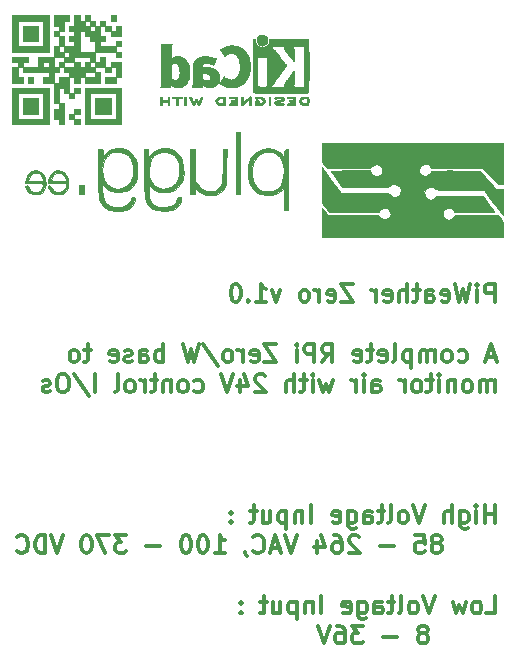
<source format=gbr>
G04 #@! TF.GenerationSoftware,KiCad,Pcbnew,5.0.2-bee76a0~70~ubuntu18.04.1*
G04 #@! TF.CreationDate,2019-11-01T13:53:43-07:00*
G04 #@! TF.ProjectId,piweather,70697765-6174-4686-9572-2e6b69636164,rev?*
G04 #@! TF.SameCoordinates,Original*
G04 #@! TF.FileFunction,Legend,Bot*
G04 #@! TF.FilePolarity,Positive*
%FSLAX46Y46*%
G04 Gerber Fmt 4.6, Leading zero omitted, Abs format (unit mm)*
G04 Created by KiCad (PCBNEW 5.0.2-bee76a0~70~ubuntu18.04.1) date Fri 01 Nov 2019 01:53:43 PM PDT*
%MOMM*%
%LPD*%
G01*
G04 APERTURE LIST*
%ADD10C,0.300000*%
%ADD11C,0.010000*%
G04 APERTURE END LIST*
D10*
X119047857Y-95253571D02*
X119047857Y-93753571D01*
X119047857Y-94467857D02*
X118190714Y-94467857D01*
X118190714Y-95253571D02*
X118190714Y-93753571D01*
X117476428Y-95253571D02*
X117476428Y-94253571D01*
X117476428Y-93753571D02*
X117547857Y-93825000D01*
X117476428Y-93896428D01*
X117405000Y-93825000D01*
X117476428Y-93753571D01*
X117476428Y-93896428D01*
X116119285Y-94253571D02*
X116119285Y-95467857D01*
X116190714Y-95610714D01*
X116262142Y-95682142D01*
X116405000Y-95753571D01*
X116619285Y-95753571D01*
X116762142Y-95682142D01*
X116119285Y-95182142D02*
X116262142Y-95253571D01*
X116547857Y-95253571D01*
X116690714Y-95182142D01*
X116762142Y-95110714D01*
X116833571Y-94967857D01*
X116833571Y-94539285D01*
X116762142Y-94396428D01*
X116690714Y-94325000D01*
X116547857Y-94253571D01*
X116262142Y-94253571D01*
X116119285Y-94325000D01*
X115405000Y-95253571D02*
X115405000Y-93753571D01*
X114762142Y-95253571D02*
X114762142Y-94467857D01*
X114833571Y-94325000D01*
X114976428Y-94253571D01*
X115190714Y-94253571D01*
X115333571Y-94325000D01*
X115405000Y-94396428D01*
X113119285Y-93753571D02*
X112619285Y-95253571D01*
X112119285Y-93753571D01*
X111405000Y-95253571D02*
X111547857Y-95182142D01*
X111619285Y-95110714D01*
X111690714Y-94967857D01*
X111690714Y-94539285D01*
X111619285Y-94396428D01*
X111547857Y-94325000D01*
X111405000Y-94253571D01*
X111190714Y-94253571D01*
X111047857Y-94325000D01*
X110976428Y-94396428D01*
X110905000Y-94539285D01*
X110905000Y-94967857D01*
X110976428Y-95110714D01*
X111047857Y-95182142D01*
X111190714Y-95253571D01*
X111405000Y-95253571D01*
X110047857Y-95253571D02*
X110190714Y-95182142D01*
X110262142Y-95039285D01*
X110262142Y-93753571D01*
X109690714Y-94253571D02*
X109119285Y-94253571D01*
X109476428Y-93753571D02*
X109476428Y-95039285D01*
X109405000Y-95182142D01*
X109262142Y-95253571D01*
X109119285Y-95253571D01*
X107976428Y-95253571D02*
X107976428Y-94467857D01*
X108047857Y-94325000D01*
X108190714Y-94253571D01*
X108476428Y-94253571D01*
X108619285Y-94325000D01*
X107976428Y-95182142D02*
X108119285Y-95253571D01*
X108476428Y-95253571D01*
X108619285Y-95182142D01*
X108690714Y-95039285D01*
X108690714Y-94896428D01*
X108619285Y-94753571D01*
X108476428Y-94682142D01*
X108119285Y-94682142D01*
X107976428Y-94610714D01*
X106619285Y-94253571D02*
X106619285Y-95467857D01*
X106690714Y-95610714D01*
X106762142Y-95682142D01*
X106905000Y-95753571D01*
X107119285Y-95753571D01*
X107262142Y-95682142D01*
X106619285Y-95182142D02*
X106762142Y-95253571D01*
X107047857Y-95253571D01*
X107190714Y-95182142D01*
X107262142Y-95110714D01*
X107333571Y-94967857D01*
X107333571Y-94539285D01*
X107262142Y-94396428D01*
X107190714Y-94325000D01*
X107047857Y-94253571D01*
X106762142Y-94253571D01*
X106619285Y-94325000D01*
X105333571Y-95182142D02*
X105476428Y-95253571D01*
X105762142Y-95253571D01*
X105905000Y-95182142D01*
X105976428Y-95039285D01*
X105976428Y-94467857D01*
X105905000Y-94325000D01*
X105762142Y-94253571D01*
X105476428Y-94253571D01*
X105333571Y-94325000D01*
X105262142Y-94467857D01*
X105262142Y-94610714D01*
X105976428Y-94753571D01*
X103476428Y-95253571D02*
X103476428Y-93753571D01*
X102762142Y-94253571D02*
X102762142Y-95253571D01*
X102762142Y-94396428D02*
X102690714Y-94325000D01*
X102547857Y-94253571D01*
X102333571Y-94253571D01*
X102190714Y-94325000D01*
X102119285Y-94467857D01*
X102119285Y-95253571D01*
X101405000Y-94253571D02*
X101405000Y-95753571D01*
X101405000Y-94325000D02*
X101262142Y-94253571D01*
X100976428Y-94253571D01*
X100833571Y-94325000D01*
X100762142Y-94396428D01*
X100690714Y-94539285D01*
X100690714Y-94967857D01*
X100762142Y-95110714D01*
X100833571Y-95182142D01*
X100976428Y-95253571D01*
X101262142Y-95253571D01*
X101405000Y-95182142D01*
X99405000Y-94253571D02*
X99405000Y-95253571D01*
X100047857Y-94253571D02*
X100047857Y-95039285D01*
X99976428Y-95182142D01*
X99833571Y-95253571D01*
X99619285Y-95253571D01*
X99476428Y-95182142D01*
X99405000Y-95110714D01*
X98905000Y-94253571D02*
X98333571Y-94253571D01*
X98690714Y-93753571D02*
X98690714Y-95039285D01*
X98619285Y-95182142D01*
X98476428Y-95253571D01*
X98333571Y-95253571D01*
X96690714Y-95110714D02*
X96619285Y-95182142D01*
X96690714Y-95253571D01*
X96762142Y-95182142D01*
X96690714Y-95110714D01*
X96690714Y-95253571D01*
X96690714Y-94325000D02*
X96619285Y-94396428D01*
X96690714Y-94467857D01*
X96762142Y-94396428D01*
X96690714Y-94325000D01*
X96690714Y-94467857D01*
X114262142Y-96946428D02*
X114405000Y-96875000D01*
X114476428Y-96803571D01*
X114547857Y-96660714D01*
X114547857Y-96589285D01*
X114476428Y-96446428D01*
X114405000Y-96375000D01*
X114262142Y-96303571D01*
X113976428Y-96303571D01*
X113833571Y-96375000D01*
X113762142Y-96446428D01*
X113690714Y-96589285D01*
X113690714Y-96660714D01*
X113762142Y-96803571D01*
X113833571Y-96875000D01*
X113976428Y-96946428D01*
X114262142Y-96946428D01*
X114405000Y-97017857D01*
X114476428Y-97089285D01*
X114547857Y-97232142D01*
X114547857Y-97517857D01*
X114476428Y-97660714D01*
X114405000Y-97732142D01*
X114262142Y-97803571D01*
X113976428Y-97803571D01*
X113833571Y-97732142D01*
X113762142Y-97660714D01*
X113690714Y-97517857D01*
X113690714Y-97232142D01*
X113762142Y-97089285D01*
X113833571Y-97017857D01*
X113976428Y-96946428D01*
X112333571Y-96303571D02*
X113047857Y-96303571D01*
X113119285Y-97017857D01*
X113047857Y-96946428D01*
X112905000Y-96875000D01*
X112547857Y-96875000D01*
X112405000Y-96946428D01*
X112333571Y-97017857D01*
X112262142Y-97160714D01*
X112262142Y-97517857D01*
X112333571Y-97660714D01*
X112405000Y-97732142D01*
X112547857Y-97803571D01*
X112905000Y-97803571D01*
X113047857Y-97732142D01*
X113119285Y-97660714D01*
X110476428Y-97232142D02*
X109333571Y-97232142D01*
X107547857Y-96446428D02*
X107476428Y-96375000D01*
X107333571Y-96303571D01*
X106976428Y-96303571D01*
X106833571Y-96375000D01*
X106762142Y-96446428D01*
X106690714Y-96589285D01*
X106690714Y-96732142D01*
X106762142Y-96946428D01*
X107619285Y-97803571D01*
X106690714Y-97803571D01*
X105405000Y-96303571D02*
X105690714Y-96303571D01*
X105833571Y-96375000D01*
X105905000Y-96446428D01*
X106047857Y-96660714D01*
X106119285Y-96946428D01*
X106119285Y-97517857D01*
X106047857Y-97660714D01*
X105976428Y-97732142D01*
X105833571Y-97803571D01*
X105547857Y-97803571D01*
X105405000Y-97732142D01*
X105333571Y-97660714D01*
X105262142Y-97517857D01*
X105262142Y-97160714D01*
X105333571Y-97017857D01*
X105405000Y-96946428D01*
X105547857Y-96875000D01*
X105833571Y-96875000D01*
X105976428Y-96946428D01*
X106047857Y-97017857D01*
X106119285Y-97160714D01*
X103976428Y-96803571D02*
X103976428Y-97803571D01*
X104333571Y-96232142D02*
X104690714Y-97303571D01*
X103762142Y-97303571D01*
X102262142Y-96303571D02*
X101762142Y-97803571D01*
X101262142Y-96303571D01*
X100833571Y-97375000D02*
X100119285Y-97375000D01*
X100976428Y-97803571D02*
X100476428Y-96303571D01*
X99976428Y-97803571D01*
X98619285Y-97660714D02*
X98690714Y-97732142D01*
X98905000Y-97803571D01*
X99047857Y-97803571D01*
X99262142Y-97732142D01*
X99405000Y-97589285D01*
X99476428Y-97446428D01*
X99547857Y-97160714D01*
X99547857Y-96946428D01*
X99476428Y-96660714D01*
X99405000Y-96517857D01*
X99262142Y-96375000D01*
X99047857Y-96303571D01*
X98905000Y-96303571D01*
X98690714Y-96375000D01*
X98619285Y-96446428D01*
X97905000Y-97732142D02*
X97905000Y-97803571D01*
X97976428Y-97946428D01*
X98047857Y-98017857D01*
X95333571Y-97803571D02*
X96190714Y-97803571D01*
X95762142Y-97803571D02*
X95762142Y-96303571D01*
X95905000Y-96517857D01*
X96047857Y-96660714D01*
X96190714Y-96732142D01*
X94405000Y-96303571D02*
X94262142Y-96303571D01*
X94119285Y-96375000D01*
X94047857Y-96446428D01*
X93976428Y-96589285D01*
X93905000Y-96875000D01*
X93905000Y-97232142D01*
X93976428Y-97517857D01*
X94047857Y-97660714D01*
X94119285Y-97732142D01*
X94262142Y-97803571D01*
X94405000Y-97803571D01*
X94547857Y-97732142D01*
X94619285Y-97660714D01*
X94690714Y-97517857D01*
X94762142Y-97232142D01*
X94762142Y-96875000D01*
X94690714Y-96589285D01*
X94619285Y-96446428D01*
X94547857Y-96375000D01*
X94405000Y-96303571D01*
X92976428Y-96303571D02*
X92833571Y-96303571D01*
X92690714Y-96375000D01*
X92619285Y-96446428D01*
X92547857Y-96589285D01*
X92476428Y-96875000D01*
X92476428Y-97232142D01*
X92547857Y-97517857D01*
X92619285Y-97660714D01*
X92690714Y-97732142D01*
X92833571Y-97803571D01*
X92976428Y-97803571D01*
X93119285Y-97732142D01*
X93190714Y-97660714D01*
X93262142Y-97517857D01*
X93333571Y-97232142D01*
X93333571Y-96875000D01*
X93262142Y-96589285D01*
X93190714Y-96446428D01*
X93119285Y-96375000D01*
X92976428Y-96303571D01*
X90690714Y-97232142D02*
X89547857Y-97232142D01*
X87833571Y-96303571D02*
X86905000Y-96303571D01*
X87405000Y-96875000D01*
X87190714Y-96875000D01*
X87047857Y-96946428D01*
X86976428Y-97017857D01*
X86905000Y-97160714D01*
X86905000Y-97517857D01*
X86976428Y-97660714D01*
X87047857Y-97732142D01*
X87190714Y-97803571D01*
X87619285Y-97803571D01*
X87762142Y-97732142D01*
X87833571Y-97660714D01*
X86405000Y-96303571D02*
X85405000Y-96303571D01*
X86047857Y-97803571D01*
X84547857Y-96303571D02*
X84405000Y-96303571D01*
X84262142Y-96375000D01*
X84190714Y-96446428D01*
X84119285Y-96589285D01*
X84047857Y-96875000D01*
X84047857Y-97232142D01*
X84119285Y-97517857D01*
X84190714Y-97660714D01*
X84262142Y-97732142D01*
X84405000Y-97803571D01*
X84547857Y-97803571D01*
X84690714Y-97732142D01*
X84762142Y-97660714D01*
X84833571Y-97517857D01*
X84905000Y-97232142D01*
X84905000Y-96875000D01*
X84833571Y-96589285D01*
X84762142Y-96446428D01*
X84690714Y-96375000D01*
X84547857Y-96303571D01*
X82476428Y-96303571D02*
X81976428Y-97803571D01*
X81476428Y-96303571D01*
X80976428Y-97803571D02*
X80976428Y-96303571D01*
X80619285Y-96303571D01*
X80405000Y-96375000D01*
X80262142Y-96517857D01*
X80190714Y-96660714D01*
X80119285Y-96946428D01*
X80119285Y-97160714D01*
X80190714Y-97446428D01*
X80262142Y-97589285D01*
X80405000Y-97732142D01*
X80619285Y-97803571D01*
X80976428Y-97803571D01*
X78619285Y-97660714D02*
X78690714Y-97732142D01*
X78905000Y-97803571D01*
X79047857Y-97803571D01*
X79262142Y-97732142D01*
X79405000Y-97589285D01*
X79476428Y-97446428D01*
X79547857Y-97160714D01*
X79547857Y-96946428D01*
X79476428Y-96660714D01*
X79405000Y-96517857D01*
X79262142Y-96375000D01*
X79047857Y-96303571D01*
X78905000Y-96303571D01*
X78690714Y-96375000D01*
X78619285Y-96446428D01*
X118333571Y-102903571D02*
X119047857Y-102903571D01*
X119047857Y-101403571D01*
X117619285Y-102903571D02*
X117762142Y-102832142D01*
X117833571Y-102760714D01*
X117905000Y-102617857D01*
X117905000Y-102189285D01*
X117833571Y-102046428D01*
X117762142Y-101975000D01*
X117619285Y-101903571D01*
X117405000Y-101903571D01*
X117262142Y-101975000D01*
X117190714Y-102046428D01*
X117119285Y-102189285D01*
X117119285Y-102617857D01*
X117190714Y-102760714D01*
X117262142Y-102832142D01*
X117405000Y-102903571D01*
X117619285Y-102903571D01*
X116619285Y-101903571D02*
X116333571Y-102903571D01*
X116047857Y-102189285D01*
X115762142Y-102903571D01*
X115476428Y-101903571D01*
X113976428Y-101403571D02*
X113476428Y-102903571D01*
X112976428Y-101403571D01*
X112262142Y-102903571D02*
X112405000Y-102832142D01*
X112476428Y-102760714D01*
X112547857Y-102617857D01*
X112547857Y-102189285D01*
X112476428Y-102046428D01*
X112405000Y-101975000D01*
X112262142Y-101903571D01*
X112047857Y-101903571D01*
X111905000Y-101975000D01*
X111833571Y-102046428D01*
X111762142Y-102189285D01*
X111762142Y-102617857D01*
X111833571Y-102760714D01*
X111905000Y-102832142D01*
X112047857Y-102903571D01*
X112262142Y-102903571D01*
X110905000Y-102903571D02*
X111047857Y-102832142D01*
X111119285Y-102689285D01*
X111119285Y-101403571D01*
X110547857Y-101903571D02*
X109976428Y-101903571D01*
X110333571Y-101403571D02*
X110333571Y-102689285D01*
X110262142Y-102832142D01*
X110119285Y-102903571D01*
X109976428Y-102903571D01*
X108833571Y-102903571D02*
X108833571Y-102117857D01*
X108905000Y-101975000D01*
X109047857Y-101903571D01*
X109333571Y-101903571D01*
X109476428Y-101975000D01*
X108833571Y-102832142D02*
X108976428Y-102903571D01*
X109333571Y-102903571D01*
X109476428Y-102832142D01*
X109547857Y-102689285D01*
X109547857Y-102546428D01*
X109476428Y-102403571D01*
X109333571Y-102332142D01*
X108976428Y-102332142D01*
X108833571Y-102260714D01*
X107476428Y-101903571D02*
X107476428Y-103117857D01*
X107547857Y-103260714D01*
X107619285Y-103332142D01*
X107762142Y-103403571D01*
X107976428Y-103403571D01*
X108119285Y-103332142D01*
X107476428Y-102832142D02*
X107619285Y-102903571D01*
X107905000Y-102903571D01*
X108047857Y-102832142D01*
X108119285Y-102760714D01*
X108190714Y-102617857D01*
X108190714Y-102189285D01*
X108119285Y-102046428D01*
X108047857Y-101975000D01*
X107905000Y-101903571D01*
X107619285Y-101903571D01*
X107476428Y-101975000D01*
X106190714Y-102832142D02*
X106333571Y-102903571D01*
X106619285Y-102903571D01*
X106762142Y-102832142D01*
X106833571Y-102689285D01*
X106833571Y-102117857D01*
X106762142Y-101975000D01*
X106619285Y-101903571D01*
X106333571Y-101903571D01*
X106190714Y-101975000D01*
X106119285Y-102117857D01*
X106119285Y-102260714D01*
X106833571Y-102403571D01*
X104333571Y-102903571D02*
X104333571Y-101403571D01*
X103619285Y-101903571D02*
X103619285Y-102903571D01*
X103619285Y-102046428D02*
X103547857Y-101975000D01*
X103405000Y-101903571D01*
X103190714Y-101903571D01*
X103047857Y-101975000D01*
X102976428Y-102117857D01*
X102976428Y-102903571D01*
X102262142Y-101903571D02*
X102262142Y-103403571D01*
X102262142Y-101975000D02*
X102119285Y-101903571D01*
X101833571Y-101903571D01*
X101690714Y-101975000D01*
X101619285Y-102046428D01*
X101547857Y-102189285D01*
X101547857Y-102617857D01*
X101619285Y-102760714D01*
X101690714Y-102832142D01*
X101833571Y-102903571D01*
X102119285Y-102903571D01*
X102262142Y-102832142D01*
X100262142Y-101903571D02*
X100262142Y-102903571D01*
X100905000Y-101903571D02*
X100905000Y-102689285D01*
X100833571Y-102832142D01*
X100690714Y-102903571D01*
X100476428Y-102903571D01*
X100333571Y-102832142D01*
X100262142Y-102760714D01*
X99762142Y-101903571D02*
X99190714Y-101903571D01*
X99547857Y-101403571D02*
X99547857Y-102689285D01*
X99476428Y-102832142D01*
X99333571Y-102903571D01*
X99190714Y-102903571D01*
X97547857Y-102760714D02*
X97476428Y-102832142D01*
X97547857Y-102903571D01*
X97619285Y-102832142D01*
X97547857Y-102760714D01*
X97547857Y-102903571D01*
X97547857Y-101975000D02*
X97476428Y-102046428D01*
X97547857Y-102117857D01*
X97619285Y-102046428D01*
X97547857Y-101975000D01*
X97547857Y-102117857D01*
X113119285Y-104596428D02*
X113262142Y-104525000D01*
X113333571Y-104453571D01*
X113405000Y-104310714D01*
X113405000Y-104239285D01*
X113333571Y-104096428D01*
X113262142Y-104025000D01*
X113119285Y-103953571D01*
X112833571Y-103953571D01*
X112690714Y-104025000D01*
X112619285Y-104096428D01*
X112547857Y-104239285D01*
X112547857Y-104310714D01*
X112619285Y-104453571D01*
X112690714Y-104525000D01*
X112833571Y-104596428D01*
X113119285Y-104596428D01*
X113262142Y-104667857D01*
X113333571Y-104739285D01*
X113405000Y-104882142D01*
X113405000Y-105167857D01*
X113333571Y-105310714D01*
X113262142Y-105382142D01*
X113119285Y-105453571D01*
X112833571Y-105453571D01*
X112690714Y-105382142D01*
X112619285Y-105310714D01*
X112547857Y-105167857D01*
X112547857Y-104882142D01*
X112619285Y-104739285D01*
X112690714Y-104667857D01*
X112833571Y-104596428D01*
X110762142Y-104882142D02*
X109619285Y-104882142D01*
X107905000Y-103953571D02*
X106976428Y-103953571D01*
X107476428Y-104525000D01*
X107262142Y-104525000D01*
X107119285Y-104596428D01*
X107047857Y-104667857D01*
X106976428Y-104810714D01*
X106976428Y-105167857D01*
X107047857Y-105310714D01*
X107119285Y-105382142D01*
X107262142Y-105453571D01*
X107690714Y-105453571D01*
X107833571Y-105382142D01*
X107905000Y-105310714D01*
X105690714Y-103953571D02*
X105976428Y-103953571D01*
X106119285Y-104025000D01*
X106190714Y-104096428D01*
X106333571Y-104310714D01*
X106405000Y-104596428D01*
X106405000Y-105167857D01*
X106333571Y-105310714D01*
X106262142Y-105382142D01*
X106119285Y-105453571D01*
X105833571Y-105453571D01*
X105690714Y-105382142D01*
X105619285Y-105310714D01*
X105547857Y-105167857D01*
X105547857Y-104810714D01*
X105619285Y-104667857D01*
X105690714Y-104596428D01*
X105833571Y-104525000D01*
X106119285Y-104525000D01*
X106262142Y-104596428D01*
X106333571Y-104667857D01*
X106405000Y-104810714D01*
X105119285Y-103953571D02*
X104619285Y-105453571D01*
X104119285Y-103953571D01*
X119047857Y-76528571D02*
X119047857Y-75028571D01*
X118476428Y-75028571D01*
X118333571Y-75100000D01*
X118262142Y-75171428D01*
X118190714Y-75314285D01*
X118190714Y-75528571D01*
X118262142Y-75671428D01*
X118333571Y-75742857D01*
X118476428Y-75814285D01*
X119047857Y-75814285D01*
X117547857Y-76528571D02*
X117547857Y-75528571D01*
X117547857Y-75028571D02*
X117619285Y-75100000D01*
X117547857Y-75171428D01*
X117476428Y-75100000D01*
X117547857Y-75028571D01*
X117547857Y-75171428D01*
X116976428Y-75028571D02*
X116619285Y-76528571D01*
X116333571Y-75457142D01*
X116047857Y-76528571D01*
X115690714Y-75028571D01*
X114547857Y-76457142D02*
X114690714Y-76528571D01*
X114976428Y-76528571D01*
X115119285Y-76457142D01*
X115190714Y-76314285D01*
X115190714Y-75742857D01*
X115119285Y-75600000D01*
X114976428Y-75528571D01*
X114690714Y-75528571D01*
X114547857Y-75600000D01*
X114476428Y-75742857D01*
X114476428Y-75885714D01*
X115190714Y-76028571D01*
X113190714Y-76528571D02*
X113190714Y-75742857D01*
X113262142Y-75600000D01*
X113405000Y-75528571D01*
X113690714Y-75528571D01*
X113833571Y-75600000D01*
X113190714Y-76457142D02*
X113333571Y-76528571D01*
X113690714Y-76528571D01*
X113833571Y-76457142D01*
X113905000Y-76314285D01*
X113905000Y-76171428D01*
X113833571Y-76028571D01*
X113690714Y-75957142D01*
X113333571Y-75957142D01*
X113190714Y-75885714D01*
X112690714Y-75528571D02*
X112119285Y-75528571D01*
X112476428Y-75028571D02*
X112476428Y-76314285D01*
X112405000Y-76457142D01*
X112262142Y-76528571D01*
X112119285Y-76528571D01*
X111619285Y-76528571D02*
X111619285Y-75028571D01*
X110976428Y-76528571D02*
X110976428Y-75742857D01*
X111047857Y-75600000D01*
X111190714Y-75528571D01*
X111405000Y-75528571D01*
X111547857Y-75600000D01*
X111619285Y-75671428D01*
X109690714Y-76457142D02*
X109833571Y-76528571D01*
X110119285Y-76528571D01*
X110262142Y-76457142D01*
X110333571Y-76314285D01*
X110333571Y-75742857D01*
X110262142Y-75600000D01*
X110119285Y-75528571D01*
X109833571Y-75528571D01*
X109690714Y-75600000D01*
X109619285Y-75742857D01*
X109619285Y-75885714D01*
X110333571Y-76028571D01*
X108976428Y-76528571D02*
X108976428Y-75528571D01*
X108976428Y-75814285D02*
X108905000Y-75671428D01*
X108833571Y-75600000D01*
X108690714Y-75528571D01*
X108547857Y-75528571D01*
X107047857Y-75028571D02*
X106047857Y-75028571D01*
X107047857Y-76528571D01*
X106047857Y-76528571D01*
X104905000Y-76457142D02*
X105047857Y-76528571D01*
X105333571Y-76528571D01*
X105476428Y-76457142D01*
X105547857Y-76314285D01*
X105547857Y-75742857D01*
X105476428Y-75600000D01*
X105333571Y-75528571D01*
X105047857Y-75528571D01*
X104905000Y-75600000D01*
X104833571Y-75742857D01*
X104833571Y-75885714D01*
X105547857Y-76028571D01*
X104190714Y-76528571D02*
X104190714Y-75528571D01*
X104190714Y-75814285D02*
X104119285Y-75671428D01*
X104047857Y-75600000D01*
X103905000Y-75528571D01*
X103762142Y-75528571D01*
X103047857Y-76528571D02*
X103190714Y-76457142D01*
X103262142Y-76385714D01*
X103333571Y-76242857D01*
X103333571Y-75814285D01*
X103262142Y-75671428D01*
X103190714Y-75600000D01*
X103047857Y-75528571D01*
X102833571Y-75528571D01*
X102690714Y-75600000D01*
X102619285Y-75671428D01*
X102547857Y-75814285D01*
X102547857Y-76242857D01*
X102619285Y-76385714D01*
X102690714Y-76457142D01*
X102833571Y-76528571D01*
X103047857Y-76528571D01*
X100905000Y-75528571D02*
X100547857Y-76528571D01*
X100190714Y-75528571D01*
X98833571Y-76528571D02*
X99690714Y-76528571D01*
X99262142Y-76528571D02*
X99262142Y-75028571D01*
X99405000Y-75242857D01*
X99547857Y-75385714D01*
X99690714Y-75457142D01*
X98190714Y-76385714D02*
X98119285Y-76457142D01*
X98190714Y-76528571D01*
X98262142Y-76457142D01*
X98190714Y-76385714D01*
X98190714Y-76528571D01*
X97190714Y-75028571D02*
X97047857Y-75028571D01*
X96905000Y-75100000D01*
X96833571Y-75171428D01*
X96762142Y-75314285D01*
X96690714Y-75600000D01*
X96690714Y-75957142D01*
X96762142Y-76242857D01*
X96833571Y-76385714D01*
X96905000Y-76457142D01*
X97047857Y-76528571D01*
X97190714Y-76528571D01*
X97333571Y-76457142D01*
X97405000Y-76385714D01*
X97476428Y-76242857D01*
X97547857Y-75957142D01*
X97547857Y-75600000D01*
X97476428Y-75314285D01*
X97405000Y-75171428D01*
X97333571Y-75100000D01*
X97190714Y-75028571D01*
X119119285Y-81200000D02*
X118405000Y-81200000D01*
X119262142Y-81628571D02*
X118762142Y-80128571D01*
X118262142Y-81628571D01*
X115976428Y-81557142D02*
X116119285Y-81628571D01*
X116405000Y-81628571D01*
X116547857Y-81557142D01*
X116619285Y-81485714D01*
X116690714Y-81342857D01*
X116690714Y-80914285D01*
X116619285Y-80771428D01*
X116547857Y-80700000D01*
X116405000Y-80628571D01*
X116119285Y-80628571D01*
X115976428Y-80700000D01*
X115119285Y-81628571D02*
X115262142Y-81557142D01*
X115333571Y-81485714D01*
X115405000Y-81342857D01*
X115405000Y-80914285D01*
X115333571Y-80771428D01*
X115262142Y-80700000D01*
X115119285Y-80628571D01*
X114905000Y-80628571D01*
X114762142Y-80700000D01*
X114690714Y-80771428D01*
X114619285Y-80914285D01*
X114619285Y-81342857D01*
X114690714Y-81485714D01*
X114762142Y-81557142D01*
X114905000Y-81628571D01*
X115119285Y-81628571D01*
X113976428Y-81628571D02*
X113976428Y-80628571D01*
X113976428Y-80771428D02*
X113905000Y-80700000D01*
X113762142Y-80628571D01*
X113547857Y-80628571D01*
X113405000Y-80700000D01*
X113333571Y-80842857D01*
X113333571Y-81628571D01*
X113333571Y-80842857D02*
X113262142Y-80700000D01*
X113119285Y-80628571D01*
X112905000Y-80628571D01*
X112762142Y-80700000D01*
X112690714Y-80842857D01*
X112690714Y-81628571D01*
X111976428Y-80628571D02*
X111976428Y-82128571D01*
X111976428Y-80700000D02*
X111833571Y-80628571D01*
X111547857Y-80628571D01*
X111405000Y-80700000D01*
X111333571Y-80771428D01*
X111262142Y-80914285D01*
X111262142Y-81342857D01*
X111333571Y-81485714D01*
X111405000Y-81557142D01*
X111547857Y-81628571D01*
X111833571Y-81628571D01*
X111976428Y-81557142D01*
X110405000Y-81628571D02*
X110547857Y-81557142D01*
X110619285Y-81414285D01*
X110619285Y-80128571D01*
X109262142Y-81557142D02*
X109405000Y-81628571D01*
X109690714Y-81628571D01*
X109833571Y-81557142D01*
X109905000Y-81414285D01*
X109905000Y-80842857D01*
X109833571Y-80700000D01*
X109690714Y-80628571D01*
X109405000Y-80628571D01*
X109262142Y-80700000D01*
X109190714Y-80842857D01*
X109190714Y-80985714D01*
X109905000Y-81128571D01*
X108762142Y-80628571D02*
X108190714Y-80628571D01*
X108547857Y-80128571D02*
X108547857Y-81414285D01*
X108476428Y-81557142D01*
X108333571Y-81628571D01*
X108190714Y-81628571D01*
X107119285Y-81557142D02*
X107262142Y-81628571D01*
X107547857Y-81628571D01*
X107690714Y-81557142D01*
X107762142Y-81414285D01*
X107762142Y-80842857D01*
X107690714Y-80700000D01*
X107547857Y-80628571D01*
X107262142Y-80628571D01*
X107119285Y-80700000D01*
X107047857Y-80842857D01*
X107047857Y-80985714D01*
X107762142Y-81128571D01*
X104405000Y-81628571D02*
X104905000Y-80914285D01*
X105262142Y-81628571D02*
X105262142Y-80128571D01*
X104690714Y-80128571D01*
X104547857Y-80200000D01*
X104476428Y-80271428D01*
X104405000Y-80414285D01*
X104405000Y-80628571D01*
X104476428Y-80771428D01*
X104547857Y-80842857D01*
X104690714Y-80914285D01*
X105262142Y-80914285D01*
X103762142Y-81628571D02*
X103762142Y-80128571D01*
X103190714Y-80128571D01*
X103047857Y-80200000D01*
X102976428Y-80271428D01*
X102905000Y-80414285D01*
X102905000Y-80628571D01*
X102976428Y-80771428D01*
X103047857Y-80842857D01*
X103190714Y-80914285D01*
X103762142Y-80914285D01*
X102262142Y-81628571D02*
X102262142Y-80628571D01*
X102262142Y-80128571D02*
X102333571Y-80200000D01*
X102262142Y-80271428D01*
X102190714Y-80200000D01*
X102262142Y-80128571D01*
X102262142Y-80271428D01*
X100547857Y-80128571D02*
X99547857Y-80128571D01*
X100547857Y-81628571D01*
X99547857Y-81628571D01*
X98405000Y-81557142D02*
X98547857Y-81628571D01*
X98833571Y-81628571D01*
X98976428Y-81557142D01*
X99047857Y-81414285D01*
X99047857Y-80842857D01*
X98976428Y-80700000D01*
X98833571Y-80628571D01*
X98547857Y-80628571D01*
X98405000Y-80700000D01*
X98333571Y-80842857D01*
X98333571Y-80985714D01*
X99047857Y-81128571D01*
X97690714Y-81628571D02*
X97690714Y-80628571D01*
X97690714Y-80914285D02*
X97619285Y-80771428D01*
X97547857Y-80700000D01*
X97405000Y-80628571D01*
X97262142Y-80628571D01*
X96547857Y-81628571D02*
X96690714Y-81557142D01*
X96762142Y-81485714D01*
X96833571Y-81342857D01*
X96833571Y-80914285D01*
X96762142Y-80771428D01*
X96690714Y-80700000D01*
X96547857Y-80628571D01*
X96333571Y-80628571D01*
X96190714Y-80700000D01*
X96119285Y-80771428D01*
X96047857Y-80914285D01*
X96047857Y-81342857D01*
X96119285Y-81485714D01*
X96190714Y-81557142D01*
X96333571Y-81628571D01*
X96547857Y-81628571D01*
X94333571Y-80057142D02*
X95619285Y-81985714D01*
X93976428Y-80128571D02*
X93619285Y-81628571D01*
X93333571Y-80557142D01*
X93047857Y-81628571D01*
X92690714Y-80128571D01*
X90976428Y-81628571D02*
X90976428Y-80128571D01*
X90976428Y-80700000D02*
X90833571Y-80628571D01*
X90547857Y-80628571D01*
X90405000Y-80700000D01*
X90333571Y-80771428D01*
X90262142Y-80914285D01*
X90262142Y-81342857D01*
X90333571Y-81485714D01*
X90405000Y-81557142D01*
X90547857Y-81628571D01*
X90833571Y-81628571D01*
X90976428Y-81557142D01*
X88976428Y-81628571D02*
X88976428Y-80842857D01*
X89047857Y-80700000D01*
X89190714Y-80628571D01*
X89476428Y-80628571D01*
X89619285Y-80700000D01*
X88976428Y-81557142D02*
X89119285Y-81628571D01*
X89476428Y-81628571D01*
X89619285Y-81557142D01*
X89690714Y-81414285D01*
X89690714Y-81271428D01*
X89619285Y-81128571D01*
X89476428Y-81057142D01*
X89119285Y-81057142D01*
X88976428Y-80985714D01*
X88333571Y-81557142D02*
X88190714Y-81628571D01*
X87905000Y-81628571D01*
X87762142Y-81557142D01*
X87690714Y-81414285D01*
X87690714Y-81342857D01*
X87762142Y-81200000D01*
X87905000Y-81128571D01*
X88119285Y-81128571D01*
X88262142Y-81057142D01*
X88333571Y-80914285D01*
X88333571Y-80842857D01*
X88262142Y-80700000D01*
X88119285Y-80628571D01*
X87905000Y-80628571D01*
X87762142Y-80700000D01*
X86476428Y-81557142D02*
X86619285Y-81628571D01*
X86905000Y-81628571D01*
X87047857Y-81557142D01*
X87119285Y-81414285D01*
X87119285Y-80842857D01*
X87047857Y-80700000D01*
X86905000Y-80628571D01*
X86619285Y-80628571D01*
X86476428Y-80700000D01*
X86405000Y-80842857D01*
X86405000Y-80985714D01*
X87119285Y-81128571D01*
X84833571Y-80628571D02*
X84262142Y-80628571D01*
X84619285Y-80128571D02*
X84619285Y-81414285D01*
X84547857Y-81557142D01*
X84405000Y-81628571D01*
X84262142Y-81628571D01*
X83547857Y-81628571D02*
X83690714Y-81557142D01*
X83762142Y-81485714D01*
X83833571Y-81342857D01*
X83833571Y-80914285D01*
X83762142Y-80771428D01*
X83690714Y-80700000D01*
X83547857Y-80628571D01*
X83333571Y-80628571D01*
X83190714Y-80700000D01*
X83119285Y-80771428D01*
X83047857Y-80914285D01*
X83047857Y-81342857D01*
X83119285Y-81485714D01*
X83190714Y-81557142D01*
X83333571Y-81628571D01*
X83547857Y-81628571D01*
X119047857Y-84178571D02*
X119047857Y-83178571D01*
X119047857Y-83321428D02*
X118976428Y-83250000D01*
X118833571Y-83178571D01*
X118619285Y-83178571D01*
X118476428Y-83250000D01*
X118405000Y-83392857D01*
X118405000Y-84178571D01*
X118405000Y-83392857D02*
X118333571Y-83250000D01*
X118190714Y-83178571D01*
X117976428Y-83178571D01*
X117833571Y-83250000D01*
X117762142Y-83392857D01*
X117762142Y-84178571D01*
X116833571Y-84178571D02*
X116976428Y-84107142D01*
X117047857Y-84035714D01*
X117119285Y-83892857D01*
X117119285Y-83464285D01*
X117047857Y-83321428D01*
X116976428Y-83250000D01*
X116833571Y-83178571D01*
X116619285Y-83178571D01*
X116476428Y-83250000D01*
X116405000Y-83321428D01*
X116333571Y-83464285D01*
X116333571Y-83892857D01*
X116405000Y-84035714D01*
X116476428Y-84107142D01*
X116619285Y-84178571D01*
X116833571Y-84178571D01*
X115690714Y-83178571D02*
X115690714Y-84178571D01*
X115690714Y-83321428D02*
X115619285Y-83250000D01*
X115476428Y-83178571D01*
X115262142Y-83178571D01*
X115119285Y-83250000D01*
X115047857Y-83392857D01*
X115047857Y-84178571D01*
X114333571Y-84178571D02*
X114333571Y-83178571D01*
X114333571Y-82678571D02*
X114405000Y-82750000D01*
X114333571Y-82821428D01*
X114262142Y-82750000D01*
X114333571Y-82678571D01*
X114333571Y-82821428D01*
X113833571Y-83178571D02*
X113262142Y-83178571D01*
X113619285Y-82678571D02*
X113619285Y-83964285D01*
X113547857Y-84107142D01*
X113405000Y-84178571D01*
X113262142Y-84178571D01*
X112547857Y-84178571D02*
X112690714Y-84107142D01*
X112762142Y-84035714D01*
X112833571Y-83892857D01*
X112833571Y-83464285D01*
X112762142Y-83321428D01*
X112690714Y-83250000D01*
X112547857Y-83178571D01*
X112333571Y-83178571D01*
X112190714Y-83250000D01*
X112119285Y-83321428D01*
X112047857Y-83464285D01*
X112047857Y-83892857D01*
X112119285Y-84035714D01*
X112190714Y-84107142D01*
X112333571Y-84178571D01*
X112547857Y-84178571D01*
X111405000Y-84178571D02*
X111405000Y-83178571D01*
X111405000Y-83464285D02*
X111333571Y-83321428D01*
X111262142Y-83250000D01*
X111119285Y-83178571D01*
X110976428Y-83178571D01*
X108690714Y-84178571D02*
X108690714Y-83392857D01*
X108762142Y-83250000D01*
X108905000Y-83178571D01*
X109190714Y-83178571D01*
X109333571Y-83250000D01*
X108690714Y-84107142D02*
X108833571Y-84178571D01*
X109190714Y-84178571D01*
X109333571Y-84107142D01*
X109405000Y-83964285D01*
X109405000Y-83821428D01*
X109333571Y-83678571D01*
X109190714Y-83607142D01*
X108833571Y-83607142D01*
X108690714Y-83535714D01*
X107976428Y-84178571D02*
X107976428Y-83178571D01*
X107976428Y-82678571D02*
X108047857Y-82750000D01*
X107976428Y-82821428D01*
X107905000Y-82750000D01*
X107976428Y-82678571D01*
X107976428Y-82821428D01*
X107262142Y-84178571D02*
X107262142Y-83178571D01*
X107262142Y-83464285D02*
X107190714Y-83321428D01*
X107119285Y-83250000D01*
X106976428Y-83178571D01*
X106833571Y-83178571D01*
X105333571Y-83178571D02*
X105047857Y-84178571D01*
X104762142Y-83464285D01*
X104476428Y-84178571D01*
X104190714Y-83178571D01*
X103619285Y-84178571D02*
X103619285Y-83178571D01*
X103619285Y-82678571D02*
X103690714Y-82750000D01*
X103619285Y-82821428D01*
X103547857Y-82750000D01*
X103619285Y-82678571D01*
X103619285Y-82821428D01*
X103119285Y-83178571D02*
X102547857Y-83178571D01*
X102905000Y-82678571D02*
X102905000Y-83964285D01*
X102833571Y-84107142D01*
X102690714Y-84178571D01*
X102547857Y-84178571D01*
X102047857Y-84178571D02*
X102047857Y-82678571D01*
X101405000Y-84178571D02*
X101405000Y-83392857D01*
X101476428Y-83250000D01*
X101619285Y-83178571D01*
X101833571Y-83178571D01*
X101976428Y-83250000D01*
X102047857Y-83321428D01*
X99619285Y-82821428D02*
X99547857Y-82750000D01*
X99405000Y-82678571D01*
X99047857Y-82678571D01*
X98905000Y-82750000D01*
X98833571Y-82821428D01*
X98762142Y-82964285D01*
X98762142Y-83107142D01*
X98833571Y-83321428D01*
X99690714Y-84178571D01*
X98762142Y-84178571D01*
X97476428Y-83178571D02*
X97476428Y-84178571D01*
X97833571Y-82607142D02*
X98190714Y-83678571D01*
X97262142Y-83678571D01*
X96905000Y-82678571D02*
X96405000Y-84178571D01*
X95905000Y-82678571D01*
X93619285Y-84107142D02*
X93762142Y-84178571D01*
X94047857Y-84178571D01*
X94190714Y-84107142D01*
X94262142Y-84035714D01*
X94333571Y-83892857D01*
X94333571Y-83464285D01*
X94262142Y-83321428D01*
X94190714Y-83250000D01*
X94047857Y-83178571D01*
X93762142Y-83178571D01*
X93619285Y-83250000D01*
X92762142Y-84178571D02*
X92905000Y-84107142D01*
X92976428Y-84035714D01*
X93047857Y-83892857D01*
X93047857Y-83464285D01*
X92976428Y-83321428D01*
X92905000Y-83250000D01*
X92762142Y-83178571D01*
X92547857Y-83178571D01*
X92405000Y-83250000D01*
X92333571Y-83321428D01*
X92262142Y-83464285D01*
X92262142Y-83892857D01*
X92333571Y-84035714D01*
X92405000Y-84107142D01*
X92547857Y-84178571D01*
X92762142Y-84178571D01*
X91619285Y-83178571D02*
X91619285Y-84178571D01*
X91619285Y-83321428D02*
X91547857Y-83250000D01*
X91405000Y-83178571D01*
X91190714Y-83178571D01*
X91047857Y-83250000D01*
X90976428Y-83392857D01*
X90976428Y-84178571D01*
X90476428Y-83178571D02*
X89905000Y-83178571D01*
X90262142Y-82678571D02*
X90262142Y-83964285D01*
X90190714Y-84107142D01*
X90047857Y-84178571D01*
X89905000Y-84178571D01*
X89405000Y-84178571D02*
X89405000Y-83178571D01*
X89405000Y-83464285D02*
X89333571Y-83321428D01*
X89262142Y-83250000D01*
X89119285Y-83178571D01*
X88976428Y-83178571D01*
X88262142Y-84178571D02*
X88405000Y-84107142D01*
X88476428Y-84035714D01*
X88547857Y-83892857D01*
X88547857Y-83464285D01*
X88476428Y-83321428D01*
X88405000Y-83250000D01*
X88262142Y-83178571D01*
X88047857Y-83178571D01*
X87905000Y-83250000D01*
X87833571Y-83321428D01*
X87762142Y-83464285D01*
X87762142Y-83892857D01*
X87833571Y-84035714D01*
X87905000Y-84107142D01*
X88047857Y-84178571D01*
X88262142Y-84178571D01*
X86905000Y-84178571D02*
X87047857Y-84107142D01*
X87119285Y-83964285D01*
X87119285Y-82678571D01*
X85190714Y-84178571D02*
X85190714Y-82678571D01*
X83405000Y-82607142D02*
X84690714Y-84535714D01*
X82619285Y-82678571D02*
X82333571Y-82678571D01*
X82190714Y-82750000D01*
X82047857Y-82892857D01*
X81976428Y-83178571D01*
X81976428Y-83678571D01*
X82047857Y-83964285D01*
X82190714Y-84107142D01*
X82333571Y-84178571D01*
X82619285Y-84178571D01*
X82762142Y-84107142D01*
X82905000Y-83964285D01*
X82976428Y-83678571D01*
X82976428Y-83178571D01*
X82905000Y-82892857D01*
X82762142Y-82750000D01*
X82619285Y-82678571D01*
X81405000Y-84107142D02*
X81262142Y-84178571D01*
X80976428Y-84178571D01*
X80833571Y-84107142D01*
X80762142Y-83964285D01*
X80762142Y-83892857D01*
X80833571Y-83750000D01*
X80976428Y-83678571D01*
X81190714Y-83678571D01*
X81333571Y-83607142D01*
X81405000Y-83464285D01*
X81405000Y-83392857D01*
X81333571Y-83250000D01*
X81190714Y-83178571D01*
X80976428Y-83178571D01*
X80833571Y-83250000D01*
D11*
G04 #@! TO.C,A1*
G36*
X104398000Y-64594234D02*
X104625659Y-64904367D01*
X104853317Y-65214500D01*
X108488980Y-65214500D01*
X108625689Y-65043049D01*
X108802408Y-64908361D01*
X109012639Y-64870266D01*
X109223542Y-64917070D01*
X109402277Y-65037081D01*
X109516002Y-65218602D01*
X109539481Y-65368443D01*
X109486531Y-65605762D01*
X109352892Y-65772662D01*
X109168002Y-65861983D01*
X108961298Y-65866563D01*
X108762219Y-65779238D01*
X108602252Y-65596475D01*
X108493750Y-65405802D01*
X106820082Y-65405401D01*
X106310632Y-65406068D01*
X105914947Y-65408841D01*
X105619800Y-65414468D01*
X105411963Y-65423698D01*
X105278208Y-65437280D01*
X105205307Y-65455962D01*
X105180033Y-65480492D01*
X105182131Y-65498079D01*
X105232825Y-65583395D01*
X105344015Y-65745903D01*
X105499053Y-65961908D01*
X105672912Y-66196579D01*
X106127975Y-66801999D01*
X108088738Y-66802000D01*
X108640310Y-66801662D01*
X109078952Y-66800078D01*
X109418732Y-66796394D01*
X109673719Y-66789751D01*
X109857981Y-66779296D01*
X109985587Y-66764171D01*
X110070606Y-66743522D01*
X110127106Y-66716492D01*
X110169157Y-66682225D01*
X110176500Y-66675000D01*
X110367324Y-66564716D01*
X110594971Y-66544548D01*
X110810915Y-66611805D01*
X110935271Y-66717067D01*
X111076918Y-66955185D01*
X111102941Y-67175372D01*
X111040847Y-67359776D01*
X110889187Y-67539572D01*
X110686666Y-67634735D01*
X110469074Y-67642021D01*
X110272201Y-67558184D01*
X110163219Y-67439329D01*
X110136840Y-67403600D01*
X110098218Y-67375122D01*
X110033873Y-67353059D01*
X109930323Y-67336576D01*
X109774087Y-67324836D01*
X109551684Y-67317003D01*
X109249632Y-67312243D01*
X108854451Y-67309718D01*
X108352658Y-67308592D01*
X108049851Y-67308287D01*
X106017250Y-67306574D01*
X105223500Y-66214933D01*
X104429750Y-65123291D01*
X104412726Y-66629296D01*
X104395702Y-68135302D01*
X104720148Y-68548151D01*
X105044593Y-68961000D01*
X109203615Y-68961000D01*
X109276527Y-68800975D01*
X109415416Y-68627012D01*
X109611444Y-68549504D01*
X109836169Y-68571073D01*
X110061149Y-68694339D01*
X110097125Y-68725367D01*
X110218043Y-68907461D01*
X110235683Y-69109765D01*
X110163481Y-69302419D01*
X110014873Y-69455562D01*
X109803295Y-69539335D01*
X109727625Y-69546534D01*
X109553799Y-69521394D01*
X109407356Y-69415770D01*
X109350387Y-69352000D01*
X109183002Y-69151499D01*
X104942558Y-69151499D01*
X104398000Y-68617057D01*
X104398000Y-71056500D01*
X119765000Y-71056500D01*
X119765000Y-70414132D01*
X119763440Y-70121358D01*
X119753279Y-69921194D01*
X119726297Y-69779250D01*
X119674275Y-69661136D01*
X119588994Y-69532462D01*
X119537342Y-69461632D01*
X119309684Y-69151500D01*
X115687528Y-69151500D01*
X115558925Y-69314992D01*
X115353345Y-69498331D01*
X115122276Y-69557396D01*
X114940036Y-69523345D01*
X114745753Y-69403479D01*
X114643395Y-69231840D01*
X114626391Y-69036825D01*
X114688169Y-68846829D01*
X114822156Y-68690251D01*
X115021780Y-68595485D01*
X115158364Y-68580000D01*
X115347479Y-68617217D01*
X115515689Y-68710422D01*
X115621238Y-68831948D01*
X115637500Y-68897500D01*
X115700143Y-68918430D01*
X115884753Y-68935404D01*
X116186353Y-68948233D01*
X116599966Y-68956730D01*
X117120615Y-68960709D01*
X117327044Y-68961000D01*
X117839187Y-68960219D01*
X118237507Y-68957383D01*
X118535173Y-68951751D01*
X118745356Y-68942582D01*
X118881226Y-68929134D01*
X118955952Y-68910665D01*
X118982705Y-68886436D01*
X118980870Y-68867920D01*
X118930176Y-68782604D01*
X118818986Y-68620096D01*
X118663948Y-68404091D01*
X118490089Y-68169420D01*
X118035026Y-67564000D01*
X114100028Y-67564000D01*
X113975156Y-67722750D01*
X113802174Y-67856951D01*
X113598907Y-67891642D01*
X113394952Y-67839307D01*
X113219904Y-67712434D01*
X113103357Y-67523508D01*
X113072101Y-67341750D01*
X113126389Y-67089771D01*
X113278979Y-66908794D01*
X113514460Y-66813269D01*
X113647781Y-66802000D01*
X113850639Y-66821022D01*
X113969383Y-66887289D01*
X114001237Y-66929000D01*
X114027624Y-66964093D01*
X114067139Y-66992051D01*
X114133249Y-67013686D01*
X114239422Y-67029806D01*
X114399128Y-67041225D01*
X114625833Y-67048751D01*
X114933007Y-67053198D01*
X115334117Y-67055374D01*
X115842631Y-67056092D01*
X116113150Y-67056155D01*
X118145750Y-67056310D01*
X118930644Y-68135655D01*
X119165051Y-68456456D01*
X119373888Y-68739324D01*
X119545863Y-68969207D01*
X119669686Y-69131052D01*
X119734065Y-69209805D01*
X119740269Y-69215000D01*
X119748275Y-69154887D01*
X119755201Y-68988099D01*
X119760594Y-68734955D01*
X119764002Y-68415779D01*
X119765000Y-68103750D01*
X119765000Y-66992500D01*
X119134099Y-66992500D01*
X118481175Y-66202770D01*
X117828250Y-65413041D01*
X115750860Y-65409020D01*
X115181946Y-65408224D01*
X114726822Y-65408760D01*
X114372281Y-65411355D01*
X114105115Y-65416737D01*
X113912115Y-65425634D01*
X113780074Y-65438772D01*
X113695784Y-65456881D01*
X113646036Y-65480687D01*
X113617622Y-65510917D01*
X113608150Y-65527048D01*
X113444317Y-65742764D01*
X113242517Y-65841362D01*
X113152290Y-65849500D01*
X112903292Y-65809275D01*
X112734102Y-65679408D01*
X112655971Y-65539170D01*
X112620122Y-65311810D01*
X112693656Y-65108410D01*
X112859021Y-64948869D01*
X113098667Y-64853083D01*
X113277641Y-64834436D01*
X113435634Y-64854350D01*
X113524271Y-64940064D01*
X113561438Y-65024000D01*
X113633344Y-65214500D01*
X117957520Y-65214500D01*
X118622001Y-65881250D01*
X118883973Y-66141645D01*
X119076479Y-66324117D01*
X119218038Y-66442326D01*
X119327165Y-66509935D01*
X119422380Y-66540603D01*
X119522199Y-66547995D01*
X119525741Y-66548000D01*
X119765000Y-66548000D01*
X119765000Y-63055500D01*
X104398000Y-63055500D01*
X104398000Y-64594234D01*
X104398000Y-64594234D01*
G37*
X104398000Y-64594234D02*
X104625659Y-64904367D01*
X104853317Y-65214500D01*
X108488980Y-65214500D01*
X108625689Y-65043049D01*
X108802408Y-64908361D01*
X109012639Y-64870266D01*
X109223542Y-64917070D01*
X109402277Y-65037081D01*
X109516002Y-65218602D01*
X109539481Y-65368443D01*
X109486531Y-65605762D01*
X109352892Y-65772662D01*
X109168002Y-65861983D01*
X108961298Y-65866563D01*
X108762219Y-65779238D01*
X108602252Y-65596475D01*
X108493750Y-65405802D01*
X106820082Y-65405401D01*
X106310632Y-65406068D01*
X105914947Y-65408841D01*
X105619800Y-65414468D01*
X105411963Y-65423698D01*
X105278208Y-65437280D01*
X105205307Y-65455962D01*
X105180033Y-65480492D01*
X105182131Y-65498079D01*
X105232825Y-65583395D01*
X105344015Y-65745903D01*
X105499053Y-65961908D01*
X105672912Y-66196579D01*
X106127975Y-66801999D01*
X108088738Y-66802000D01*
X108640310Y-66801662D01*
X109078952Y-66800078D01*
X109418732Y-66796394D01*
X109673719Y-66789751D01*
X109857981Y-66779296D01*
X109985587Y-66764171D01*
X110070606Y-66743522D01*
X110127106Y-66716492D01*
X110169157Y-66682225D01*
X110176500Y-66675000D01*
X110367324Y-66564716D01*
X110594971Y-66544548D01*
X110810915Y-66611805D01*
X110935271Y-66717067D01*
X111076918Y-66955185D01*
X111102941Y-67175372D01*
X111040847Y-67359776D01*
X110889187Y-67539572D01*
X110686666Y-67634735D01*
X110469074Y-67642021D01*
X110272201Y-67558184D01*
X110163219Y-67439329D01*
X110136840Y-67403600D01*
X110098218Y-67375122D01*
X110033873Y-67353059D01*
X109930323Y-67336576D01*
X109774087Y-67324836D01*
X109551684Y-67317003D01*
X109249632Y-67312243D01*
X108854451Y-67309718D01*
X108352658Y-67308592D01*
X108049851Y-67308287D01*
X106017250Y-67306574D01*
X105223500Y-66214933D01*
X104429750Y-65123291D01*
X104412726Y-66629296D01*
X104395702Y-68135302D01*
X104720148Y-68548151D01*
X105044593Y-68961000D01*
X109203615Y-68961000D01*
X109276527Y-68800975D01*
X109415416Y-68627012D01*
X109611444Y-68549504D01*
X109836169Y-68571073D01*
X110061149Y-68694339D01*
X110097125Y-68725367D01*
X110218043Y-68907461D01*
X110235683Y-69109765D01*
X110163481Y-69302419D01*
X110014873Y-69455562D01*
X109803295Y-69539335D01*
X109727625Y-69546534D01*
X109553799Y-69521394D01*
X109407356Y-69415770D01*
X109350387Y-69352000D01*
X109183002Y-69151499D01*
X104942558Y-69151499D01*
X104398000Y-68617057D01*
X104398000Y-71056500D01*
X119765000Y-71056500D01*
X119765000Y-70414132D01*
X119763440Y-70121358D01*
X119753279Y-69921194D01*
X119726297Y-69779250D01*
X119674275Y-69661136D01*
X119588994Y-69532462D01*
X119537342Y-69461632D01*
X119309684Y-69151500D01*
X115687528Y-69151500D01*
X115558925Y-69314992D01*
X115353345Y-69498331D01*
X115122276Y-69557396D01*
X114940036Y-69523345D01*
X114745753Y-69403479D01*
X114643395Y-69231840D01*
X114626391Y-69036825D01*
X114688169Y-68846829D01*
X114822156Y-68690251D01*
X115021780Y-68595485D01*
X115158364Y-68580000D01*
X115347479Y-68617217D01*
X115515689Y-68710422D01*
X115621238Y-68831948D01*
X115637500Y-68897500D01*
X115700143Y-68918430D01*
X115884753Y-68935404D01*
X116186353Y-68948233D01*
X116599966Y-68956730D01*
X117120615Y-68960709D01*
X117327044Y-68961000D01*
X117839187Y-68960219D01*
X118237507Y-68957383D01*
X118535173Y-68951751D01*
X118745356Y-68942582D01*
X118881226Y-68929134D01*
X118955952Y-68910665D01*
X118982705Y-68886436D01*
X118980870Y-68867920D01*
X118930176Y-68782604D01*
X118818986Y-68620096D01*
X118663948Y-68404091D01*
X118490089Y-68169420D01*
X118035026Y-67564000D01*
X114100028Y-67564000D01*
X113975156Y-67722750D01*
X113802174Y-67856951D01*
X113598907Y-67891642D01*
X113394952Y-67839307D01*
X113219904Y-67712434D01*
X113103357Y-67523508D01*
X113072101Y-67341750D01*
X113126389Y-67089771D01*
X113278979Y-66908794D01*
X113514460Y-66813269D01*
X113647781Y-66802000D01*
X113850639Y-66821022D01*
X113969383Y-66887289D01*
X114001237Y-66929000D01*
X114027624Y-66964093D01*
X114067139Y-66992051D01*
X114133249Y-67013686D01*
X114239422Y-67029806D01*
X114399128Y-67041225D01*
X114625833Y-67048751D01*
X114933007Y-67053198D01*
X115334117Y-67055374D01*
X115842631Y-67056092D01*
X116113150Y-67056155D01*
X118145750Y-67056310D01*
X118930644Y-68135655D01*
X119165051Y-68456456D01*
X119373888Y-68739324D01*
X119545863Y-68969207D01*
X119669686Y-69131052D01*
X119734065Y-69209805D01*
X119740269Y-69215000D01*
X119748275Y-69154887D01*
X119755201Y-68988099D01*
X119760594Y-68734955D01*
X119764002Y-68415779D01*
X119765000Y-68103750D01*
X119765000Y-66992500D01*
X119134099Y-66992500D01*
X118481175Y-66202770D01*
X117828250Y-65413041D01*
X115750860Y-65409020D01*
X115181946Y-65408224D01*
X114726822Y-65408760D01*
X114372281Y-65411355D01*
X114105115Y-65416737D01*
X113912115Y-65425634D01*
X113780074Y-65438772D01*
X113695784Y-65456881D01*
X113646036Y-65480687D01*
X113617622Y-65510917D01*
X113608150Y-65527048D01*
X113444317Y-65742764D01*
X113242517Y-65841362D01*
X113152290Y-65849500D01*
X112903292Y-65809275D01*
X112734102Y-65679408D01*
X112655971Y-65539170D01*
X112620122Y-65311810D01*
X112693656Y-65108410D01*
X112859021Y-64948869D01*
X113098667Y-64853083D01*
X113277641Y-64834436D01*
X113435634Y-64854350D01*
X113524271Y-64940064D01*
X113561438Y-65024000D01*
X113633344Y-65214500D01*
X117957520Y-65214500D01*
X118622001Y-65881250D01*
X118883973Y-66141645D01*
X119076479Y-66324117D01*
X119218038Y-66442326D01*
X119327165Y-66509935D01*
X119422380Y-66540603D01*
X119522199Y-66547995D01*
X119525741Y-66548000D01*
X119765000Y-66548000D01*
X119765000Y-63055500D01*
X104398000Y-63055500D01*
X104398000Y-64594234D01*
G36*
X90577142Y-63573919D02*
X90240141Y-63747927D01*
X89951709Y-64020209D01*
X89848290Y-64166750D01*
X89729975Y-64357250D01*
X89729738Y-63960375D01*
X89729500Y-63563500D01*
X89336772Y-63563500D01*
X89360801Y-65643125D01*
X89368213Y-66224864D01*
X89376147Y-66693860D01*
X89385435Y-67064369D01*
X89396911Y-67350645D01*
X89411405Y-67566946D01*
X89429751Y-67727527D01*
X89452780Y-67846645D01*
X89481325Y-67938554D01*
X89497034Y-67976750D01*
X89700448Y-68311910D01*
X89973997Y-68583146D01*
X90142250Y-68691086D01*
X90336761Y-68753471D01*
X90617129Y-68795052D01*
X90943770Y-68814857D01*
X91277098Y-68811909D01*
X91577528Y-68785235D01*
X91805475Y-68733861D01*
X91810204Y-68732140D01*
X92062816Y-68580176D01*
X92284156Y-68341888D01*
X92446315Y-68057138D01*
X92521385Y-67765791D01*
X92523500Y-67713274D01*
X92475095Y-67644522D01*
X92364941Y-67627289D01*
X92245637Y-67657831D01*
X92169779Y-67732399D01*
X92167622Y-67738625D01*
X92028299Y-68071315D01*
X91838350Y-68302565D01*
X91580062Y-68444505D01*
X91235721Y-68509265D01*
X91031741Y-68516500D01*
X90646490Y-68488264D01*
X90349747Y-68396865D01*
X90114663Y-68232265D01*
X90030601Y-68142162D01*
X89881477Y-67916093D01*
X89786827Y-67644122D01*
X89739286Y-67298079D01*
X89730092Y-66992500D01*
X89729975Y-66516250D01*
X89846169Y-66706780D01*
X90049221Y-66929288D01*
X90341593Y-67103515D01*
X90689910Y-67213971D01*
X91008094Y-67246145D01*
X91395982Y-67226712D01*
X91697281Y-67160452D01*
X91947842Y-67034262D01*
X92183515Y-66835038D01*
X92211991Y-66806124D01*
X92401964Y-66584502D01*
X92526395Y-66360940D01*
X92617585Y-66084823D01*
X92699091Y-65583465D01*
X92691197Y-65317340D01*
X92343811Y-65317340D01*
X92315895Y-65772766D01*
X92217407Y-66143719D01*
X92040192Y-66456334D01*
X91956395Y-66558677D01*
X91671264Y-66789191D01*
X91328787Y-66922892D01*
X90960049Y-66954119D01*
X90596137Y-66877211D01*
X90482364Y-66827117D01*
X90163630Y-66597727D01*
X89930125Y-66280207D01*
X89786601Y-65884673D01*
X89737811Y-65421243D01*
X89743387Y-65253931D01*
X89820991Y-64785477D01*
X89982865Y-64402286D01*
X90222338Y-64110746D01*
X90532736Y-63917244D01*
X90907389Y-63828167D01*
X91226880Y-63833769D01*
X91586812Y-63933718D01*
X91888068Y-64137890D01*
X92120871Y-64433298D01*
X92275445Y-64806958D01*
X92342013Y-65245882D01*
X92343811Y-65317340D01*
X92691197Y-65317340D01*
X92683950Y-65073033D01*
X92574591Y-64596124D01*
X92525454Y-64469832D01*
X92307158Y-64100621D01*
X92020253Y-63816419D01*
X91684270Y-63619436D01*
X91318737Y-63511885D01*
X90943184Y-63495976D01*
X90577142Y-63573919D01*
X90577142Y-63573919D01*
G37*
X90577142Y-63573919D02*
X90240141Y-63747927D01*
X89951709Y-64020209D01*
X89848290Y-64166750D01*
X89729975Y-64357250D01*
X89729738Y-63960375D01*
X89729500Y-63563500D01*
X89336772Y-63563500D01*
X89360801Y-65643125D01*
X89368213Y-66224864D01*
X89376147Y-66693860D01*
X89385435Y-67064369D01*
X89396911Y-67350645D01*
X89411405Y-67566946D01*
X89429751Y-67727527D01*
X89452780Y-67846645D01*
X89481325Y-67938554D01*
X89497034Y-67976750D01*
X89700448Y-68311910D01*
X89973997Y-68583146D01*
X90142250Y-68691086D01*
X90336761Y-68753471D01*
X90617129Y-68795052D01*
X90943770Y-68814857D01*
X91277098Y-68811909D01*
X91577528Y-68785235D01*
X91805475Y-68733861D01*
X91810204Y-68732140D01*
X92062816Y-68580176D01*
X92284156Y-68341888D01*
X92446315Y-68057138D01*
X92521385Y-67765791D01*
X92523500Y-67713274D01*
X92475095Y-67644522D01*
X92364941Y-67627289D01*
X92245637Y-67657831D01*
X92169779Y-67732399D01*
X92167622Y-67738625D01*
X92028299Y-68071315D01*
X91838350Y-68302565D01*
X91580062Y-68444505D01*
X91235721Y-68509265D01*
X91031741Y-68516500D01*
X90646490Y-68488264D01*
X90349747Y-68396865D01*
X90114663Y-68232265D01*
X90030601Y-68142162D01*
X89881477Y-67916093D01*
X89786827Y-67644122D01*
X89739286Y-67298079D01*
X89730092Y-66992500D01*
X89729975Y-66516250D01*
X89846169Y-66706780D01*
X90049221Y-66929288D01*
X90341593Y-67103515D01*
X90689910Y-67213971D01*
X91008094Y-67246145D01*
X91395982Y-67226712D01*
X91697281Y-67160452D01*
X91947842Y-67034262D01*
X92183515Y-66835038D01*
X92211991Y-66806124D01*
X92401964Y-66584502D01*
X92526395Y-66360940D01*
X92617585Y-66084823D01*
X92699091Y-65583465D01*
X92691197Y-65317340D01*
X92343811Y-65317340D01*
X92315895Y-65772766D01*
X92217407Y-66143719D01*
X92040192Y-66456334D01*
X91956395Y-66558677D01*
X91671264Y-66789191D01*
X91328787Y-66922892D01*
X90960049Y-66954119D01*
X90596137Y-66877211D01*
X90482364Y-66827117D01*
X90163630Y-66597727D01*
X89930125Y-66280207D01*
X89786601Y-65884673D01*
X89737811Y-65421243D01*
X89743387Y-65253931D01*
X89820991Y-64785477D01*
X89982865Y-64402286D01*
X90222338Y-64110746D01*
X90532736Y-63917244D01*
X90907389Y-63828167D01*
X91226880Y-63833769D01*
X91586812Y-63933718D01*
X91888068Y-64137890D01*
X92120871Y-64433298D01*
X92275445Y-64806958D01*
X92342013Y-65245882D01*
X92343811Y-65317340D01*
X92691197Y-65317340D01*
X92683950Y-65073033D01*
X92574591Y-64596124D01*
X92525454Y-64469832D01*
X92307158Y-64100621D01*
X92020253Y-63816419D01*
X91684270Y-63619436D01*
X91318737Y-63511885D01*
X90943184Y-63495976D01*
X90577142Y-63573919D01*
G36*
X86656531Y-63589670D02*
X86328340Y-63742377D01*
X86064656Y-63972516D01*
X85980759Y-64089916D01*
X85856475Y-64293750D01*
X85856238Y-63928625D01*
X85853279Y-63723290D01*
X85834097Y-63614378D01*
X85782718Y-63571313D01*
X85683170Y-63563517D01*
X85665500Y-63563500D01*
X85475000Y-63563500D01*
X85475355Y-65579625D01*
X85477465Y-66115894D01*
X85483305Y-66606728D01*
X85492432Y-67036607D01*
X85504402Y-67390011D01*
X85518772Y-67651418D01*
X85535099Y-67805309D01*
X85539519Y-67825469D01*
X85705257Y-68198789D01*
X85968584Y-68499054D01*
X86175958Y-68641207D01*
X86349612Y-68723348D01*
X86534610Y-68774716D01*
X86772052Y-68803746D01*
X87030750Y-68816671D01*
X87457212Y-68813052D01*
X87765050Y-68770015D01*
X87844579Y-68745626D01*
X88134235Y-68598095D01*
X88346234Y-68385301D01*
X88466258Y-68185654D01*
X88566330Y-67937535D01*
X88584999Y-67754219D01*
X88522919Y-67648519D01*
X88437802Y-67627500D01*
X88330512Y-67654538D01*
X88256994Y-67756377D01*
X88213503Y-67879831D01*
X88073053Y-68159505D01*
X87841953Y-68356057D01*
X87516036Y-68472172D01*
X87240800Y-68506404D01*
X86792356Y-68491311D01*
X86431005Y-68388073D01*
X86153589Y-68193325D01*
X85956948Y-67903704D01*
X85837921Y-67515847D01*
X85793349Y-67026391D01*
X85792855Y-66965195D01*
X85792500Y-66525140D01*
X86015423Y-66785574D01*
X86274164Y-67023504D01*
X86576433Y-67170930D01*
X86945693Y-67236287D01*
X87271159Y-67237017D01*
X87708383Y-67172802D01*
X88061100Y-67022400D01*
X88346521Y-66775667D01*
X88548014Y-66484500D01*
X88633402Y-66326690D01*
X88689725Y-66192252D01*
X88722968Y-66048273D01*
X88739118Y-65861843D01*
X88744161Y-65600051D01*
X88744361Y-65405000D01*
X88744334Y-65403304D01*
X88427750Y-65403304D01*
X88422612Y-65686974D01*
X88400786Y-65889261D01*
X88352653Y-66055584D01*
X88268596Y-66231362D01*
X88242166Y-66279719D01*
X87994484Y-66612102D01*
X87680554Y-66838240D01*
X87420755Y-66931925D01*
X87246720Y-66970065D01*
X87118871Y-66979890D01*
X86982815Y-66958498D01*
X86784163Y-66902992D01*
X86763587Y-66896886D01*
X86432261Y-66742757D01*
X86215895Y-66551420D01*
X85984220Y-66205160D01*
X85847344Y-65803347D01*
X85804573Y-65373958D01*
X85855210Y-64944967D01*
X85998561Y-64544351D01*
X86233928Y-64200084D01*
X86275435Y-64156723D01*
X86510075Y-63962673D01*
X86757890Y-63853890D01*
X87056387Y-63818757D01*
X87322568Y-63832432D01*
X87668651Y-63927259D01*
X87969137Y-64138061D01*
X88217735Y-64460046D01*
X88268716Y-64552825D01*
X88351974Y-64737166D01*
X88400571Y-64918486D01*
X88422975Y-65142067D01*
X88427750Y-65403304D01*
X88744334Y-65403304D01*
X88738466Y-65039696D01*
X88715101Y-64765934D01*
X88664199Y-64548474D01*
X88575694Y-64352072D01*
X88439521Y-64141487D01*
X88347671Y-64016203D01*
X88090125Y-63769500D01*
X87766026Y-63604312D01*
X87401586Y-63519822D01*
X87023017Y-63515213D01*
X86656531Y-63589670D01*
X86656531Y-63589670D01*
G37*
X86656531Y-63589670D02*
X86328340Y-63742377D01*
X86064656Y-63972516D01*
X85980759Y-64089916D01*
X85856475Y-64293750D01*
X85856238Y-63928625D01*
X85853279Y-63723290D01*
X85834097Y-63614378D01*
X85782718Y-63571313D01*
X85683170Y-63563517D01*
X85665500Y-63563500D01*
X85475000Y-63563500D01*
X85475355Y-65579625D01*
X85477465Y-66115894D01*
X85483305Y-66606728D01*
X85492432Y-67036607D01*
X85504402Y-67390011D01*
X85518772Y-67651418D01*
X85535099Y-67805309D01*
X85539519Y-67825469D01*
X85705257Y-68198789D01*
X85968584Y-68499054D01*
X86175958Y-68641207D01*
X86349612Y-68723348D01*
X86534610Y-68774716D01*
X86772052Y-68803746D01*
X87030750Y-68816671D01*
X87457212Y-68813052D01*
X87765050Y-68770015D01*
X87844579Y-68745626D01*
X88134235Y-68598095D01*
X88346234Y-68385301D01*
X88466258Y-68185654D01*
X88566330Y-67937535D01*
X88584999Y-67754219D01*
X88522919Y-67648519D01*
X88437802Y-67627500D01*
X88330512Y-67654538D01*
X88256994Y-67756377D01*
X88213503Y-67879831D01*
X88073053Y-68159505D01*
X87841953Y-68356057D01*
X87516036Y-68472172D01*
X87240800Y-68506404D01*
X86792356Y-68491311D01*
X86431005Y-68388073D01*
X86153589Y-68193325D01*
X85956948Y-67903704D01*
X85837921Y-67515847D01*
X85793349Y-67026391D01*
X85792855Y-66965195D01*
X85792500Y-66525140D01*
X86015423Y-66785574D01*
X86274164Y-67023504D01*
X86576433Y-67170930D01*
X86945693Y-67236287D01*
X87271159Y-67237017D01*
X87708383Y-67172802D01*
X88061100Y-67022400D01*
X88346521Y-66775667D01*
X88548014Y-66484500D01*
X88633402Y-66326690D01*
X88689725Y-66192252D01*
X88722968Y-66048273D01*
X88739118Y-65861843D01*
X88744161Y-65600051D01*
X88744361Y-65405000D01*
X88744334Y-65403304D01*
X88427750Y-65403304D01*
X88422612Y-65686974D01*
X88400786Y-65889261D01*
X88352653Y-66055584D01*
X88268596Y-66231362D01*
X88242166Y-66279719D01*
X87994484Y-66612102D01*
X87680554Y-66838240D01*
X87420755Y-66931925D01*
X87246720Y-66970065D01*
X87118871Y-66979890D01*
X86982815Y-66958498D01*
X86784163Y-66902992D01*
X86763587Y-66896886D01*
X86432261Y-66742757D01*
X86215895Y-66551420D01*
X85984220Y-66205160D01*
X85847344Y-65803347D01*
X85804573Y-65373958D01*
X85855210Y-64944967D01*
X85998561Y-64544351D01*
X86233928Y-64200084D01*
X86275435Y-64156723D01*
X86510075Y-63962673D01*
X86757890Y-63853890D01*
X87056387Y-63818757D01*
X87322568Y-63832432D01*
X87668651Y-63927259D01*
X87969137Y-64138061D01*
X88217735Y-64460046D01*
X88268716Y-64552825D01*
X88351974Y-64737166D01*
X88400571Y-64918486D01*
X88422975Y-65142067D01*
X88427750Y-65403304D01*
X88744334Y-65403304D01*
X88738466Y-65039696D01*
X88715101Y-64765934D01*
X88664199Y-64548474D01*
X88575694Y-64352072D01*
X88439521Y-64141487D01*
X88347671Y-64016203D01*
X88090125Y-63769500D01*
X87766026Y-63604312D01*
X87401586Y-63519822D01*
X87023017Y-63515213D01*
X86656531Y-63589670D01*
G36*
X99423065Y-63569184D02*
X99044793Y-63721311D01*
X98712536Y-63960869D01*
X98447141Y-64279373D01*
X98269458Y-64668337D01*
X98265141Y-64682929D01*
X98188185Y-65086053D01*
X98164559Y-65543943D01*
X98193839Y-66000159D01*
X98275600Y-66398259D01*
X98278077Y-66406228D01*
X98431884Y-66738730D01*
X98661749Y-67040220D01*
X98937908Y-67278913D01*
X99230118Y-67422882D01*
X99665326Y-67501714D01*
X100090836Y-67486094D01*
X100483677Y-67383074D01*
X100820880Y-67199706D01*
X101079474Y-66943041D01*
X101149070Y-66833750D01*
X101176005Y-66814186D01*
X101195760Y-66874657D01*
X101209222Y-67026318D01*
X101217280Y-67280324D01*
X101220820Y-67647831D01*
X101221070Y-67738625D01*
X101223000Y-68770500D01*
X101540500Y-68770500D01*
X101540500Y-65537650D01*
X101172633Y-65537650D01*
X101148810Y-65972657D01*
X101074809Y-66316325D01*
X100941004Y-66597662D01*
X100739161Y-66844290D01*
X100572406Y-66998519D01*
X100420818Y-67095213D01*
X100247481Y-67146147D01*
X100015480Y-67163098D01*
X99750205Y-67159746D01*
X99502565Y-67144871D01*
X99332044Y-67107370D01*
X99188964Y-67031765D01*
X99083739Y-66952105D01*
X98908067Y-66774067D01*
X98741719Y-66548724D01*
X98683285Y-66447674D01*
X98607682Y-66284566D01*
X98560353Y-66127135D01*
X98534977Y-65937802D01*
X98525235Y-65678989D01*
X98524250Y-65501945D01*
X98528877Y-65185670D01*
X98546322Y-64961432D01*
X98581931Y-64794486D01*
X98641050Y-64650088D01*
X98661310Y-64611250D01*
X98905746Y-64267633D01*
X99204695Y-64020022D01*
X99539034Y-63871266D01*
X99889640Y-63824218D01*
X100237390Y-63881729D01*
X100563162Y-64046650D01*
X100821637Y-64289121D01*
X101003750Y-64570699D01*
X101116561Y-64901440D01*
X101167721Y-65308568D01*
X101172633Y-65537650D01*
X101540500Y-65537650D01*
X101540500Y-63627000D01*
X101381750Y-63627000D01*
X101292235Y-63635577D01*
X101244801Y-63681630D01*
X101226156Y-63795634D01*
X101223000Y-63990990D01*
X101223000Y-64354981D01*
X101063469Y-64120209D01*
X100906587Y-63941573D01*
X100702136Y-63771901D01*
X100625475Y-63722247D01*
X100234254Y-63561166D01*
X99826501Y-63512974D01*
X99423065Y-63569184D01*
X99423065Y-63569184D01*
G37*
X99423065Y-63569184D02*
X99044793Y-63721311D01*
X98712536Y-63960869D01*
X98447141Y-64279373D01*
X98269458Y-64668337D01*
X98265141Y-64682929D01*
X98188185Y-65086053D01*
X98164559Y-65543943D01*
X98193839Y-66000159D01*
X98275600Y-66398259D01*
X98278077Y-66406228D01*
X98431884Y-66738730D01*
X98661749Y-67040220D01*
X98937908Y-67278913D01*
X99230118Y-67422882D01*
X99665326Y-67501714D01*
X100090836Y-67486094D01*
X100483677Y-67383074D01*
X100820880Y-67199706D01*
X101079474Y-66943041D01*
X101149070Y-66833750D01*
X101176005Y-66814186D01*
X101195760Y-66874657D01*
X101209222Y-67026318D01*
X101217280Y-67280324D01*
X101220820Y-67647831D01*
X101221070Y-67738625D01*
X101223000Y-68770500D01*
X101540500Y-68770500D01*
X101540500Y-65537650D01*
X101172633Y-65537650D01*
X101148810Y-65972657D01*
X101074809Y-66316325D01*
X100941004Y-66597662D01*
X100739161Y-66844290D01*
X100572406Y-66998519D01*
X100420818Y-67095213D01*
X100247481Y-67146147D01*
X100015480Y-67163098D01*
X99750205Y-67159746D01*
X99502565Y-67144871D01*
X99332044Y-67107370D01*
X99188964Y-67031765D01*
X99083739Y-66952105D01*
X98908067Y-66774067D01*
X98741719Y-66548724D01*
X98683285Y-66447674D01*
X98607682Y-66284566D01*
X98560353Y-66127135D01*
X98534977Y-65937802D01*
X98525235Y-65678989D01*
X98524250Y-65501945D01*
X98528877Y-65185670D01*
X98546322Y-64961432D01*
X98581931Y-64794486D01*
X98641050Y-64650088D01*
X98661310Y-64611250D01*
X98905746Y-64267633D01*
X99204695Y-64020022D01*
X99539034Y-63871266D01*
X99889640Y-63824218D01*
X100237390Y-63881729D01*
X100563162Y-64046650D01*
X100821637Y-64289121D01*
X101003750Y-64570699D01*
X101116561Y-64901440D01*
X101167721Y-65308568D01*
X101172633Y-65537650D01*
X101540500Y-65537650D01*
X101540500Y-63627000D01*
X101381750Y-63627000D01*
X101292235Y-63635577D01*
X101244801Y-63681630D01*
X101226156Y-63795634D01*
X101223000Y-63990990D01*
X101223000Y-64354981D01*
X101063469Y-64120209D01*
X100906587Y-63941573D01*
X100702136Y-63771901D01*
X100625475Y-63722247D01*
X100234254Y-63561166D01*
X99826501Y-63512974D01*
X99423065Y-63569184D01*
G36*
X96006771Y-65039875D02*
X95998322Y-65505300D01*
X95988971Y-65861879D01*
X95977017Y-66127762D01*
X95960759Y-66321099D01*
X95938496Y-66460041D01*
X95908527Y-66562740D01*
X95869152Y-66647346D01*
X95853573Y-66674784D01*
X95630881Y-66951543D01*
X95347624Y-67118717D01*
X94994917Y-67181254D01*
X94942985Y-67181955D01*
X94556510Y-67129701D01*
X94235633Y-66971346D01*
X93969590Y-66700774D01*
X93890997Y-66584204D01*
X93698250Y-66272679D01*
X93677778Y-64949839D01*
X93657305Y-63627000D01*
X93285500Y-63627000D01*
X93285500Y-67437000D01*
X93476000Y-67437000D01*
X93591416Y-67429266D01*
X93647226Y-67383539D01*
X93665048Y-67266024D01*
X93666500Y-67139195D01*
X93666500Y-66841390D01*
X93872875Y-67053535D01*
X94204672Y-67307872D01*
X94591078Y-67459976D01*
X95005991Y-67505667D01*
X95423311Y-67440766D01*
X95674225Y-67341954D01*
X95946319Y-67164552D01*
X96135527Y-66933065D01*
X96147068Y-66913329D01*
X96195999Y-66823440D01*
X96233650Y-66734481D01*
X96261786Y-66628586D01*
X96282171Y-66487890D01*
X96296569Y-66294528D01*
X96306744Y-66030635D01*
X96314460Y-65678346D01*
X96321482Y-65219796D01*
X96322662Y-65135125D01*
X96343574Y-63627000D01*
X96029781Y-63627000D01*
X96006771Y-65039875D01*
X96006771Y-65039875D01*
G37*
X96006771Y-65039875D02*
X95998322Y-65505300D01*
X95988971Y-65861879D01*
X95977017Y-66127762D01*
X95960759Y-66321099D01*
X95938496Y-66460041D01*
X95908527Y-66562740D01*
X95869152Y-66647346D01*
X95853573Y-66674784D01*
X95630881Y-66951543D01*
X95347624Y-67118717D01*
X94994917Y-67181254D01*
X94942985Y-67181955D01*
X94556510Y-67129701D01*
X94235633Y-66971346D01*
X93969590Y-66700774D01*
X93890997Y-66584204D01*
X93698250Y-66272679D01*
X93677778Y-64949839D01*
X93657305Y-63627000D01*
X93285500Y-63627000D01*
X93285500Y-67437000D01*
X93476000Y-67437000D01*
X93591416Y-67429266D01*
X93647226Y-67383539D01*
X93665048Y-67266024D01*
X93666500Y-67139195D01*
X93666500Y-66841390D01*
X93872875Y-67053535D01*
X94204672Y-67307872D01*
X94591078Y-67459976D01*
X95005991Y-67505667D01*
X95423311Y-67440766D01*
X95674225Y-67341954D01*
X95946319Y-67164552D01*
X96135527Y-66933065D01*
X96147068Y-66913329D01*
X96195999Y-66823440D01*
X96233650Y-66734481D01*
X96261786Y-66628586D01*
X96282171Y-66487890D01*
X96296569Y-66294528D01*
X96306744Y-66030635D01*
X96314460Y-65678346D01*
X96321482Y-65219796D01*
X96322662Y-65135125D01*
X96343574Y-63627000D01*
X96029781Y-63627000D01*
X96006771Y-65039875D01*
G36*
X97159000Y-67437000D02*
X97476500Y-67437000D01*
X97476500Y-62166500D01*
X97159000Y-62166500D01*
X97159000Y-67437000D01*
X97159000Y-67437000D01*
G37*
X97159000Y-67437000D02*
X97476500Y-67437000D01*
X97476500Y-62166500D01*
X97159000Y-62166500D01*
X97159000Y-67437000D01*
G36*
X83887500Y-67437000D02*
X84268500Y-67437000D01*
X84268500Y-66611500D01*
X83887500Y-66611500D01*
X83887500Y-67437000D01*
X83887500Y-67437000D01*
G37*
X83887500Y-67437000D02*
X84268500Y-67437000D01*
X84268500Y-66611500D01*
X83887500Y-66611500D01*
X83887500Y-67437000D01*
G36*
X81768998Y-65455287D02*
X81522077Y-65607028D01*
X81348342Y-65861783D01*
X81246426Y-66220877D01*
X81245951Y-66223834D01*
X81204269Y-66484500D01*
X81974385Y-66484500D01*
X82297863Y-66485646D01*
X82515318Y-66491447D01*
X82647722Y-66505447D01*
X82716046Y-66531191D01*
X82741262Y-66572223D01*
X82744500Y-66614653D01*
X82703061Y-66805907D01*
X82600492Y-67005779D01*
X82469419Y-67155410D01*
X82430518Y-67181117D01*
X82174903Y-67251137D01*
X81908640Y-67214063D01*
X81676790Y-67076928D01*
X81660116Y-67060884D01*
X81542521Y-66920481D01*
X81478451Y-66799620D01*
X81474500Y-66775134D01*
X81421427Y-66692249D01*
X81347500Y-66675000D01*
X81256799Y-66681850D01*
X81228401Y-66722928D01*
X81257924Y-66829026D01*
X81308056Y-66952127D01*
X81473833Y-67215561D01*
X81710316Y-67375004D01*
X82023090Y-67433989D01*
X82070439Y-67434457D01*
X82298406Y-67414251D01*
X82501828Y-67366037D01*
X82569077Y-67337597D01*
X82772141Y-67158264D01*
X82898532Y-66881029D01*
X82949277Y-66503537D01*
X82950200Y-66462415D01*
X82925794Y-66227346D01*
X82744500Y-66227346D01*
X82682991Y-66260340D01*
X82505716Y-66282700D01*
X82223554Y-66293285D01*
X82109500Y-66294000D01*
X81811653Y-66290631D01*
X81620380Y-66278560D01*
X81515385Y-66254837D01*
X81476372Y-66216515D01*
X81474500Y-66201737D01*
X81530174Y-65971992D01*
X81676059Y-65784986D01*
X81880455Y-65657847D01*
X82111660Y-65607700D01*
X82337971Y-65651672D01*
X82413234Y-65694604D01*
X82539802Y-65820243D01*
X82657460Y-65993488D01*
X82732949Y-66160856D01*
X82744500Y-66227346D01*
X82925794Y-66227346D01*
X82910220Y-66077348D01*
X82783590Y-65770242D01*
X82578098Y-65550673D01*
X82301534Y-65428219D01*
X82090472Y-65405237D01*
X81768998Y-65455287D01*
X81768998Y-65455287D01*
G37*
X81768998Y-65455287D02*
X81522077Y-65607028D01*
X81348342Y-65861783D01*
X81246426Y-66220877D01*
X81245951Y-66223834D01*
X81204269Y-66484500D01*
X81974385Y-66484500D01*
X82297863Y-66485646D01*
X82515318Y-66491447D01*
X82647722Y-66505447D01*
X82716046Y-66531191D01*
X82741262Y-66572223D01*
X82744500Y-66614653D01*
X82703061Y-66805907D01*
X82600492Y-67005779D01*
X82469419Y-67155410D01*
X82430518Y-67181117D01*
X82174903Y-67251137D01*
X81908640Y-67214063D01*
X81676790Y-67076928D01*
X81660116Y-67060884D01*
X81542521Y-66920481D01*
X81478451Y-66799620D01*
X81474500Y-66775134D01*
X81421427Y-66692249D01*
X81347500Y-66675000D01*
X81256799Y-66681850D01*
X81228401Y-66722928D01*
X81257924Y-66829026D01*
X81308056Y-66952127D01*
X81473833Y-67215561D01*
X81710316Y-67375004D01*
X82023090Y-67433989D01*
X82070439Y-67434457D01*
X82298406Y-67414251D01*
X82501828Y-67366037D01*
X82569077Y-67337597D01*
X82772141Y-67158264D01*
X82898532Y-66881029D01*
X82949277Y-66503537D01*
X82950200Y-66462415D01*
X82925794Y-66227346D01*
X82744500Y-66227346D01*
X82682991Y-66260340D01*
X82505716Y-66282700D01*
X82223554Y-66293285D01*
X82109500Y-66294000D01*
X81811653Y-66290631D01*
X81620380Y-66278560D01*
X81515385Y-66254837D01*
X81476372Y-66216515D01*
X81474500Y-66201737D01*
X81530174Y-65971992D01*
X81676059Y-65784986D01*
X81880455Y-65657847D01*
X82111660Y-65607700D01*
X82337971Y-65651672D01*
X82413234Y-65694604D01*
X82539802Y-65820243D01*
X82657460Y-65993488D01*
X82732949Y-66160856D01*
X82744500Y-66227346D01*
X82925794Y-66227346D01*
X82910220Y-66077348D01*
X82783590Y-65770242D01*
X82578098Y-65550673D01*
X82301534Y-65428219D01*
X82090472Y-65405237D01*
X81768998Y-65455287D01*
G36*
X79859905Y-65463207D02*
X79601293Y-65623303D01*
X79415919Y-65866108D01*
X79322788Y-66171971D01*
X79315500Y-66291960D01*
X79315500Y-66484500D01*
X80077500Y-66484500D01*
X80380921Y-66489153D01*
X80624068Y-66501942D01*
X80784405Y-66521111D01*
X80839500Y-66543866D01*
X80803071Y-66702085D01*
X80712638Y-66898257D01*
X80596480Y-67073597D01*
X80570202Y-67103625D01*
X80375921Y-67228360D01*
X80146095Y-67255014D01*
X79913453Y-67192591D01*
X79710724Y-67050095D01*
X79570636Y-66836533D01*
X79567182Y-66827652D01*
X79494916Y-66724021D01*
X79402065Y-66674724D01*
X79330625Y-66693588D01*
X79315500Y-66744778D01*
X79359521Y-66913787D01*
X79468665Y-67108363D01*
X79608557Y-67275151D01*
X79701910Y-67344547D01*
X79944515Y-67420675D01*
X80223739Y-67436369D01*
X80487782Y-67393770D01*
X80673456Y-67304393D01*
X80881073Y-67078171D01*
X80996989Y-66789068D01*
X81030000Y-66449625D01*
X81007948Y-66260210D01*
X80839500Y-66260210D01*
X80780377Y-66274081D01*
X80620495Y-66285193D01*
X80386088Y-66292215D01*
X80172750Y-66294000D01*
X79899039Y-66291003D01*
X79679781Y-66282901D01*
X79541210Y-66271021D01*
X79506000Y-66260210D01*
X79528215Y-66184506D01*
X79582681Y-66043120D01*
X79592587Y-66019190D01*
X79744263Y-65791632D01*
X79956507Y-65647824D01*
X80198385Y-65598509D01*
X80438963Y-65654427D01*
X80514579Y-65699048D01*
X80623626Y-65813795D01*
X80734740Y-65985180D01*
X80816441Y-66158832D01*
X80839500Y-66260210D01*
X81007948Y-66260210D01*
X80985051Y-66063549D01*
X80855028Y-65758211D01*
X80647175Y-65542431D01*
X80368732Y-65425028D01*
X80172750Y-65405474D01*
X79859905Y-65463207D01*
X79859905Y-65463207D01*
G37*
X79859905Y-65463207D02*
X79601293Y-65623303D01*
X79415919Y-65866108D01*
X79322788Y-66171971D01*
X79315500Y-66291960D01*
X79315500Y-66484500D01*
X80077500Y-66484500D01*
X80380921Y-66489153D01*
X80624068Y-66501942D01*
X80784405Y-66521111D01*
X80839500Y-66543866D01*
X80803071Y-66702085D01*
X80712638Y-66898257D01*
X80596480Y-67073597D01*
X80570202Y-67103625D01*
X80375921Y-67228360D01*
X80146095Y-67255014D01*
X79913453Y-67192591D01*
X79710724Y-67050095D01*
X79570636Y-66836533D01*
X79567182Y-66827652D01*
X79494916Y-66724021D01*
X79402065Y-66674724D01*
X79330625Y-66693588D01*
X79315500Y-66744778D01*
X79359521Y-66913787D01*
X79468665Y-67108363D01*
X79608557Y-67275151D01*
X79701910Y-67344547D01*
X79944515Y-67420675D01*
X80223739Y-67436369D01*
X80487782Y-67393770D01*
X80673456Y-67304393D01*
X80881073Y-67078171D01*
X80996989Y-66789068D01*
X81030000Y-66449625D01*
X81007948Y-66260210D01*
X80839500Y-66260210D01*
X80780377Y-66274081D01*
X80620495Y-66285193D01*
X80386088Y-66292215D01*
X80172750Y-66294000D01*
X79899039Y-66291003D01*
X79679781Y-66282901D01*
X79541210Y-66271021D01*
X79506000Y-66260210D01*
X79528215Y-66184506D01*
X79582681Y-66043120D01*
X79592587Y-66019190D01*
X79744263Y-65791632D01*
X79956507Y-65647824D01*
X80198385Y-65598509D01*
X80438963Y-65654427D01*
X80514579Y-65699048D01*
X80623626Y-65813795D01*
X80734740Y-65985180D01*
X80816441Y-66158832D01*
X80839500Y-66260210D01*
X81007948Y-66260210D01*
X80985051Y-66063549D01*
X80855028Y-65758211D01*
X80647175Y-65542431D01*
X80368732Y-65425028D01*
X80172750Y-65405474D01*
X79859905Y-65463207D01*
G04 #@! TO.C,A2*
G36*
X81267241Y-52276725D02*
X78201724Y-52276725D01*
X78201724Y-54904311D01*
X78639655Y-54904311D01*
X78639655Y-52714656D01*
X80829310Y-52714656D01*
X80829310Y-54904311D01*
X78639655Y-54904311D01*
X78201724Y-54904311D01*
X78201724Y-55342242D01*
X81267241Y-55342242D01*
X81267241Y-52276725D01*
X81267241Y-52276725D01*
G37*
X81267241Y-52276725D02*
X78201724Y-52276725D01*
X78201724Y-54904311D01*
X78639655Y-54904311D01*
X78639655Y-52714656D01*
X80829310Y-52714656D01*
X80829310Y-54904311D01*
X78639655Y-54904311D01*
X78201724Y-54904311D01*
X78201724Y-55342242D01*
X81267241Y-55342242D01*
X81267241Y-52276725D01*
G36*
X82581034Y-52714656D02*
X83018965Y-52714656D01*
X83018965Y-52276725D01*
X81705172Y-52276725D01*
X81705172Y-53152587D01*
X82143103Y-53152587D01*
X82143103Y-53590518D01*
X82581034Y-53590518D01*
X82581034Y-52714656D01*
X82581034Y-52714656D01*
G37*
X82581034Y-52714656D02*
X83018965Y-52714656D01*
X83018965Y-52276725D01*
X81705172Y-52276725D01*
X81705172Y-53152587D01*
X82143103Y-53152587D01*
X82143103Y-53590518D01*
X82581034Y-53590518D01*
X82581034Y-52714656D01*
G36*
X86084482Y-52714656D02*
X85646551Y-52714656D01*
X85646551Y-53152587D01*
X86084482Y-53152587D01*
X86084482Y-52714656D01*
X86084482Y-52714656D01*
G37*
X86084482Y-52714656D02*
X85646551Y-52714656D01*
X85646551Y-53152587D01*
X86084482Y-53152587D01*
X86084482Y-52714656D01*
G36*
X86522413Y-54028449D02*
X87398275Y-54028449D01*
X87398275Y-53152587D01*
X86960344Y-53152587D01*
X86960344Y-53590518D01*
X86522413Y-53590518D01*
X86522413Y-54028449D01*
X86522413Y-54028449D01*
G37*
X86522413Y-54028449D02*
X87398275Y-54028449D01*
X87398275Y-53152587D01*
X86960344Y-53152587D01*
X86960344Y-53590518D01*
X86522413Y-53590518D01*
X86522413Y-54028449D01*
G36*
X82143103Y-53590518D02*
X81705172Y-53590518D01*
X81705172Y-54028449D01*
X82143103Y-54028449D01*
X82143103Y-53590518D01*
X82143103Y-53590518D01*
G37*
X82143103Y-53590518D02*
X81705172Y-53590518D01*
X81705172Y-54028449D01*
X82143103Y-54028449D01*
X82143103Y-53590518D01*
G36*
X87398275Y-54466380D02*
X86960344Y-54466380D01*
X86960344Y-54904311D01*
X87398275Y-54904311D01*
X87398275Y-54466380D01*
X87398275Y-54466380D01*
G37*
X87398275Y-54466380D02*
X86960344Y-54466380D01*
X86960344Y-54904311D01*
X87398275Y-54904311D01*
X87398275Y-54466380D01*
G36*
X87398275Y-55342242D02*
X86960344Y-55342242D01*
X86960344Y-55780173D01*
X87398275Y-55780173D01*
X87398275Y-55342242D01*
X87398275Y-55342242D01*
G37*
X87398275Y-55342242D02*
X86960344Y-55342242D01*
X86960344Y-55780173D01*
X87398275Y-55780173D01*
X87398275Y-55342242D01*
G36*
X87398275Y-56218104D02*
X86522413Y-56218104D01*
X86522413Y-56656035D01*
X86960344Y-56656035D01*
X86960344Y-57531897D01*
X87398275Y-57531897D01*
X87398275Y-56218104D01*
X87398275Y-56218104D01*
G37*
X87398275Y-56218104D02*
X86522413Y-56218104D01*
X86522413Y-56656035D01*
X86960344Y-56656035D01*
X86960344Y-57531897D01*
X87398275Y-57531897D01*
X87398275Y-56218104D01*
G36*
X79077586Y-57531897D02*
X78639655Y-57531897D01*
X78639655Y-56656035D01*
X78201724Y-56656035D01*
X78201724Y-57969828D01*
X79077586Y-57969828D01*
X79077586Y-57531897D01*
X79077586Y-57531897D01*
G37*
X79077586Y-57531897D02*
X78639655Y-57531897D01*
X78639655Y-56656035D01*
X78201724Y-56656035D01*
X78201724Y-57969828D01*
X79077586Y-57969828D01*
X79077586Y-57531897D01*
G36*
X86522413Y-56656035D02*
X86084482Y-56656035D01*
X86084482Y-57093966D01*
X86522413Y-57093966D01*
X86522413Y-56656035D01*
X86522413Y-56656035D01*
G37*
X86522413Y-56656035D02*
X86084482Y-56656035D01*
X86084482Y-57093966D01*
X86522413Y-57093966D01*
X86522413Y-56656035D01*
G36*
X86960344Y-57531897D02*
X86084482Y-57531897D01*
X86084482Y-57969828D01*
X86960344Y-57969828D01*
X86960344Y-57531897D01*
X86960344Y-57531897D01*
G37*
X86960344Y-57531897D02*
X86084482Y-57531897D01*
X86084482Y-57969828D01*
X86960344Y-57969828D01*
X86960344Y-57531897D01*
G36*
X83894827Y-58407759D02*
X83456896Y-58407759D01*
X83456896Y-58845690D01*
X83894827Y-58845690D01*
X83894827Y-58407759D01*
X83894827Y-58407759D01*
G37*
X83894827Y-58407759D02*
X83456896Y-58407759D01*
X83456896Y-58845690D01*
X83894827Y-58845690D01*
X83894827Y-58407759D01*
G36*
X83456896Y-58845690D02*
X83018965Y-58845690D01*
X83018965Y-59283621D01*
X83456896Y-59283621D01*
X83456896Y-58845690D01*
X83456896Y-58845690D01*
G37*
X83456896Y-58845690D02*
X83018965Y-58845690D01*
X83018965Y-59283621D01*
X83456896Y-59283621D01*
X83456896Y-58845690D01*
G36*
X82581034Y-59721552D02*
X82143103Y-59721552D01*
X82143103Y-60159483D01*
X81705172Y-60159483D01*
X81705172Y-61035345D01*
X82143103Y-61035345D01*
X82143103Y-61473276D01*
X82581034Y-61473276D01*
X82581034Y-59721552D01*
X82581034Y-59721552D01*
G37*
X82581034Y-59721552D02*
X82143103Y-59721552D01*
X82143103Y-60159483D01*
X81705172Y-60159483D01*
X81705172Y-61035345D01*
X82143103Y-61035345D01*
X82143103Y-61473276D01*
X82581034Y-61473276D01*
X82581034Y-59721552D01*
G36*
X79077586Y-56218104D02*
X79515517Y-56218104D01*
X79515517Y-55780173D01*
X78201724Y-55780173D01*
X78201724Y-56218104D01*
X78639655Y-56218104D01*
X78639655Y-56656035D01*
X79077586Y-56656035D01*
X79077586Y-56218104D01*
X79077586Y-56218104D01*
G37*
X79077586Y-56218104D02*
X79515517Y-56218104D01*
X79515517Y-55780173D01*
X78201724Y-55780173D01*
X78201724Y-56218104D01*
X78639655Y-56218104D01*
X78639655Y-56656035D01*
X79077586Y-56656035D01*
X79077586Y-56218104D01*
G36*
X86522413Y-53152587D02*
X86084482Y-53152587D01*
X86084482Y-53590518D01*
X86522413Y-53590518D01*
X86522413Y-53152587D01*
X86522413Y-53152587D01*
G37*
X86522413Y-53152587D02*
X86084482Y-53152587D01*
X86084482Y-53590518D01*
X86522413Y-53590518D01*
X86522413Y-53152587D01*
G36*
X86960344Y-55342242D02*
X86960344Y-54904311D01*
X85646551Y-54904311D01*
X85646551Y-54466380D01*
X86084482Y-54466380D01*
X86084482Y-54028449D01*
X85646551Y-54028449D01*
X85646551Y-53152587D01*
X85208620Y-53152587D01*
X85208620Y-52714656D01*
X84770689Y-52714656D01*
X84770689Y-52276725D01*
X84332758Y-52276725D01*
X84332758Y-52714656D01*
X83894827Y-52714656D01*
X83894827Y-52276725D01*
X83456896Y-52276725D01*
X83456896Y-53152587D01*
X84332758Y-53152587D01*
X84332758Y-52714656D01*
X84770689Y-52714656D01*
X84770689Y-53152587D01*
X84332758Y-53152587D01*
X83456896Y-53152587D01*
X83018965Y-53152587D01*
X83018965Y-53590518D01*
X83456896Y-53590518D01*
X83456896Y-54028449D01*
X83018965Y-54028449D01*
X83018965Y-54466380D01*
X83456896Y-54466380D01*
X83456896Y-54904311D01*
X82581034Y-54904311D01*
X82581034Y-54028449D01*
X82143103Y-54028449D01*
X82143103Y-54904311D01*
X81705172Y-54904311D01*
X81705172Y-55342242D01*
X82143103Y-55342242D01*
X82143103Y-54904311D01*
X82581034Y-54904311D01*
X82581034Y-55342242D01*
X82143103Y-55342242D01*
X81705172Y-55342242D01*
X81705172Y-55780173D01*
X80391379Y-55780173D01*
X80391379Y-56656035D01*
X80829310Y-56656035D01*
X80829310Y-56218104D01*
X81267241Y-56218104D01*
X81267241Y-56656035D01*
X80829310Y-56656035D01*
X80391379Y-56656035D01*
X79077586Y-56656035D01*
X79077586Y-57093966D01*
X81267241Y-57093966D01*
X81267241Y-57531897D01*
X80829310Y-57531897D01*
X80829310Y-57969828D01*
X81705172Y-57969828D01*
X81705172Y-57093966D01*
X82143103Y-57093966D01*
X82143103Y-56656035D01*
X81705172Y-56656035D01*
X81705172Y-55780173D01*
X82581034Y-55780173D01*
X82581034Y-55342242D01*
X83018965Y-55342242D01*
X83894827Y-55342242D01*
X83894827Y-53590518D01*
X84332758Y-53590518D01*
X84770689Y-53590518D01*
X84770689Y-53152587D01*
X85208620Y-53152587D01*
X85208620Y-53590518D01*
X84770689Y-53590518D01*
X84332758Y-53590518D01*
X84332758Y-54028449D01*
X84770689Y-54028449D01*
X84770689Y-54466380D01*
X85208620Y-54466380D01*
X85208620Y-55342242D01*
X83894827Y-55342242D01*
X83018965Y-55342242D01*
X83018965Y-55780173D01*
X82581034Y-55780173D01*
X82581034Y-56218104D01*
X83456896Y-56218104D01*
X83456896Y-55780173D01*
X84770689Y-55780173D01*
X84770689Y-56218104D01*
X84332758Y-56218104D01*
X84332758Y-56656035D01*
X84770689Y-56656035D01*
X84770689Y-56218104D01*
X85208620Y-56218104D01*
X85208620Y-56656035D01*
X84770689Y-56656035D01*
X84332758Y-56656035D01*
X83894827Y-56656035D01*
X83894827Y-56218104D01*
X83456896Y-56218104D01*
X83456896Y-56656035D01*
X82581034Y-56656035D01*
X82581034Y-57093966D01*
X83018965Y-57093966D01*
X83018965Y-57531897D01*
X82143103Y-57531897D01*
X82143103Y-57969828D01*
X81705172Y-57969828D01*
X81705172Y-59721552D01*
X82143103Y-59721552D01*
X82143103Y-58407759D01*
X82581034Y-58407759D01*
X82581034Y-58845690D01*
X83018965Y-58845690D01*
X83018965Y-57531897D01*
X83456896Y-57531897D01*
X83456896Y-57969828D01*
X83894827Y-57969828D01*
X83894827Y-57531897D01*
X84332758Y-57531897D01*
X84332758Y-57093966D01*
X85208620Y-57093966D01*
X85208620Y-57531897D01*
X84332758Y-57531897D01*
X84332758Y-57969828D01*
X85646551Y-57969828D01*
X85646551Y-57093966D01*
X85208620Y-57093966D01*
X85208620Y-56656035D01*
X86084482Y-56656035D01*
X86084482Y-55780173D01*
X85646551Y-55780173D01*
X85646551Y-56218104D01*
X85208620Y-56218104D01*
X85208620Y-55342242D01*
X86960344Y-55342242D01*
X86960344Y-55342242D01*
G37*
X86960344Y-55342242D02*
X86960344Y-54904311D01*
X85646551Y-54904311D01*
X85646551Y-54466380D01*
X86084482Y-54466380D01*
X86084482Y-54028449D01*
X85646551Y-54028449D01*
X85646551Y-53152587D01*
X85208620Y-53152587D01*
X85208620Y-52714656D01*
X84770689Y-52714656D01*
X84770689Y-52276725D01*
X84332758Y-52276725D01*
X84332758Y-52714656D01*
X83894827Y-52714656D01*
X83894827Y-52276725D01*
X83456896Y-52276725D01*
X83456896Y-53152587D01*
X84332758Y-53152587D01*
X84332758Y-52714656D01*
X84770689Y-52714656D01*
X84770689Y-53152587D01*
X84332758Y-53152587D01*
X83456896Y-53152587D01*
X83018965Y-53152587D01*
X83018965Y-53590518D01*
X83456896Y-53590518D01*
X83456896Y-54028449D01*
X83018965Y-54028449D01*
X83018965Y-54466380D01*
X83456896Y-54466380D01*
X83456896Y-54904311D01*
X82581034Y-54904311D01*
X82581034Y-54028449D01*
X82143103Y-54028449D01*
X82143103Y-54904311D01*
X81705172Y-54904311D01*
X81705172Y-55342242D01*
X82143103Y-55342242D01*
X82143103Y-54904311D01*
X82581034Y-54904311D01*
X82581034Y-55342242D01*
X82143103Y-55342242D01*
X81705172Y-55342242D01*
X81705172Y-55780173D01*
X80391379Y-55780173D01*
X80391379Y-56656035D01*
X80829310Y-56656035D01*
X80829310Y-56218104D01*
X81267241Y-56218104D01*
X81267241Y-56656035D01*
X80829310Y-56656035D01*
X80391379Y-56656035D01*
X79077586Y-56656035D01*
X79077586Y-57093966D01*
X81267241Y-57093966D01*
X81267241Y-57531897D01*
X80829310Y-57531897D01*
X80829310Y-57969828D01*
X81705172Y-57969828D01*
X81705172Y-57093966D01*
X82143103Y-57093966D01*
X82143103Y-56656035D01*
X81705172Y-56656035D01*
X81705172Y-55780173D01*
X82581034Y-55780173D01*
X82581034Y-55342242D01*
X83018965Y-55342242D01*
X83894827Y-55342242D01*
X83894827Y-53590518D01*
X84332758Y-53590518D01*
X84770689Y-53590518D01*
X84770689Y-53152587D01*
X85208620Y-53152587D01*
X85208620Y-53590518D01*
X84770689Y-53590518D01*
X84332758Y-53590518D01*
X84332758Y-54028449D01*
X84770689Y-54028449D01*
X84770689Y-54466380D01*
X85208620Y-54466380D01*
X85208620Y-55342242D01*
X83894827Y-55342242D01*
X83018965Y-55342242D01*
X83018965Y-55780173D01*
X82581034Y-55780173D01*
X82581034Y-56218104D01*
X83456896Y-56218104D01*
X83456896Y-55780173D01*
X84770689Y-55780173D01*
X84770689Y-56218104D01*
X84332758Y-56218104D01*
X84332758Y-56656035D01*
X84770689Y-56656035D01*
X84770689Y-56218104D01*
X85208620Y-56218104D01*
X85208620Y-56656035D01*
X84770689Y-56656035D01*
X84332758Y-56656035D01*
X83894827Y-56656035D01*
X83894827Y-56218104D01*
X83456896Y-56218104D01*
X83456896Y-56656035D01*
X82581034Y-56656035D01*
X82581034Y-57093966D01*
X83018965Y-57093966D01*
X83018965Y-57531897D01*
X82143103Y-57531897D01*
X82143103Y-57969828D01*
X81705172Y-57969828D01*
X81705172Y-59721552D01*
X82143103Y-59721552D01*
X82143103Y-58407759D01*
X82581034Y-58407759D01*
X82581034Y-58845690D01*
X83018965Y-58845690D01*
X83018965Y-57531897D01*
X83456896Y-57531897D01*
X83456896Y-57969828D01*
X83894827Y-57969828D01*
X83894827Y-57531897D01*
X84332758Y-57531897D01*
X84332758Y-57093966D01*
X85208620Y-57093966D01*
X85208620Y-57531897D01*
X84332758Y-57531897D01*
X84332758Y-57969828D01*
X85646551Y-57969828D01*
X85646551Y-57093966D01*
X85208620Y-57093966D01*
X85208620Y-56656035D01*
X86084482Y-56656035D01*
X86084482Y-55780173D01*
X85646551Y-55780173D01*
X85646551Y-56218104D01*
X85208620Y-56218104D01*
X85208620Y-55342242D01*
X86960344Y-55342242D01*
G36*
X86960344Y-52276725D02*
X86522413Y-52276725D01*
X86522413Y-52714656D01*
X86960344Y-52714656D01*
X86960344Y-52276725D01*
X86960344Y-52276725D01*
G37*
X86960344Y-52276725D02*
X86522413Y-52276725D01*
X86522413Y-52714656D01*
X86960344Y-52714656D01*
X86960344Y-52276725D01*
G36*
X79953448Y-57531897D02*
X79515517Y-57531897D01*
X79515517Y-57969828D01*
X79953448Y-57969828D01*
X79953448Y-57531897D01*
X79953448Y-57531897D01*
G37*
X79953448Y-57531897D02*
X79515517Y-57531897D01*
X79515517Y-57969828D01*
X79953448Y-57969828D01*
X79953448Y-57531897D01*
G36*
X81267241Y-58407759D02*
X78201724Y-58407759D01*
X78201724Y-61035345D01*
X78639655Y-61035345D01*
X78639655Y-58845690D01*
X80829310Y-58845690D01*
X80829310Y-61035345D01*
X78639655Y-61035345D01*
X78201724Y-61035345D01*
X78201724Y-61473276D01*
X81267241Y-61473276D01*
X81267241Y-58407759D01*
X81267241Y-58407759D01*
G37*
X81267241Y-58407759D02*
X78201724Y-58407759D01*
X78201724Y-61035345D01*
X78639655Y-61035345D01*
X78639655Y-58845690D01*
X80829310Y-58845690D01*
X80829310Y-61035345D01*
X78639655Y-61035345D01*
X78201724Y-61035345D01*
X78201724Y-61473276D01*
X81267241Y-61473276D01*
X81267241Y-58407759D01*
G36*
X87398275Y-58407759D02*
X84332758Y-58407759D01*
X84332758Y-61035345D01*
X84770689Y-61035345D01*
X84770689Y-58845690D01*
X86960344Y-58845690D01*
X86960344Y-61035345D01*
X84770689Y-61035345D01*
X84332758Y-61035345D01*
X84332758Y-61473276D01*
X87398275Y-61473276D01*
X87398275Y-58407759D01*
X87398275Y-58407759D01*
G37*
X87398275Y-58407759D02*
X84332758Y-58407759D01*
X84332758Y-61035345D01*
X84770689Y-61035345D01*
X84770689Y-58845690D01*
X86960344Y-58845690D01*
X86960344Y-61035345D01*
X84770689Y-61035345D01*
X84332758Y-61035345D01*
X84332758Y-61473276D01*
X87398275Y-61473276D01*
X87398275Y-58407759D01*
G36*
X83894827Y-60159483D02*
X83456896Y-60159483D01*
X83456896Y-60597414D01*
X83894827Y-60597414D01*
X83894827Y-60159483D01*
X83894827Y-60159483D01*
G37*
X83894827Y-60159483D02*
X83456896Y-60159483D01*
X83456896Y-60597414D01*
X83894827Y-60597414D01*
X83894827Y-60159483D01*
G36*
X83456896Y-60597414D02*
X83018965Y-60597414D01*
X83018965Y-61035345D01*
X83456896Y-61035345D01*
X83456896Y-60597414D01*
X83456896Y-60597414D01*
G37*
X83456896Y-60597414D02*
X83018965Y-60597414D01*
X83018965Y-61035345D01*
X83456896Y-61035345D01*
X83456896Y-60597414D01*
G36*
X83894827Y-61035345D02*
X83456896Y-61035345D01*
X83456896Y-61473276D01*
X83894827Y-61473276D01*
X83894827Y-61035345D01*
X83894827Y-61035345D01*
G37*
X83894827Y-61035345D02*
X83456896Y-61035345D01*
X83456896Y-61473276D01*
X83894827Y-61473276D01*
X83894827Y-61035345D01*
G36*
X80391379Y-53152587D02*
X79077586Y-53152587D01*
X79077586Y-54466380D01*
X80391379Y-54466380D01*
X80391379Y-53152587D01*
X80391379Y-53152587D01*
G37*
X80391379Y-53152587D02*
X79077586Y-53152587D01*
X79077586Y-54466380D01*
X80391379Y-54466380D01*
X80391379Y-53152587D01*
G36*
X82581034Y-56218104D02*
X82143103Y-56218104D01*
X82143103Y-56656035D01*
X82581034Y-56656035D01*
X82581034Y-56218104D01*
X82581034Y-56218104D01*
G37*
X82581034Y-56218104D02*
X82143103Y-56218104D01*
X82143103Y-56656035D01*
X82581034Y-56656035D01*
X82581034Y-56218104D01*
G36*
X80391379Y-59283621D02*
X79077586Y-59283621D01*
X79077586Y-60597414D01*
X80391379Y-60597414D01*
X80391379Y-59283621D01*
X80391379Y-59283621D01*
G37*
X80391379Y-59283621D02*
X79077586Y-59283621D01*
X79077586Y-60597414D01*
X80391379Y-60597414D01*
X80391379Y-59283621D01*
G36*
X86522413Y-59283621D02*
X85208620Y-59283621D01*
X85208620Y-60597414D01*
X86522413Y-60597414D01*
X86522413Y-59283621D01*
X86522413Y-59283621D01*
G37*
X86522413Y-59283621D02*
X85208620Y-59283621D01*
X85208620Y-60597414D01*
X86522413Y-60597414D01*
X86522413Y-59283621D01*
G04 #@! TO.C,A3*
G36*
X103121371Y-59144066D02*
X103081889Y-59144467D01*
X102966200Y-59147259D01*
X102869311Y-59155550D01*
X102787919Y-59170232D01*
X102718723Y-59192193D01*
X102658420Y-59222322D01*
X102603708Y-59261510D01*
X102584167Y-59278532D01*
X102551750Y-59318363D01*
X102522520Y-59372413D01*
X102499991Y-59432323D01*
X102487679Y-59489739D01*
X102486400Y-59510956D01*
X102494417Y-59569769D01*
X102515899Y-59634013D01*
X102546999Y-59694821D01*
X102583866Y-59743330D01*
X102589854Y-59749182D01*
X102640579Y-59790321D01*
X102696125Y-59822435D01*
X102759696Y-59846365D01*
X102834494Y-59862953D01*
X102923722Y-59873041D01*
X103030582Y-59877469D01*
X103079528Y-59877845D01*
X103141762Y-59877545D01*
X103185528Y-59876292D01*
X103214931Y-59873554D01*
X103234079Y-59868801D01*
X103247077Y-59861501D01*
X103254045Y-59855267D01*
X103260626Y-59847694D01*
X103265788Y-59837924D01*
X103269703Y-59823340D01*
X103272543Y-59801326D01*
X103274480Y-59769264D01*
X103275684Y-59724536D01*
X103276328Y-59664526D01*
X103276583Y-59586617D01*
X103276622Y-59510956D01*
X103276870Y-59410041D01*
X103276817Y-59329427D01*
X103275857Y-59290822D01*
X103129867Y-59290822D01*
X103129867Y-59731089D01*
X103036734Y-59731004D01*
X102980693Y-59729396D01*
X102921999Y-59725256D01*
X102873028Y-59719464D01*
X102871538Y-59719226D01*
X102792392Y-59700090D01*
X102731002Y-59670287D01*
X102684305Y-59627878D01*
X102654635Y-59581961D01*
X102636353Y-59531026D01*
X102637771Y-59483200D01*
X102658988Y-59431933D01*
X102700489Y-59378899D01*
X102757998Y-59339600D01*
X102832750Y-59313331D01*
X102882708Y-59304035D01*
X102939416Y-59297507D01*
X102999519Y-59292782D01*
X103050639Y-59290817D01*
X103053667Y-59290808D01*
X103129867Y-59290822D01*
X103275857Y-59290822D01*
X103275260Y-59266851D01*
X103270998Y-59220055D01*
X103262830Y-59186778D01*
X103249556Y-59164759D01*
X103229974Y-59151739D01*
X103202883Y-59145457D01*
X103167082Y-59143653D01*
X103121371Y-59144066D01*
X103121371Y-59144066D01*
G37*
X103121371Y-59144066D02*
X103081889Y-59144467D01*
X102966200Y-59147259D01*
X102869311Y-59155550D01*
X102787919Y-59170232D01*
X102718723Y-59192193D01*
X102658420Y-59222322D01*
X102603708Y-59261510D01*
X102584167Y-59278532D01*
X102551750Y-59318363D01*
X102522520Y-59372413D01*
X102499991Y-59432323D01*
X102487679Y-59489739D01*
X102486400Y-59510956D01*
X102494417Y-59569769D01*
X102515899Y-59634013D01*
X102546999Y-59694821D01*
X102583866Y-59743330D01*
X102589854Y-59749182D01*
X102640579Y-59790321D01*
X102696125Y-59822435D01*
X102759696Y-59846365D01*
X102834494Y-59862953D01*
X102923722Y-59873041D01*
X103030582Y-59877469D01*
X103079528Y-59877845D01*
X103141762Y-59877545D01*
X103185528Y-59876292D01*
X103214931Y-59873554D01*
X103234079Y-59868801D01*
X103247077Y-59861501D01*
X103254045Y-59855267D01*
X103260626Y-59847694D01*
X103265788Y-59837924D01*
X103269703Y-59823340D01*
X103272543Y-59801326D01*
X103274480Y-59769264D01*
X103275684Y-59724536D01*
X103276328Y-59664526D01*
X103276583Y-59586617D01*
X103276622Y-59510956D01*
X103276870Y-59410041D01*
X103276817Y-59329427D01*
X103275857Y-59290822D01*
X103129867Y-59290822D01*
X103129867Y-59731089D01*
X103036734Y-59731004D01*
X102980693Y-59729396D01*
X102921999Y-59725256D01*
X102873028Y-59719464D01*
X102871538Y-59719226D01*
X102792392Y-59700090D01*
X102731002Y-59670287D01*
X102684305Y-59627878D01*
X102654635Y-59581961D01*
X102636353Y-59531026D01*
X102637771Y-59483200D01*
X102658988Y-59431933D01*
X102700489Y-59378899D01*
X102757998Y-59339600D01*
X102832750Y-59313331D01*
X102882708Y-59304035D01*
X102939416Y-59297507D01*
X102999519Y-59292782D01*
X103050639Y-59290817D01*
X103053667Y-59290808D01*
X103129867Y-59290822D01*
X103275857Y-59290822D01*
X103275260Y-59266851D01*
X103270998Y-59220055D01*
X103262830Y-59186778D01*
X103249556Y-59164759D01*
X103229974Y-59151739D01*
X103202883Y-59145457D01*
X103167082Y-59143653D01*
X103121371Y-59144066D01*
G36*
X101712794Y-59144146D02*
X101643386Y-59144518D01*
X101590997Y-59145385D01*
X101552847Y-59146946D01*
X101526159Y-59149403D01*
X101508153Y-59152957D01*
X101496049Y-59157810D01*
X101487069Y-59164161D01*
X101483818Y-59167084D01*
X101464043Y-59198142D01*
X101460482Y-59233828D01*
X101473491Y-59265510D01*
X101479506Y-59271913D01*
X101489235Y-59278121D01*
X101504901Y-59282910D01*
X101529408Y-59286514D01*
X101565661Y-59289164D01*
X101616565Y-59291095D01*
X101685026Y-59292539D01*
X101747617Y-59293418D01*
X101995334Y-59296467D01*
X101998719Y-59361378D01*
X102002105Y-59426289D01*
X101833958Y-59426289D01*
X101760959Y-59426919D01*
X101707517Y-59429553D01*
X101670628Y-59435309D01*
X101647288Y-59445304D01*
X101634494Y-59460656D01*
X101629242Y-59482482D01*
X101628445Y-59502738D01*
X101630923Y-59527592D01*
X101640277Y-59545906D01*
X101659383Y-59558637D01*
X101691118Y-59566741D01*
X101738359Y-59571176D01*
X101803983Y-59572899D01*
X101839801Y-59573045D01*
X102000978Y-59573045D01*
X102000978Y-59731089D01*
X101752622Y-59731089D01*
X101671213Y-59731202D01*
X101609342Y-59731712D01*
X101563968Y-59732870D01*
X101532054Y-59734930D01*
X101510559Y-59738146D01*
X101496443Y-59742772D01*
X101486668Y-59749059D01*
X101481689Y-59753667D01*
X101464610Y-59780560D01*
X101459111Y-59804467D01*
X101466963Y-59833667D01*
X101481689Y-59855267D01*
X101489546Y-59862066D01*
X101499688Y-59867346D01*
X101514844Y-59871298D01*
X101537741Y-59874113D01*
X101571109Y-59875982D01*
X101617675Y-59877098D01*
X101680167Y-59877651D01*
X101761314Y-59877833D01*
X101803422Y-59877845D01*
X101893598Y-59877765D01*
X101963924Y-59877398D01*
X102017129Y-59876552D01*
X102055940Y-59875036D01*
X102083087Y-59872659D01*
X102101298Y-59869229D01*
X102113300Y-59864554D01*
X102121822Y-59858444D01*
X102125156Y-59855267D01*
X102131755Y-59847670D01*
X102136927Y-59837870D01*
X102140846Y-59823239D01*
X102143684Y-59801152D01*
X102145615Y-59768982D01*
X102146812Y-59724103D01*
X102147448Y-59663889D01*
X102147697Y-59585713D01*
X102147734Y-59512923D01*
X102147700Y-59419707D01*
X102147465Y-59346431D01*
X102146830Y-59290458D01*
X102145594Y-59249151D01*
X102143556Y-59219872D01*
X102140517Y-59199984D01*
X102136277Y-59186850D01*
X102130635Y-59177832D01*
X102123391Y-59170293D01*
X102121606Y-59168612D01*
X102112945Y-59161172D01*
X102102882Y-59155409D01*
X102088625Y-59151112D01*
X102067383Y-59148064D01*
X102036364Y-59146051D01*
X101992777Y-59144860D01*
X101933831Y-59144275D01*
X101856734Y-59144083D01*
X101802001Y-59144067D01*
X101712794Y-59144146D01*
X101712794Y-59144146D01*
G37*
X101712794Y-59144146D02*
X101643386Y-59144518D01*
X101590997Y-59145385D01*
X101552847Y-59146946D01*
X101526159Y-59149403D01*
X101508153Y-59152957D01*
X101496049Y-59157810D01*
X101487069Y-59164161D01*
X101483818Y-59167084D01*
X101464043Y-59198142D01*
X101460482Y-59233828D01*
X101473491Y-59265510D01*
X101479506Y-59271913D01*
X101489235Y-59278121D01*
X101504901Y-59282910D01*
X101529408Y-59286514D01*
X101565661Y-59289164D01*
X101616565Y-59291095D01*
X101685026Y-59292539D01*
X101747617Y-59293418D01*
X101995334Y-59296467D01*
X101998719Y-59361378D01*
X102002105Y-59426289D01*
X101833958Y-59426289D01*
X101760959Y-59426919D01*
X101707517Y-59429553D01*
X101670628Y-59435309D01*
X101647288Y-59445304D01*
X101634494Y-59460656D01*
X101629242Y-59482482D01*
X101628445Y-59502738D01*
X101630923Y-59527592D01*
X101640277Y-59545906D01*
X101659383Y-59558637D01*
X101691118Y-59566741D01*
X101738359Y-59571176D01*
X101803983Y-59572899D01*
X101839801Y-59573045D01*
X102000978Y-59573045D01*
X102000978Y-59731089D01*
X101752622Y-59731089D01*
X101671213Y-59731202D01*
X101609342Y-59731712D01*
X101563968Y-59732870D01*
X101532054Y-59734930D01*
X101510559Y-59738146D01*
X101496443Y-59742772D01*
X101486668Y-59749059D01*
X101481689Y-59753667D01*
X101464610Y-59780560D01*
X101459111Y-59804467D01*
X101466963Y-59833667D01*
X101481689Y-59855267D01*
X101489546Y-59862066D01*
X101499688Y-59867346D01*
X101514844Y-59871298D01*
X101537741Y-59874113D01*
X101571109Y-59875982D01*
X101617675Y-59877098D01*
X101680167Y-59877651D01*
X101761314Y-59877833D01*
X101803422Y-59877845D01*
X101893598Y-59877765D01*
X101963924Y-59877398D01*
X102017129Y-59876552D01*
X102055940Y-59875036D01*
X102083087Y-59872659D01*
X102101298Y-59869229D01*
X102113300Y-59864554D01*
X102121822Y-59858444D01*
X102125156Y-59855267D01*
X102131755Y-59847670D01*
X102136927Y-59837870D01*
X102140846Y-59823239D01*
X102143684Y-59801152D01*
X102145615Y-59768982D01*
X102146812Y-59724103D01*
X102147448Y-59663889D01*
X102147697Y-59585713D01*
X102147734Y-59512923D01*
X102147700Y-59419707D01*
X102147465Y-59346431D01*
X102146830Y-59290458D01*
X102145594Y-59249151D01*
X102143556Y-59219872D01*
X102140517Y-59199984D01*
X102136277Y-59186850D01*
X102130635Y-59177832D01*
X102123391Y-59170293D01*
X102121606Y-59168612D01*
X102112945Y-59161172D01*
X102102882Y-59155409D01*
X102088625Y-59151112D01*
X102067383Y-59148064D01*
X102036364Y-59146051D01*
X101992777Y-59144860D01*
X101933831Y-59144275D01*
X101856734Y-59144083D01*
X101802001Y-59144067D01*
X101712794Y-59144146D01*
G36*
X100691703Y-59145351D02*
X100616888Y-59150581D01*
X100547306Y-59158750D01*
X100487002Y-59169550D01*
X100440020Y-59182673D01*
X100410406Y-59197813D01*
X100405860Y-59202269D01*
X100390054Y-59236850D01*
X100394847Y-59272351D01*
X100419364Y-59302725D01*
X100420534Y-59303596D01*
X100434954Y-59312954D01*
X100450008Y-59317876D01*
X100471005Y-59318473D01*
X100503257Y-59314861D01*
X100552073Y-59307154D01*
X100556000Y-59306505D01*
X100628739Y-59297569D01*
X100707217Y-59293161D01*
X100785927Y-59293119D01*
X100859361Y-59297279D01*
X100922011Y-59305479D01*
X100968370Y-59317557D01*
X100971416Y-59318771D01*
X101005048Y-59337615D01*
X101016864Y-59356685D01*
X101007614Y-59375439D01*
X100978047Y-59393337D01*
X100928911Y-59409837D01*
X100860957Y-59424396D01*
X100815645Y-59431406D01*
X100721456Y-59444889D01*
X100646544Y-59457214D01*
X100587717Y-59469449D01*
X100541785Y-59482661D01*
X100505555Y-59497917D01*
X100475838Y-59516285D01*
X100449442Y-59538831D01*
X100428230Y-59560971D01*
X100403065Y-59591819D01*
X100390681Y-59618345D01*
X100386808Y-59651026D01*
X100386667Y-59662995D01*
X100389576Y-59702712D01*
X100401202Y-59732259D01*
X100421323Y-59758486D01*
X100462216Y-59798576D01*
X100507817Y-59829149D01*
X100561513Y-59851203D01*
X100626692Y-59865735D01*
X100706744Y-59873741D01*
X100805057Y-59876218D01*
X100821289Y-59876177D01*
X100886849Y-59874818D01*
X100951866Y-59871730D01*
X101009252Y-59867356D01*
X101051922Y-59862140D01*
X101055372Y-59861541D01*
X101097796Y-59851491D01*
X101133780Y-59838796D01*
X101154150Y-59827190D01*
X101173107Y-59796572D01*
X101174427Y-59760918D01*
X101158085Y-59729144D01*
X101154429Y-59725551D01*
X101139315Y-59714876D01*
X101120415Y-59710276D01*
X101091162Y-59711059D01*
X101055651Y-59715127D01*
X101015970Y-59718762D01*
X100960345Y-59721828D01*
X100895406Y-59724053D01*
X100827785Y-59725164D01*
X100810000Y-59725237D01*
X100742128Y-59724964D01*
X100692454Y-59723646D01*
X100656610Y-59720827D01*
X100630224Y-59716050D01*
X100608926Y-59708857D01*
X100596126Y-59702867D01*
X100568000Y-59686233D01*
X100550068Y-59671168D01*
X100547447Y-59666897D01*
X100552976Y-59649263D01*
X100579260Y-59632192D01*
X100624478Y-59616458D01*
X100686808Y-59602838D01*
X100705171Y-59599804D01*
X100801090Y-59584738D01*
X100877641Y-59572146D01*
X100937780Y-59561111D01*
X100984460Y-59550720D01*
X101020637Y-59540056D01*
X101049265Y-59528205D01*
X101073298Y-59514251D01*
X101095692Y-59497281D01*
X101119402Y-59476378D01*
X101127380Y-59469049D01*
X101155353Y-59441699D01*
X101170160Y-59420029D01*
X101175952Y-59395232D01*
X101176889Y-59363983D01*
X101166575Y-59302705D01*
X101135752Y-59250640D01*
X101084595Y-59207958D01*
X101013283Y-59174825D01*
X100962400Y-59159964D01*
X100907100Y-59150366D01*
X100840853Y-59144936D01*
X100767706Y-59143367D01*
X100691703Y-59145351D01*
X100691703Y-59145351D01*
G37*
X100691703Y-59145351D02*
X100616888Y-59150581D01*
X100547306Y-59158750D01*
X100487002Y-59169550D01*
X100440020Y-59182673D01*
X100410406Y-59197813D01*
X100405860Y-59202269D01*
X100390054Y-59236850D01*
X100394847Y-59272351D01*
X100419364Y-59302725D01*
X100420534Y-59303596D01*
X100434954Y-59312954D01*
X100450008Y-59317876D01*
X100471005Y-59318473D01*
X100503257Y-59314861D01*
X100552073Y-59307154D01*
X100556000Y-59306505D01*
X100628739Y-59297569D01*
X100707217Y-59293161D01*
X100785927Y-59293119D01*
X100859361Y-59297279D01*
X100922011Y-59305479D01*
X100968370Y-59317557D01*
X100971416Y-59318771D01*
X101005048Y-59337615D01*
X101016864Y-59356685D01*
X101007614Y-59375439D01*
X100978047Y-59393337D01*
X100928911Y-59409837D01*
X100860957Y-59424396D01*
X100815645Y-59431406D01*
X100721456Y-59444889D01*
X100646544Y-59457214D01*
X100587717Y-59469449D01*
X100541785Y-59482661D01*
X100505555Y-59497917D01*
X100475838Y-59516285D01*
X100449442Y-59538831D01*
X100428230Y-59560971D01*
X100403065Y-59591819D01*
X100390681Y-59618345D01*
X100386808Y-59651026D01*
X100386667Y-59662995D01*
X100389576Y-59702712D01*
X100401202Y-59732259D01*
X100421323Y-59758486D01*
X100462216Y-59798576D01*
X100507817Y-59829149D01*
X100561513Y-59851203D01*
X100626692Y-59865735D01*
X100706744Y-59873741D01*
X100805057Y-59876218D01*
X100821289Y-59876177D01*
X100886849Y-59874818D01*
X100951866Y-59871730D01*
X101009252Y-59867356D01*
X101051922Y-59862140D01*
X101055372Y-59861541D01*
X101097796Y-59851491D01*
X101133780Y-59838796D01*
X101154150Y-59827190D01*
X101173107Y-59796572D01*
X101174427Y-59760918D01*
X101158085Y-59729144D01*
X101154429Y-59725551D01*
X101139315Y-59714876D01*
X101120415Y-59710276D01*
X101091162Y-59711059D01*
X101055651Y-59715127D01*
X101015970Y-59718762D01*
X100960345Y-59721828D01*
X100895406Y-59724053D01*
X100827785Y-59725164D01*
X100810000Y-59725237D01*
X100742128Y-59724964D01*
X100692454Y-59723646D01*
X100656610Y-59720827D01*
X100630224Y-59716050D01*
X100608926Y-59708857D01*
X100596126Y-59702867D01*
X100568000Y-59686233D01*
X100550068Y-59671168D01*
X100547447Y-59666897D01*
X100552976Y-59649263D01*
X100579260Y-59632192D01*
X100624478Y-59616458D01*
X100686808Y-59602838D01*
X100705171Y-59599804D01*
X100801090Y-59584738D01*
X100877641Y-59572146D01*
X100937780Y-59561111D01*
X100984460Y-59550720D01*
X101020637Y-59540056D01*
X101049265Y-59528205D01*
X101073298Y-59514251D01*
X101095692Y-59497281D01*
X101119402Y-59476378D01*
X101127380Y-59469049D01*
X101155353Y-59441699D01*
X101170160Y-59420029D01*
X101175952Y-59395232D01*
X101176889Y-59363983D01*
X101166575Y-59302705D01*
X101135752Y-59250640D01*
X101084595Y-59207958D01*
X101013283Y-59174825D01*
X100962400Y-59159964D01*
X100907100Y-59150366D01*
X100840853Y-59144936D01*
X100767706Y-59143367D01*
X100691703Y-59145351D01*
G36*
X99923822Y-59166645D02*
X99917242Y-59174218D01*
X99912079Y-59183987D01*
X99908164Y-59198571D01*
X99905324Y-59220585D01*
X99903387Y-59252648D01*
X99902183Y-59297375D01*
X99901539Y-59357385D01*
X99901284Y-59435294D01*
X99901245Y-59510956D01*
X99901314Y-59604802D01*
X99901638Y-59678689D01*
X99902386Y-59735232D01*
X99903732Y-59777049D01*
X99905846Y-59806757D01*
X99908900Y-59826973D01*
X99913066Y-59840314D01*
X99918516Y-59849398D01*
X99923822Y-59855267D01*
X99956826Y-59874947D01*
X99991991Y-59873181D01*
X100023455Y-59851717D01*
X100030684Y-59843337D01*
X100036334Y-59833614D01*
X100040599Y-59819861D01*
X100043673Y-59799389D01*
X100045752Y-59769512D01*
X100047030Y-59727541D01*
X100047701Y-59670789D01*
X100047959Y-59596567D01*
X100048000Y-59512537D01*
X100048000Y-59199485D01*
X100020291Y-59171776D01*
X99986137Y-59148463D01*
X99953006Y-59147623D01*
X99923822Y-59166645D01*
X99923822Y-59166645D01*
G37*
X99923822Y-59166645D02*
X99917242Y-59174218D01*
X99912079Y-59183987D01*
X99908164Y-59198571D01*
X99905324Y-59220585D01*
X99903387Y-59252648D01*
X99902183Y-59297375D01*
X99901539Y-59357385D01*
X99901284Y-59435294D01*
X99901245Y-59510956D01*
X99901314Y-59604802D01*
X99901638Y-59678689D01*
X99902386Y-59735232D01*
X99903732Y-59777049D01*
X99905846Y-59806757D01*
X99908900Y-59826973D01*
X99913066Y-59840314D01*
X99918516Y-59849398D01*
X99923822Y-59855267D01*
X99956826Y-59874947D01*
X99991991Y-59873181D01*
X100023455Y-59851717D01*
X100030684Y-59843337D01*
X100036334Y-59833614D01*
X100040599Y-59819861D01*
X100043673Y-59799389D01*
X100045752Y-59769512D01*
X100047030Y-59727541D01*
X100047701Y-59670789D01*
X100047959Y-59596567D01*
X100048000Y-59512537D01*
X100048000Y-59199485D01*
X100020291Y-59171776D01*
X99986137Y-59148463D01*
X99953006Y-59147623D01*
X99923822Y-59166645D01*
G36*
X98950081Y-59149599D02*
X98881565Y-59161095D01*
X98828943Y-59178967D01*
X98794708Y-59202499D01*
X98785379Y-59215924D01*
X98775893Y-59247148D01*
X98782277Y-59275395D01*
X98802430Y-59302182D01*
X98833745Y-59314713D01*
X98879183Y-59313696D01*
X98914326Y-59306906D01*
X98992419Y-59293971D01*
X99072226Y-59292742D01*
X99161555Y-59303241D01*
X99186229Y-59307690D01*
X99269291Y-59331108D01*
X99334273Y-59365945D01*
X99380461Y-59411604D01*
X99407145Y-59467494D01*
X99412663Y-59496388D01*
X99409051Y-59555012D01*
X99385729Y-59606879D01*
X99344824Y-59650978D01*
X99288459Y-59686299D01*
X99218760Y-59711829D01*
X99137852Y-59726559D01*
X99047860Y-59729478D01*
X98950910Y-59719575D01*
X98945436Y-59718641D01*
X98906875Y-59711459D01*
X98885494Y-59704521D01*
X98876227Y-59694227D01*
X98874006Y-59676976D01*
X98873956Y-59667841D01*
X98873956Y-59629489D01*
X98942431Y-59629489D01*
X99002900Y-59625347D01*
X99044165Y-59612147D01*
X99068175Y-59588730D01*
X99076877Y-59553936D01*
X99076983Y-59549394D01*
X99071892Y-59519654D01*
X99054433Y-59498419D01*
X99021939Y-59484366D01*
X98971743Y-59476173D01*
X98923123Y-59473161D01*
X98852456Y-59471433D01*
X98801198Y-59474070D01*
X98766239Y-59483800D01*
X98744470Y-59503353D01*
X98732780Y-59535456D01*
X98728060Y-59582838D01*
X98727200Y-59645071D01*
X98728609Y-59714535D01*
X98732848Y-59761786D01*
X98739936Y-59787012D01*
X98741311Y-59788988D01*
X98780228Y-59820508D01*
X98837286Y-59845470D01*
X98908869Y-59863340D01*
X98991358Y-59873586D01*
X99081139Y-59875673D01*
X99174592Y-59869068D01*
X99229556Y-59860956D01*
X99315766Y-59836554D01*
X99395892Y-59796662D01*
X99462977Y-59744887D01*
X99473173Y-59734539D01*
X99506302Y-59691035D01*
X99536194Y-59637118D01*
X99559357Y-59580592D01*
X99572298Y-59529259D01*
X99573858Y-59509544D01*
X99567218Y-59468419D01*
X99549568Y-59417252D01*
X99524297Y-59363394D01*
X99494789Y-59314195D01*
X99468719Y-59281334D01*
X99407765Y-59232452D01*
X99328969Y-59193545D01*
X99235157Y-59165494D01*
X99129150Y-59149179D01*
X99032000Y-59145192D01*
X98950081Y-59149599D01*
X98950081Y-59149599D01*
G37*
X98950081Y-59149599D02*
X98881565Y-59161095D01*
X98828943Y-59178967D01*
X98794708Y-59202499D01*
X98785379Y-59215924D01*
X98775893Y-59247148D01*
X98782277Y-59275395D01*
X98802430Y-59302182D01*
X98833745Y-59314713D01*
X98879183Y-59313696D01*
X98914326Y-59306906D01*
X98992419Y-59293971D01*
X99072226Y-59292742D01*
X99161555Y-59303241D01*
X99186229Y-59307690D01*
X99269291Y-59331108D01*
X99334273Y-59365945D01*
X99380461Y-59411604D01*
X99407145Y-59467494D01*
X99412663Y-59496388D01*
X99409051Y-59555012D01*
X99385729Y-59606879D01*
X99344824Y-59650978D01*
X99288459Y-59686299D01*
X99218760Y-59711829D01*
X99137852Y-59726559D01*
X99047860Y-59729478D01*
X98950910Y-59719575D01*
X98945436Y-59718641D01*
X98906875Y-59711459D01*
X98885494Y-59704521D01*
X98876227Y-59694227D01*
X98874006Y-59676976D01*
X98873956Y-59667841D01*
X98873956Y-59629489D01*
X98942431Y-59629489D01*
X99002900Y-59625347D01*
X99044165Y-59612147D01*
X99068175Y-59588730D01*
X99076877Y-59553936D01*
X99076983Y-59549394D01*
X99071892Y-59519654D01*
X99054433Y-59498419D01*
X99021939Y-59484366D01*
X98971743Y-59476173D01*
X98923123Y-59473161D01*
X98852456Y-59471433D01*
X98801198Y-59474070D01*
X98766239Y-59483800D01*
X98744470Y-59503353D01*
X98732780Y-59535456D01*
X98728060Y-59582838D01*
X98727200Y-59645071D01*
X98728609Y-59714535D01*
X98732848Y-59761786D01*
X98739936Y-59787012D01*
X98741311Y-59788988D01*
X98780228Y-59820508D01*
X98837286Y-59845470D01*
X98908869Y-59863340D01*
X98991358Y-59873586D01*
X99081139Y-59875673D01*
X99174592Y-59869068D01*
X99229556Y-59860956D01*
X99315766Y-59836554D01*
X99395892Y-59796662D01*
X99462977Y-59744887D01*
X99473173Y-59734539D01*
X99506302Y-59691035D01*
X99536194Y-59637118D01*
X99559357Y-59580592D01*
X99572298Y-59529259D01*
X99573858Y-59509544D01*
X99567218Y-59468419D01*
X99549568Y-59417252D01*
X99524297Y-59363394D01*
X99494789Y-59314195D01*
X99468719Y-59281334D01*
X99407765Y-59232452D01*
X99328969Y-59193545D01*
X99235157Y-59165494D01*
X99129150Y-59149179D01*
X99032000Y-59145192D01*
X98950081Y-59149599D01*
G36*
X98300114Y-59148448D02*
X98276548Y-59162273D01*
X98245735Y-59184881D01*
X98206078Y-59217338D01*
X98155980Y-59260708D01*
X98093843Y-59316058D01*
X98018072Y-59384451D01*
X97931334Y-59463084D01*
X97750711Y-59626878D01*
X97745067Y-59407029D01*
X97743029Y-59331351D01*
X97741063Y-59274994D01*
X97738734Y-59234706D01*
X97735606Y-59207235D01*
X97731245Y-59189329D01*
X97725216Y-59177737D01*
X97717084Y-59169208D01*
X97712772Y-59165623D01*
X97678241Y-59146670D01*
X97645383Y-59149441D01*
X97619318Y-59165633D01*
X97592667Y-59187199D01*
X97589352Y-59502151D01*
X97588435Y-59594779D01*
X97587968Y-59667544D01*
X97588113Y-59723161D01*
X97589032Y-59764342D01*
X97590887Y-59793803D01*
X97593839Y-59814255D01*
X97598050Y-59828413D01*
X97603682Y-59838991D01*
X97609927Y-59847474D01*
X97623439Y-59863207D01*
X97636883Y-59873636D01*
X97652124Y-59877639D01*
X97671026Y-59874094D01*
X97695455Y-59861879D01*
X97727273Y-59839871D01*
X97768348Y-59806949D01*
X97820542Y-59761991D01*
X97885722Y-59703875D01*
X97959556Y-59637099D01*
X98224845Y-59396458D01*
X98230489Y-59615589D01*
X98232531Y-59691128D01*
X98234502Y-59747354D01*
X98236839Y-59787524D01*
X98239981Y-59814896D01*
X98244364Y-59832728D01*
X98250424Y-59844279D01*
X98258600Y-59852807D01*
X98262784Y-59856282D01*
X98299765Y-59875372D01*
X98334708Y-59872493D01*
X98365136Y-59848100D01*
X98372097Y-59838286D01*
X98377523Y-59826826D01*
X98381603Y-59810968D01*
X98384529Y-59787963D01*
X98386492Y-59755062D01*
X98387683Y-59709516D01*
X98388292Y-59648573D01*
X98388511Y-59569486D01*
X98388534Y-59510956D01*
X98388460Y-59419407D01*
X98388113Y-59347687D01*
X98387301Y-59293045D01*
X98385833Y-59252732D01*
X98383519Y-59223998D01*
X98380167Y-59204093D01*
X98375588Y-59190268D01*
X98369589Y-59179772D01*
X98365136Y-59173811D01*
X98353850Y-59159691D01*
X98343301Y-59149029D01*
X98331893Y-59142892D01*
X98318030Y-59142343D01*
X98300114Y-59148448D01*
X98300114Y-59148448D01*
G37*
X98300114Y-59148448D02*
X98276548Y-59162273D01*
X98245735Y-59184881D01*
X98206078Y-59217338D01*
X98155980Y-59260708D01*
X98093843Y-59316058D01*
X98018072Y-59384451D01*
X97931334Y-59463084D01*
X97750711Y-59626878D01*
X97745067Y-59407029D01*
X97743029Y-59331351D01*
X97741063Y-59274994D01*
X97738734Y-59234706D01*
X97735606Y-59207235D01*
X97731245Y-59189329D01*
X97725216Y-59177737D01*
X97717084Y-59169208D01*
X97712772Y-59165623D01*
X97678241Y-59146670D01*
X97645383Y-59149441D01*
X97619318Y-59165633D01*
X97592667Y-59187199D01*
X97589352Y-59502151D01*
X97588435Y-59594779D01*
X97587968Y-59667544D01*
X97588113Y-59723161D01*
X97589032Y-59764342D01*
X97590887Y-59793803D01*
X97593839Y-59814255D01*
X97598050Y-59828413D01*
X97603682Y-59838991D01*
X97609927Y-59847474D01*
X97623439Y-59863207D01*
X97636883Y-59873636D01*
X97652124Y-59877639D01*
X97671026Y-59874094D01*
X97695455Y-59861879D01*
X97727273Y-59839871D01*
X97768348Y-59806949D01*
X97820542Y-59761991D01*
X97885722Y-59703875D01*
X97959556Y-59637099D01*
X98224845Y-59396458D01*
X98230489Y-59615589D01*
X98232531Y-59691128D01*
X98234502Y-59747354D01*
X98236839Y-59787524D01*
X98239981Y-59814896D01*
X98244364Y-59832728D01*
X98250424Y-59844279D01*
X98258600Y-59852807D01*
X98262784Y-59856282D01*
X98299765Y-59875372D01*
X98334708Y-59872493D01*
X98365136Y-59848100D01*
X98372097Y-59838286D01*
X98377523Y-59826826D01*
X98381603Y-59810968D01*
X98384529Y-59787963D01*
X98386492Y-59755062D01*
X98387683Y-59709516D01*
X98388292Y-59648573D01*
X98388511Y-59569486D01*
X98388534Y-59510956D01*
X98388460Y-59419407D01*
X98388113Y-59347687D01*
X98387301Y-59293045D01*
X98385833Y-59252732D01*
X98383519Y-59223998D01*
X98380167Y-59204093D01*
X98375588Y-59190268D01*
X98369589Y-59179772D01*
X98365136Y-59173811D01*
X98353850Y-59159691D01*
X98343301Y-59149029D01*
X98331893Y-59142892D01*
X98318030Y-59142343D01*
X98300114Y-59148448D01*
G36*
X96769657Y-59144260D02*
X96693299Y-59145174D01*
X96634783Y-59147311D01*
X96591745Y-59151175D01*
X96561817Y-59157267D01*
X96542632Y-59166090D01*
X96531824Y-59178146D01*
X96527027Y-59193939D01*
X96525873Y-59213970D01*
X96525867Y-59216335D01*
X96526869Y-59238992D01*
X96531604Y-59256503D01*
X96542667Y-59269574D01*
X96562652Y-59278913D01*
X96594154Y-59285227D01*
X96639768Y-59289222D01*
X96702087Y-59291606D01*
X96783707Y-59293086D01*
X96808723Y-59293414D01*
X97050800Y-59296467D01*
X97054186Y-59361378D01*
X97057571Y-59426289D01*
X96889424Y-59426289D01*
X96823734Y-59426531D01*
X96776828Y-59427556D01*
X96744917Y-59429811D01*
X96724209Y-59433742D01*
X96710916Y-59439798D01*
X96701245Y-59448424D01*
X96701183Y-59448493D01*
X96683644Y-59482112D01*
X96684278Y-59518448D01*
X96702686Y-59549423D01*
X96706329Y-59552607D01*
X96719259Y-59560812D01*
X96736976Y-59566521D01*
X96763430Y-59570162D01*
X96802568Y-59572167D01*
X96858338Y-59572964D01*
X96894006Y-59573045D01*
X97056445Y-59573045D01*
X97056445Y-59731089D01*
X96809839Y-59731089D01*
X96728420Y-59731231D01*
X96666590Y-59731814D01*
X96621363Y-59733068D01*
X96589752Y-59735227D01*
X96568769Y-59738523D01*
X96555427Y-59743189D01*
X96546739Y-59749457D01*
X96544550Y-59751733D01*
X96528386Y-59783280D01*
X96527203Y-59819168D01*
X96540464Y-59850285D01*
X96550957Y-59860271D01*
X96561871Y-59865769D01*
X96578783Y-59870022D01*
X96604367Y-59873180D01*
X96641299Y-59875392D01*
X96692254Y-59876806D01*
X96759906Y-59877572D01*
X96846931Y-59877838D01*
X96866606Y-59877845D01*
X96955089Y-59877787D01*
X97023773Y-59877467D01*
X97075436Y-59876667D01*
X97112855Y-59875167D01*
X97138810Y-59872749D01*
X97156078Y-59869194D01*
X97167438Y-59864282D01*
X97175668Y-59857795D01*
X97180183Y-59853138D01*
X97186979Y-59844889D01*
X97192288Y-59834669D01*
X97196294Y-59819800D01*
X97199179Y-59797602D01*
X97201126Y-59765393D01*
X97202319Y-59720496D01*
X97202939Y-59660228D01*
X97203171Y-59581911D01*
X97203200Y-59515994D01*
X97203129Y-59423628D01*
X97202792Y-59351117D01*
X97202002Y-59295737D01*
X97200574Y-59254765D01*
X97198321Y-59225478D01*
X97195057Y-59205153D01*
X97190596Y-59191066D01*
X97184752Y-59180495D01*
X97179803Y-59173811D01*
X97156406Y-59144067D01*
X96866226Y-59144067D01*
X96769657Y-59144260D01*
X96769657Y-59144260D01*
G37*
X96769657Y-59144260D02*
X96693299Y-59145174D01*
X96634783Y-59147311D01*
X96591745Y-59151175D01*
X96561817Y-59157267D01*
X96542632Y-59166090D01*
X96531824Y-59178146D01*
X96527027Y-59193939D01*
X96525873Y-59213970D01*
X96525867Y-59216335D01*
X96526869Y-59238992D01*
X96531604Y-59256503D01*
X96542667Y-59269574D01*
X96562652Y-59278913D01*
X96594154Y-59285227D01*
X96639768Y-59289222D01*
X96702087Y-59291606D01*
X96783707Y-59293086D01*
X96808723Y-59293414D01*
X97050800Y-59296467D01*
X97054186Y-59361378D01*
X97057571Y-59426289D01*
X96889424Y-59426289D01*
X96823734Y-59426531D01*
X96776828Y-59427556D01*
X96744917Y-59429811D01*
X96724209Y-59433742D01*
X96710916Y-59439798D01*
X96701245Y-59448424D01*
X96701183Y-59448493D01*
X96683644Y-59482112D01*
X96684278Y-59518448D01*
X96702686Y-59549423D01*
X96706329Y-59552607D01*
X96719259Y-59560812D01*
X96736976Y-59566521D01*
X96763430Y-59570162D01*
X96802568Y-59572167D01*
X96858338Y-59572964D01*
X96894006Y-59573045D01*
X97056445Y-59573045D01*
X97056445Y-59731089D01*
X96809839Y-59731089D01*
X96728420Y-59731231D01*
X96666590Y-59731814D01*
X96621363Y-59733068D01*
X96589752Y-59735227D01*
X96568769Y-59738523D01*
X96555427Y-59743189D01*
X96546739Y-59749457D01*
X96544550Y-59751733D01*
X96528386Y-59783280D01*
X96527203Y-59819168D01*
X96540464Y-59850285D01*
X96550957Y-59860271D01*
X96561871Y-59865769D01*
X96578783Y-59870022D01*
X96604367Y-59873180D01*
X96641299Y-59875392D01*
X96692254Y-59876806D01*
X96759906Y-59877572D01*
X96846931Y-59877838D01*
X96866606Y-59877845D01*
X96955089Y-59877787D01*
X97023773Y-59877467D01*
X97075436Y-59876667D01*
X97112855Y-59875167D01*
X97138810Y-59872749D01*
X97156078Y-59869194D01*
X97167438Y-59864282D01*
X97175668Y-59857795D01*
X97180183Y-59853138D01*
X97186979Y-59844889D01*
X97192288Y-59834669D01*
X97196294Y-59819800D01*
X97199179Y-59797602D01*
X97201126Y-59765393D01*
X97202319Y-59720496D01*
X97202939Y-59660228D01*
X97203171Y-59581911D01*
X97203200Y-59515994D01*
X97203129Y-59423628D01*
X97202792Y-59351117D01*
X97202002Y-59295737D01*
X97200574Y-59254765D01*
X97198321Y-59225478D01*
X97195057Y-59205153D01*
X97190596Y-59191066D01*
X97184752Y-59180495D01*
X97179803Y-59173811D01*
X97156406Y-59144067D01*
X96866226Y-59144067D01*
X96769657Y-59144260D01*
G36*
X95981691Y-59144275D02*
X95852712Y-59148636D01*
X95743009Y-59161861D01*
X95650774Y-59184741D01*
X95574198Y-59218070D01*
X95511473Y-59262638D01*
X95460788Y-59319236D01*
X95420337Y-59388658D01*
X95419541Y-59390351D01*
X95395399Y-59452483D01*
X95386797Y-59507509D01*
X95393769Y-59562887D01*
X95416346Y-59626073D01*
X95420628Y-59635689D01*
X95449828Y-59691966D01*
X95482644Y-59735451D01*
X95524998Y-59772417D01*
X95582810Y-59809135D01*
X95586169Y-59811052D01*
X95636496Y-59835227D01*
X95693379Y-59853282D01*
X95760473Y-59865839D01*
X95841435Y-59873522D01*
X95939918Y-59876953D01*
X95974714Y-59877251D01*
X96140406Y-59877845D01*
X96163803Y-59848100D01*
X96170743Y-59838319D01*
X96176158Y-59826897D01*
X96180235Y-59811095D01*
X96183163Y-59788175D01*
X96185133Y-59755396D01*
X96185775Y-59731089D01*
X96029156Y-59731089D01*
X95935274Y-59731089D01*
X95880336Y-59729483D01*
X95823940Y-59725255D01*
X95777655Y-59719292D01*
X95774861Y-59718790D01*
X95692652Y-59696736D01*
X95628886Y-59663600D01*
X95581548Y-59617847D01*
X95548618Y-59557939D01*
X95542892Y-59542061D01*
X95537279Y-59517333D01*
X95539709Y-59492902D01*
X95551533Y-59460400D01*
X95558660Y-59444434D01*
X95582000Y-59402006D01*
X95610120Y-59372240D01*
X95641060Y-59351511D01*
X95703034Y-59324537D01*
X95782349Y-59304998D01*
X95874747Y-59293746D01*
X95941667Y-59291270D01*
X96029156Y-59290822D01*
X96029156Y-59731089D01*
X96185775Y-59731089D01*
X96186332Y-59710021D01*
X96186950Y-59649311D01*
X96187175Y-59570526D01*
X96187200Y-59508920D01*
X96187200Y-59199485D01*
X96159491Y-59171776D01*
X96147194Y-59160544D01*
X96133897Y-59152853D01*
X96115328Y-59148040D01*
X96087214Y-59145446D01*
X96045283Y-59144410D01*
X95985263Y-59144270D01*
X95981691Y-59144275D01*
X95981691Y-59144275D01*
G37*
X95981691Y-59144275D02*
X95852712Y-59148636D01*
X95743009Y-59161861D01*
X95650774Y-59184741D01*
X95574198Y-59218070D01*
X95511473Y-59262638D01*
X95460788Y-59319236D01*
X95420337Y-59388658D01*
X95419541Y-59390351D01*
X95395399Y-59452483D01*
X95386797Y-59507509D01*
X95393769Y-59562887D01*
X95416346Y-59626073D01*
X95420628Y-59635689D01*
X95449828Y-59691966D01*
X95482644Y-59735451D01*
X95524998Y-59772417D01*
X95582810Y-59809135D01*
X95586169Y-59811052D01*
X95636496Y-59835227D01*
X95693379Y-59853282D01*
X95760473Y-59865839D01*
X95841435Y-59873522D01*
X95939918Y-59876953D01*
X95974714Y-59877251D01*
X96140406Y-59877845D01*
X96163803Y-59848100D01*
X96170743Y-59838319D01*
X96176158Y-59826897D01*
X96180235Y-59811095D01*
X96183163Y-59788175D01*
X96185133Y-59755396D01*
X96185775Y-59731089D01*
X96029156Y-59731089D01*
X95935274Y-59731089D01*
X95880336Y-59729483D01*
X95823940Y-59725255D01*
X95777655Y-59719292D01*
X95774861Y-59718790D01*
X95692652Y-59696736D01*
X95628886Y-59663600D01*
X95581548Y-59617847D01*
X95548618Y-59557939D01*
X95542892Y-59542061D01*
X95537279Y-59517333D01*
X95539709Y-59492902D01*
X95551533Y-59460400D01*
X95558660Y-59444434D01*
X95582000Y-59402006D01*
X95610120Y-59372240D01*
X95641060Y-59351511D01*
X95703034Y-59324537D01*
X95782349Y-59304998D01*
X95874747Y-59293746D01*
X95941667Y-59291270D01*
X96029156Y-59290822D01*
X96029156Y-59731089D01*
X96185775Y-59731089D01*
X96186332Y-59710021D01*
X96186950Y-59649311D01*
X96187175Y-59570526D01*
X96187200Y-59508920D01*
X96187200Y-59199485D01*
X96159491Y-59171776D01*
X96147194Y-59160544D01*
X96133897Y-59152853D01*
X96115328Y-59148040D01*
X96087214Y-59145446D01*
X96045283Y-59144410D01*
X95985263Y-59144270D01*
X95981691Y-59144275D01*
G36*
X93255335Y-59146034D02*
X93235745Y-59153035D01*
X93234990Y-59153377D01*
X93208387Y-59173678D01*
X93193730Y-59194561D01*
X93190862Y-59204352D01*
X93191004Y-59217361D01*
X93195039Y-59235895D01*
X93203854Y-59262257D01*
X93218331Y-59298752D01*
X93239355Y-59347687D01*
X93267812Y-59411365D01*
X93304585Y-59492093D01*
X93324825Y-59536216D01*
X93361375Y-59614985D01*
X93395685Y-59687423D01*
X93426448Y-59750880D01*
X93452352Y-59802708D01*
X93472090Y-59840259D01*
X93484350Y-59860884D01*
X93486776Y-59863733D01*
X93517817Y-59876302D01*
X93552879Y-59874619D01*
X93581000Y-59859332D01*
X93582146Y-59858089D01*
X93593332Y-59841154D01*
X93612096Y-59808170D01*
X93636125Y-59763380D01*
X93663103Y-59711032D01*
X93672799Y-59691742D01*
X93745986Y-59545150D01*
X93825760Y-59704393D01*
X93854233Y-59759415D01*
X93880650Y-59807132D01*
X93902852Y-59843893D01*
X93918681Y-59866044D01*
X93924046Y-59870741D01*
X93965743Y-59877102D01*
X94000151Y-59863733D01*
X94010272Y-59849446D01*
X94027786Y-59817692D01*
X94051265Y-59771597D01*
X94079280Y-59714285D01*
X94110401Y-59648880D01*
X94143201Y-59578507D01*
X94176250Y-59506291D01*
X94208119Y-59435355D01*
X94237381Y-59368825D01*
X94262605Y-59309826D01*
X94282364Y-59261481D01*
X94295228Y-59226915D01*
X94299769Y-59209253D01*
X94299723Y-59208613D01*
X94288674Y-59186388D01*
X94266590Y-59163753D01*
X94265290Y-59162768D01*
X94238147Y-59147425D01*
X94213042Y-59147574D01*
X94203632Y-59150466D01*
X94192166Y-59156718D01*
X94179990Y-59169014D01*
X94165643Y-59189908D01*
X94147664Y-59221949D01*
X94124593Y-59267688D01*
X94094970Y-59329677D01*
X94068255Y-59386898D01*
X94037520Y-59453226D01*
X94009979Y-59512874D01*
X93987062Y-59562725D01*
X93970202Y-59599664D01*
X93960827Y-59620573D01*
X93959460Y-59623845D01*
X93953311Y-59618497D01*
X93939178Y-59596109D01*
X93918943Y-59559946D01*
X93894485Y-59513277D01*
X93884752Y-59494022D01*
X93851783Y-59429004D01*
X93826357Y-59381654D01*
X93806388Y-59349219D01*
X93789790Y-59328946D01*
X93774476Y-59318082D01*
X93758360Y-59313875D01*
X93747857Y-59313400D01*
X93729330Y-59315042D01*
X93713096Y-59321831D01*
X93696965Y-59336566D01*
X93678749Y-59362044D01*
X93656261Y-59401061D01*
X93627311Y-59456414D01*
X93611338Y-59487903D01*
X93585430Y-59538087D01*
X93562833Y-59579704D01*
X93545542Y-59609242D01*
X93535550Y-59623189D01*
X93534191Y-59623770D01*
X93527739Y-59612793D01*
X93513292Y-59584290D01*
X93492297Y-59541244D01*
X93466203Y-59486638D01*
X93436454Y-59423454D01*
X93421820Y-59392071D01*
X93383750Y-59311078D01*
X93353095Y-59248756D01*
X93328263Y-59203071D01*
X93307663Y-59171989D01*
X93289702Y-59153478D01*
X93272790Y-59145504D01*
X93255335Y-59146034D01*
X93255335Y-59146034D01*
G37*
X93255335Y-59146034D02*
X93235745Y-59153035D01*
X93234990Y-59153377D01*
X93208387Y-59173678D01*
X93193730Y-59194561D01*
X93190862Y-59204352D01*
X93191004Y-59217361D01*
X93195039Y-59235895D01*
X93203854Y-59262257D01*
X93218331Y-59298752D01*
X93239355Y-59347687D01*
X93267812Y-59411365D01*
X93304585Y-59492093D01*
X93324825Y-59536216D01*
X93361375Y-59614985D01*
X93395685Y-59687423D01*
X93426448Y-59750880D01*
X93452352Y-59802708D01*
X93472090Y-59840259D01*
X93484350Y-59860884D01*
X93486776Y-59863733D01*
X93517817Y-59876302D01*
X93552879Y-59874619D01*
X93581000Y-59859332D01*
X93582146Y-59858089D01*
X93593332Y-59841154D01*
X93612096Y-59808170D01*
X93636125Y-59763380D01*
X93663103Y-59711032D01*
X93672799Y-59691742D01*
X93745986Y-59545150D01*
X93825760Y-59704393D01*
X93854233Y-59759415D01*
X93880650Y-59807132D01*
X93902852Y-59843893D01*
X93918681Y-59866044D01*
X93924046Y-59870741D01*
X93965743Y-59877102D01*
X94000151Y-59863733D01*
X94010272Y-59849446D01*
X94027786Y-59817692D01*
X94051265Y-59771597D01*
X94079280Y-59714285D01*
X94110401Y-59648880D01*
X94143201Y-59578507D01*
X94176250Y-59506291D01*
X94208119Y-59435355D01*
X94237381Y-59368825D01*
X94262605Y-59309826D01*
X94282364Y-59261481D01*
X94295228Y-59226915D01*
X94299769Y-59209253D01*
X94299723Y-59208613D01*
X94288674Y-59186388D01*
X94266590Y-59163753D01*
X94265290Y-59162768D01*
X94238147Y-59147425D01*
X94213042Y-59147574D01*
X94203632Y-59150466D01*
X94192166Y-59156718D01*
X94179990Y-59169014D01*
X94165643Y-59189908D01*
X94147664Y-59221949D01*
X94124593Y-59267688D01*
X94094970Y-59329677D01*
X94068255Y-59386898D01*
X94037520Y-59453226D01*
X94009979Y-59512874D01*
X93987062Y-59562725D01*
X93970202Y-59599664D01*
X93960827Y-59620573D01*
X93959460Y-59623845D01*
X93953311Y-59618497D01*
X93939178Y-59596109D01*
X93918943Y-59559946D01*
X93894485Y-59513277D01*
X93884752Y-59494022D01*
X93851783Y-59429004D01*
X93826357Y-59381654D01*
X93806388Y-59349219D01*
X93789790Y-59328946D01*
X93774476Y-59318082D01*
X93758360Y-59313875D01*
X93747857Y-59313400D01*
X93729330Y-59315042D01*
X93713096Y-59321831D01*
X93696965Y-59336566D01*
X93678749Y-59362044D01*
X93656261Y-59401061D01*
X93627311Y-59456414D01*
X93611338Y-59487903D01*
X93585430Y-59538087D01*
X93562833Y-59579704D01*
X93545542Y-59609242D01*
X93535550Y-59623189D01*
X93534191Y-59623770D01*
X93527739Y-59612793D01*
X93513292Y-59584290D01*
X93492297Y-59541244D01*
X93466203Y-59486638D01*
X93436454Y-59423454D01*
X93421820Y-59392071D01*
X93383750Y-59311078D01*
X93353095Y-59248756D01*
X93328263Y-59203071D01*
X93307663Y-59171989D01*
X93289702Y-59153478D01*
X93272790Y-59145504D01*
X93255335Y-59146034D01*
G36*
X92811386Y-59150877D02*
X92787673Y-59165647D01*
X92761022Y-59187227D01*
X92761022Y-59508773D01*
X92761107Y-59602830D01*
X92761471Y-59676932D01*
X92762276Y-59733704D01*
X92763687Y-59775768D01*
X92765867Y-59805748D01*
X92768979Y-59826267D01*
X92773186Y-59839949D01*
X92778652Y-59849416D01*
X92782528Y-59854082D01*
X92813966Y-59874575D01*
X92849767Y-59873739D01*
X92881127Y-59856264D01*
X92907778Y-59834684D01*
X92907778Y-59187227D01*
X92881127Y-59165647D01*
X92855406Y-59149949D01*
X92834400Y-59144067D01*
X92811386Y-59150877D01*
X92811386Y-59150877D01*
G37*
X92811386Y-59150877D02*
X92787673Y-59165647D01*
X92761022Y-59187227D01*
X92761022Y-59508773D01*
X92761107Y-59602830D01*
X92761471Y-59676932D01*
X92762276Y-59733704D01*
X92763687Y-59775768D01*
X92765867Y-59805748D01*
X92768979Y-59826267D01*
X92773186Y-59839949D01*
X92778652Y-59849416D01*
X92782528Y-59854082D01*
X92813966Y-59874575D01*
X92849767Y-59873739D01*
X92881127Y-59856264D01*
X92907778Y-59834684D01*
X92907778Y-59187227D01*
X92881127Y-59165647D01*
X92855406Y-59149949D01*
X92834400Y-59144067D01*
X92811386Y-59150877D01*
G36*
X92036935Y-59144163D02*
X91958228Y-59144542D01*
X91897137Y-59145333D01*
X91851183Y-59146670D01*
X91817886Y-59148683D01*
X91794764Y-59151506D01*
X91779338Y-59155269D01*
X91769129Y-59160105D01*
X91764187Y-59163822D01*
X91738543Y-59196358D01*
X91735441Y-59230138D01*
X91751289Y-59260826D01*
X91761652Y-59273089D01*
X91772804Y-59281450D01*
X91788965Y-59286657D01*
X91814358Y-59289457D01*
X91853202Y-59290596D01*
X91909720Y-59290821D01*
X91920820Y-59290822D01*
X92066756Y-59290822D01*
X92066756Y-59561756D01*
X92066852Y-59647154D01*
X92067289Y-59712864D01*
X92068288Y-59761774D01*
X92070072Y-59796773D01*
X92072863Y-59820749D01*
X92076883Y-59836593D01*
X92082355Y-59847191D01*
X92089334Y-59855267D01*
X92122266Y-59875112D01*
X92156646Y-59873548D01*
X92187824Y-59850906D01*
X92190114Y-59848100D01*
X92197571Y-59837492D01*
X92203253Y-59825081D01*
X92207399Y-59807850D01*
X92210250Y-59782784D01*
X92212046Y-59746867D01*
X92213028Y-59697083D01*
X92213436Y-59630417D01*
X92213511Y-59554589D01*
X92213511Y-59290822D01*
X92352873Y-59290822D01*
X92412678Y-59290418D01*
X92454082Y-59288840D01*
X92481252Y-59285547D01*
X92498354Y-59279992D01*
X92509557Y-59271631D01*
X92510917Y-59270178D01*
X92527275Y-59236939D01*
X92525828Y-59199362D01*
X92507022Y-59166645D01*
X92499750Y-59160298D01*
X92490373Y-59155266D01*
X92476391Y-59151396D01*
X92455304Y-59148537D01*
X92424611Y-59146535D01*
X92381811Y-59145239D01*
X92324405Y-59144498D01*
X92249890Y-59144158D01*
X92155767Y-59144068D01*
X92135740Y-59144067D01*
X92036935Y-59144163D01*
X92036935Y-59144163D01*
G37*
X92036935Y-59144163D02*
X91958228Y-59144542D01*
X91897137Y-59145333D01*
X91851183Y-59146670D01*
X91817886Y-59148683D01*
X91794764Y-59151506D01*
X91779338Y-59155269D01*
X91769129Y-59160105D01*
X91764187Y-59163822D01*
X91738543Y-59196358D01*
X91735441Y-59230138D01*
X91751289Y-59260826D01*
X91761652Y-59273089D01*
X91772804Y-59281450D01*
X91788965Y-59286657D01*
X91814358Y-59289457D01*
X91853202Y-59290596D01*
X91909720Y-59290821D01*
X91920820Y-59290822D01*
X92066756Y-59290822D01*
X92066756Y-59561756D01*
X92066852Y-59647154D01*
X92067289Y-59712864D01*
X92068288Y-59761774D01*
X92070072Y-59796773D01*
X92072863Y-59820749D01*
X92076883Y-59836593D01*
X92082355Y-59847191D01*
X92089334Y-59855267D01*
X92122266Y-59875112D01*
X92156646Y-59873548D01*
X92187824Y-59850906D01*
X92190114Y-59848100D01*
X92197571Y-59837492D01*
X92203253Y-59825081D01*
X92207399Y-59807850D01*
X92210250Y-59782784D01*
X92212046Y-59746867D01*
X92213028Y-59697083D01*
X92213436Y-59630417D01*
X92213511Y-59554589D01*
X92213511Y-59290822D01*
X92352873Y-59290822D01*
X92412678Y-59290418D01*
X92454082Y-59288840D01*
X92481252Y-59285547D01*
X92498354Y-59279992D01*
X92509557Y-59271631D01*
X92510917Y-59270178D01*
X92527275Y-59236939D01*
X92525828Y-59199362D01*
X92507022Y-59166645D01*
X92499750Y-59160298D01*
X92490373Y-59155266D01*
X92476391Y-59151396D01*
X92455304Y-59148537D01*
X92424611Y-59146535D01*
X92381811Y-59145239D01*
X92324405Y-59144498D01*
X92249890Y-59144158D01*
X92155767Y-59144068D01*
X92135740Y-59144067D01*
X92036935Y-59144163D01*
G36*
X90771177Y-59149533D02*
X90739798Y-59171776D01*
X90712089Y-59199485D01*
X90712089Y-59508920D01*
X90712162Y-59600799D01*
X90712505Y-59672840D01*
X90713308Y-59727780D01*
X90714759Y-59768360D01*
X90717048Y-59797317D01*
X90720364Y-59817391D01*
X90724895Y-59831321D01*
X90730831Y-59841845D01*
X90735486Y-59848100D01*
X90766217Y-59872673D01*
X90801504Y-59875341D01*
X90833755Y-59860271D01*
X90844412Y-59851374D01*
X90851536Y-59839557D01*
X90855833Y-59820526D01*
X90858009Y-59789992D01*
X90858772Y-59743662D01*
X90858845Y-59707871D01*
X90858845Y-59573045D01*
X91355556Y-59573045D01*
X91355556Y-59695700D01*
X91356069Y-59751787D01*
X91358124Y-59790333D01*
X91362492Y-59816361D01*
X91369944Y-59834897D01*
X91378953Y-59848100D01*
X91409856Y-59872604D01*
X91444804Y-59875506D01*
X91478262Y-59858089D01*
X91487396Y-59848959D01*
X91493848Y-59836855D01*
X91498103Y-59818001D01*
X91500648Y-59788620D01*
X91501971Y-59744937D01*
X91502557Y-59683175D01*
X91502625Y-59669000D01*
X91503109Y-59552631D01*
X91503359Y-59456727D01*
X91503277Y-59379177D01*
X91502769Y-59317869D01*
X91501738Y-59270690D01*
X91500087Y-59235530D01*
X91497721Y-59210276D01*
X91494543Y-59192817D01*
X91490456Y-59181041D01*
X91485366Y-59172835D01*
X91479734Y-59166645D01*
X91447872Y-59146844D01*
X91414643Y-59149533D01*
X91383265Y-59171776D01*
X91370567Y-59186126D01*
X91362474Y-59201978D01*
X91357958Y-59224554D01*
X91355994Y-59259078D01*
X91355556Y-59310776D01*
X91355556Y-59426289D01*
X90858845Y-59426289D01*
X90858845Y-59307756D01*
X90858338Y-59253148D01*
X90856302Y-59216275D01*
X90851965Y-59192307D01*
X90844553Y-59176415D01*
X90836267Y-59166645D01*
X90804406Y-59146844D01*
X90771177Y-59149533D01*
X90771177Y-59149533D01*
G37*
X90771177Y-59149533D02*
X90739798Y-59171776D01*
X90712089Y-59199485D01*
X90712089Y-59508920D01*
X90712162Y-59600799D01*
X90712505Y-59672840D01*
X90713308Y-59727780D01*
X90714759Y-59768360D01*
X90717048Y-59797317D01*
X90720364Y-59817391D01*
X90724895Y-59831321D01*
X90730831Y-59841845D01*
X90735486Y-59848100D01*
X90766217Y-59872673D01*
X90801504Y-59875341D01*
X90833755Y-59860271D01*
X90844412Y-59851374D01*
X90851536Y-59839557D01*
X90855833Y-59820526D01*
X90858009Y-59789992D01*
X90858772Y-59743662D01*
X90858845Y-59707871D01*
X90858845Y-59573045D01*
X91355556Y-59573045D01*
X91355556Y-59695700D01*
X91356069Y-59751787D01*
X91358124Y-59790333D01*
X91362492Y-59816361D01*
X91369944Y-59834897D01*
X91378953Y-59848100D01*
X91409856Y-59872604D01*
X91444804Y-59875506D01*
X91478262Y-59858089D01*
X91487396Y-59848959D01*
X91493848Y-59836855D01*
X91498103Y-59818001D01*
X91500648Y-59788620D01*
X91501971Y-59744937D01*
X91502557Y-59683175D01*
X91502625Y-59669000D01*
X91503109Y-59552631D01*
X91503359Y-59456727D01*
X91503277Y-59379177D01*
X91502769Y-59317869D01*
X91501738Y-59270690D01*
X91500087Y-59235530D01*
X91497721Y-59210276D01*
X91494543Y-59192817D01*
X91490456Y-59181041D01*
X91485366Y-59172835D01*
X91479734Y-59166645D01*
X91447872Y-59146844D01*
X91414643Y-59149533D01*
X91383265Y-59171776D01*
X91370567Y-59186126D01*
X91362474Y-59201978D01*
X91357958Y-59224554D01*
X91355994Y-59259078D01*
X91355556Y-59310776D01*
X91355556Y-59426289D01*
X90858845Y-59426289D01*
X90858845Y-59307756D01*
X90858338Y-59253148D01*
X90856302Y-59216275D01*
X90851965Y-59192307D01*
X90844553Y-59176415D01*
X90836267Y-59166645D01*
X90804406Y-59146844D01*
X90771177Y-59149533D01*
G36*
X99946400Y-54364054D02*
X99935535Y-54477993D01*
X99903918Y-54585616D01*
X99853015Y-54684615D01*
X99784293Y-54772684D01*
X99699219Y-54847516D01*
X99602232Y-54905384D01*
X99495964Y-54945005D01*
X99388950Y-54963573D01*
X99283300Y-54962434D01*
X99181125Y-54942930D01*
X99084534Y-54906406D01*
X98995638Y-54854205D01*
X98916546Y-54787673D01*
X98849369Y-54708152D01*
X98796217Y-54616987D01*
X98759199Y-54515523D01*
X98740427Y-54405102D01*
X98738489Y-54355206D01*
X98738489Y-54267267D01*
X98686560Y-54267267D01*
X98650253Y-54270111D01*
X98623355Y-54281911D01*
X98596249Y-54305649D01*
X98557867Y-54344031D01*
X98557867Y-56535602D01*
X98557876Y-56797739D01*
X98557908Y-57038241D01*
X98557972Y-57258048D01*
X98558076Y-57458101D01*
X98558227Y-57639344D01*
X98558434Y-57802716D01*
X98558706Y-57949160D01*
X98559050Y-58079617D01*
X98559474Y-58195029D01*
X98559987Y-58296338D01*
X98560597Y-58384484D01*
X98561312Y-58460410D01*
X98562140Y-58525057D01*
X98563089Y-58579367D01*
X98564167Y-58624280D01*
X98565383Y-58660740D01*
X98566745Y-58689687D01*
X98568261Y-58712063D01*
X98569938Y-58728809D01*
X98571786Y-58740868D01*
X98573813Y-58749180D01*
X98576025Y-58754687D01*
X98577108Y-58756537D01*
X98581271Y-58763549D01*
X98584805Y-58769996D01*
X98588635Y-58775900D01*
X98593682Y-58781286D01*
X98600871Y-58786178D01*
X98611123Y-58790598D01*
X98625364Y-58794572D01*
X98644514Y-58798121D01*
X98669499Y-58801270D01*
X98701240Y-58804042D01*
X98740662Y-58806461D01*
X98788686Y-58808551D01*
X98846237Y-58810335D01*
X98914237Y-58811837D01*
X98993610Y-58813080D01*
X99085279Y-58814089D01*
X99190166Y-58814885D01*
X99309196Y-58815494D01*
X99443290Y-58815939D01*
X99593373Y-58816243D01*
X99760367Y-58816430D01*
X99945196Y-58816524D01*
X100148783Y-58816548D01*
X100372050Y-58816525D01*
X100615922Y-58816480D01*
X100881321Y-58816437D01*
X100919704Y-58816432D01*
X101186682Y-58816389D01*
X101432002Y-58816318D01*
X101656583Y-58816213D01*
X101861345Y-58816066D01*
X102047206Y-58815869D01*
X102215088Y-58815616D01*
X102365908Y-58815300D01*
X102500587Y-58814913D01*
X102620044Y-58814447D01*
X102725199Y-58813897D01*
X102816971Y-58813253D01*
X102896279Y-58812511D01*
X102964043Y-58811661D01*
X103021182Y-58810697D01*
X103068617Y-58809611D01*
X103107266Y-58808397D01*
X103138049Y-58807047D01*
X103161885Y-58805555D01*
X103179694Y-58803911D01*
X103192395Y-58802111D01*
X103200908Y-58800145D01*
X103205266Y-58798477D01*
X103213728Y-58794906D01*
X103221497Y-58792270D01*
X103228602Y-58789634D01*
X103235073Y-58786062D01*
X103240939Y-58780621D01*
X103246229Y-58772375D01*
X103250974Y-58760390D01*
X103255202Y-58743731D01*
X103258943Y-58721463D01*
X103262227Y-58692652D01*
X103265083Y-58656363D01*
X103267540Y-58611661D01*
X103269629Y-58557611D01*
X103271378Y-58493279D01*
X103272817Y-58417730D01*
X103273976Y-58330030D01*
X103274883Y-58229243D01*
X103275569Y-58114434D01*
X103276063Y-57984670D01*
X103276395Y-57839015D01*
X103276593Y-57676535D01*
X103276687Y-57496295D01*
X103276708Y-57297360D01*
X103276685Y-57078796D01*
X103276646Y-56839668D01*
X103276622Y-56579040D01*
X103276622Y-56536889D01*
X103276636Y-56273992D01*
X103276661Y-56032732D01*
X103276671Y-55812165D01*
X103276642Y-55611352D01*
X103276548Y-55429349D01*
X103276362Y-55265216D01*
X103276059Y-55118011D01*
X103275614Y-54986792D01*
X103275034Y-54876867D01*
X102972197Y-54876867D01*
X102932407Y-54934711D01*
X102921236Y-54950479D01*
X102911166Y-54964441D01*
X102902138Y-54977784D01*
X102894097Y-54991693D01*
X102886986Y-55007356D01*
X102880747Y-55025958D01*
X102875325Y-55048686D01*
X102870662Y-55076727D01*
X102866701Y-55111267D01*
X102863385Y-55153492D01*
X102860659Y-55204589D01*
X102858464Y-55265744D01*
X102856745Y-55338144D01*
X102855444Y-55422975D01*
X102854505Y-55521422D01*
X102853870Y-55634674D01*
X102853484Y-55763916D01*
X102853288Y-55910334D01*
X102853227Y-56075116D01*
X102853243Y-56259447D01*
X102853280Y-56464513D01*
X102853289Y-56587133D01*
X102853265Y-56804082D01*
X102853231Y-56999642D01*
X102853243Y-57174999D01*
X102853358Y-57331341D01*
X102853630Y-57469857D01*
X102854118Y-57591734D01*
X102854876Y-57698160D01*
X102855962Y-57790322D01*
X102857431Y-57869409D01*
X102859340Y-57936608D01*
X102861744Y-57993107D01*
X102864701Y-58040093D01*
X102868266Y-58078755D01*
X102872495Y-58110280D01*
X102877446Y-58135855D01*
X102883173Y-58156670D01*
X102889733Y-58173911D01*
X102897183Y-58188765D01*
X102905579Y-58202422D01*
X102914976Y-58216069D01*
X102925432Y-58230893D01*
X102931523Y-58239783D01*
X102970296Y-58297400D01*
X102438732Y-58297400D01*
X102315483Y-58297365D01*
X102212987Y-58297215D01*
X102129420Y-58296878D01*
X102062956Y-58296286D01*
X102011771Y-58295367D01*
X101974041Y-58294051D01*
X101947940Y-58292269D01*
X101931644Y-58289951D01*
X101923328Y-58287026D01*
X101921168Y-58283424D01*
X101923339Y-58279075D01*
X101924535Y-58277645D01*
X101949685Y-58240573D01*
X101975583Y-58187772D01*
X101999192Y-58125770D01*
X102007461Y-58099357D01*
X102012078Y-58081416D01*
X102015979Y-58060355D01*
X102019248Y-58034089D01*
X102021966Y-58000532D01*
X102024215Y-57957599D01*
X102026077Y-57903204D01*
X102027636Y-57835262D01*
X102028972Y-57751688D01*
X102030169Y-57650395D01*
X102031308Y-57529300D01*
X102031685Y-57484600D01*
X102032702Y-57359449D01*
X102033460Y-57255082D01*
X102033903Y-57169707D01*
X102033970Y-57101533D01*
X102033605Y-57048765D01*
X102032748Y-57009614D01*
X102031341Y-56982285D01*
X102029325Y-56964986D01*
X102026643Y-56955926D01*
X102023236Y-56953312D01*
X102019044Y-56955351D01*
X102014571Y-56959667D01*
X102004216Y-56972602D01*
X101982158Y-57001676D01*
X101949957Y-57044759D01*
X101909174Y-57099718D01*
X101861370Y-57164423D01*
X101808105Y-57236742D01*
X101750940Y-57314544D01*
X101691437Y-57395698D01*
X101631155Y-57478072D01*
X101571655Y-57559536D01*
X101514498Y-57637957D01*
X101461245Y-57711204D01*
X101413457Y-57777147D01*
X101372693Y-57833654D01*
X101340516Y-57878593D01*
X101318485Y-57909834D01*
X101313917Y-57916466D01*
X101290996Y-57953369D01*
X101264188Y-58001359D01*
X101238789Y-58050897D01*
X101235568Y-58057577D01*
X101213890Y-58105772D01*
X101201304Y-58143334D01*
X101195574Y-58179160D01*
X101194456Y-58221200D01*
X101195090Y-58297400D01*
X100040651Y-58297400D01*
X100131815Y-58203669D01*
X100178612Y-58153775D01*
X100228899Y-58097295D01*
X100274944Y-58043026D01*
X100295369Y-58017673D01*
X100325807Y-57978128D01*
X100365862Y-57924916D01*
X100414361Y-57859667D01*
X100470135Y-57784011D01*
X100532011Y-57699577D01*
X100598819Y-57607994D01*
X100669387Y-57510892D01*
X100742545Y-57409901D01*
X100817121Y-57306650D01*
X100891944Y-57202768D01*
X100965843Y-57099885D01*
X101037646Y-56999631D01*
X101106184Y-56903636D01*
X101170284Y-56813527D01*
X101228775Y-56730936D01*
X101280486Y-56657492D01*
X101324247Y-56594824D01*
X101358885Y-56544561D01*
X101383230Y-56508334D01*
X101396111Y-56487771D01*
X101397869Y-56483668D01*
X101389910Y-56472342D01*
X101369115Y-56445162D01*
X101336847Y-56403829D01*
X101294470Y-56350044D01*
X101243347Y-56285506D01*
X101184841Y-56211918D01*
X101120314Y-56130978D01*
X101051131Y-56044388D01*
X100978653Y-55953848D01*
X100904246Y-55861060D01*
X100844517Y-55786702D01*
X99833511Y-55786702D01*
X99827602Y-55799659D01*
X99813272Y-55821908D01*
X99812225Y-55823391D01*
X99793438Y-55853544D01*
X99773791Y-55890375D01*
X99769892Y-55898511D01*
X99766356Y-55906940D01*
X99763230Y-55917059D01*
X99760486Y-55930260D01*
X99758092Y-55947938D01*
X99756019Y-55971484D01*
X99754235Y-56002293D01*
X99752712Y-56041757D01*
X99751419Y-56091269D01*
X99750326Y-56152223D01*
X99749403Y-56226011D01*
X99748619Y-56314028D01*
X99747945Y-56417665D01*
X99747350Y-56538316D01*
X99746805Y-56677374D01*
X99746279Y-56836232D01*
X99745745Y-57015089D01*
X99745206Y-57200207D01*
X99744772Y-57364145D01*
X99744509Y-57508303D01*
X99744484Y-57634079D01*
X99744765Y-57742871D01*
X99745419Y-57836077D01*
X99746514Y-57915097D01*
X99748118Y-57981328D01*
X99750297Y-58036170D01*
X99753119Y-58081021D01*
X99756651Y-58117278D01*
X99760961Y-58146341D01*
X99766117Y-58169609D01*
X99772185Y-58188479D01*
X99779233Y-58204351D01*
X99787329Y-58218622D01*
X99796540Y-58232691D01*
X99805040Y-58245158D01*
X99822176Y-58271452D01*
X99832322Y-58289037D01*
X99833511Y-58292257D01*
X99822604Y-58293334D01*
X99791411Y-58294335D01*
X99742223Y-58295235D01*
X99677333Y-58296010D01*
X99599030Y-58296637D01*
X99509607Y-58297091D01*
X99411356Y-58297349D01*
X99342445Y-58297400D01*
X99237452Y-58297180D01*
X99140610Y-58296548D01*
X99054107Y-58295549D01*
X98980132Y-58294227D01*
X98920874Y-58292626D01*
X98878520Y-58290791D01*
X98855260Y-58288765D01*
X98851378Y-58287493D01*
X98859076Y-58272591D01*
X98867074Y-58264560D01*
X98880246Y-58247434D01*
X98897485Y-58217183D01*
X98909407Y-58192622D01*
X98936045Y-58133711D01*
X98939120Y-56956845D01*
X98942195Y-55779978D01*
X99387853Y-55779978D01*
X99485670Y-55780142D01*
X99576064Y-55780611D01*
X99656630Y-55781347D01*
X99724962Y-55782316D01*
X99778656Y-55783480D01*
X99815305Y-55784803D01*
X99832504Y-55786249D01*
X99833511Y-55786702D01*
X100844517Y-55786702D01*
X100829270Y-55767722D01*
X100755090Y-55675537D01*
X100683069Y-55586204D01*
X100614569Y-55501424D01*
X100550955Y-55422898D01*
X100493588Y-55352326D01*
X100443833Y-55291409D01*
X100403052Y-55241847D01*
X100385888Y-55221178D01*
X100299596Y-55120516D01*
X100222997Y-55037259D01*
X100154183Y-54969438D01*
X100091248Y-54915089D01*
X100081867Y-54907722D01*
X100042356Y-54877117D01*
X101174116Y-54876867D01*
X101168827Y-54924844D01*
X101172130Y-54982188D01*
X101193661Y-55050463D01*
X101233635Y-55130212D01*
X101278943Y-55202495D01*
X101295161Y-55225140D01*
X101323214Y-55262696D01*
X101361430Y-55313021D01*
X101408137Y-55373973D01*
X101461661Y-55443411D01*
X101520331Y-55519194D01*
X101582475Y-55599180D01*
X101646421Y-55681228D01*
X101710495Y-55763196D01*
X101773027Y-55842943D01*
X101832343Y-55918327D01*
X101886771Y-55987207D01*
X101934639Y-56047442D01*
X101974275Y-56096889D01*
X102004006Y-56133408D01*
X102022161Y-56154858D01*
X102025220Y-56158156D01*
X102028079Y-56150149D01*
X102030293Y-56119855D01*
X102031857Y-56067556D01*
X102032767Y-55993531D01*
X102033020Y-55898063D01*
X102032613Y-55781434D01*
X102031704Y-55661445D01*
X102030382Y-55529333D01*
X102028857Y-55417594D01*
X102026881Y-55324025D01*
X102024206Y-55246419D01*
X102020582Y-55182574D01*
X102015761Y-55130283D01*
X102009494Y-55087344D01*
X102001532Y-55051551D01*
X101991627Y-55020700D01*
X101979531Y-54992586D01*
X101964993Y-54965005D01*
X101950311Y-54939966D01*
X101912314Y-54876867D01*
X102972197Y-54876867D01*
X103275034Y-54876867D01*
X103275001Y-54870617D01*
X103274195Y-54768544D01*
X103273170Y-54679633D01*
X103271900Y-54602941D01*
X103270360Y-54537527D01*
X103268524Y-54482449D01*
X103266367Y-54436765D01*
X103263863Y-54399534D01*
X103260987Y-54369813D01*
X103257713Y-54346662D01*
X103254015Y-54329139D01*
X103249869Y-54316301D01*
X103245247Y-54307208D01*
X103240126Y-54300918D01*
X103234478Y-54296488D01*
X103228279Y-54292978D01*
X103221504Y-54289445D01*
X103215508Y-54285876D01*
X103210275Y-54283300D01*
X103202099Y-54280972D01*
X103189886Y-54278878D01*
X103172541Y-54277007D01*
X103148969Y-54275347D01*
X103118077Y-54273884D01*
X103078768Y-54272608D01*
X103029950Y-54271504D01*
X102970527Y-54270561D01*
X102899404Y-54269767D01*
X102815488Y-54269109D01*
X102717683Y-54268575D01*
X102604894Y-54268153D01*
X102476029Y-54267829D01*
X102329991Y-54267592D01*
X102165686Y-54267430D01*
X101982020Y-54267330D01*
X101777897Y-54267280D01*
X101566753Y-54267267D01*
X99946400Y-54267267D01*
X99946400Y-54364054D01*
X99946400Y-54364054D01*
G37*
X99946400Y-54364054D02*
X99935535Y-54477993D01*
X99903918Y-54585616D01*
X99853015Y-54684615D01*
X99784293Y-54772684D01*
X99699219Y-54847516D01*
X99602232Y-54905384D01*
X99495964Y-54945005D01*
X99388950Y-54963573D01*
X99283300Y-54962434D01*
X99181125Y-54942930D01*
X99084534Y-54906406D01*
X98995638Y-54854205D01*
X98916546Y-54787673D01*
X98849369Y-54708152D01*
X98796217Y-54616987D01*
X98759199Y-54515523D01*
X98740427Y-54405102D01*
X98738489Y-54355206D01*
X98738489Y-54267267D01*
X98686560Y-54267267D01*
X98650253Y-54270111D01*
X98623355Y-54281911D01*
X98596249Y-54305649D01*
X98557867Y-54344031D01*
X98557867Y-56535602D01*
X98557876Y-56797739D01*
X98557908Y-57038241D01*
X98557972Y-57258048D01*
X98558076Y-57458101D01*
X98558227Y-57639344D01*
X98558434Y-57802716D01*
X98558706Y-57949160D01*
X98559050Y-58079617D01*
X98559474Y-58195029D01*
X98559987Y-58296338D01*
X98560597Y-58384484D01*
X98561312Y-58460410D01*
X98562140Y-58525057D01*
X98563089Y-58579367D01*
X98564167Y-58624280D01*
X98565383Y-58660740D01*
X98566745Y-58689687D01*
X98568261Y-58712063D01*
X98569938Y-58728809D01*
X98571786Y-58740868D01*
X98573813Y-58749180D01*
X98576025Y-58754687D01*
X98577108Y-58756537D01*
X98581271Y-58763549D01*
X98584805Y-58769996D01*
X98588635Y-58775900D01*
X98593682Y-58781286D01*
X98600871Y-58786178D01*
X98611123Y-58790598D01*
X98625364Y-58794572D01*
X98644514Y-58798121D01*
X98669499Y-58801270D01*
X98701240Y-58804042D01*
X98740662Y-58806461D01*
X98788686Y-58808551D01*
X98846237Y-58810335D01*
X98914237Y-58811837D01*
X98993610Y-58813080D01*
X99085279Y-58814089D01*
X99190166Y-58814885D01*
X99309196Y-58815494D01*
X99443290Y-58815939D01*
X99593373Y-58816243D01*
X99760367Y-58816430D01*
X99945196Y-58816524D01*
X100148783Y-58816548D01*
X100372050Y-58816525D01*
X100615922Y-58816480D01*
X100881321Y-58816437D01*
X100919704Y-58816432D01*
X101186682Y-58816389D01*
X101432002Y-58816318D01*
X101656583Y-58816213D01*
X101861345Y-58816066D01*
X102047206Y-58815869D01*
X102215088Y-58815616D01*
X102365908Y-58815300D01*
X102500587Y-58814913D01*
X102620044Y-58814447D01*
X102725199Y-58813897D01*
X102816971Y-58813253D01*
X102896279Y-58812511D01*
X102964043Y-58811661D01*
X103021182Y-58810697D01*
X103068617Y-58809611D01*
X103107266Y-58808397D01*
X103138049Y-58807047D01*
X103161885Y-58805555D01*
X103179694Y-58803911D01*
X103192395Y-58802111D01*
X103200908Y-58800145D01*
X103205266Y-58798477D01*
X103213728Y-58794906D01*
X103221497Y-58792270D01*
X103228602Y-58789634D01*
X103235073Y-58786062D01*
X103240939Y-58780621D01*
X103246229Y-58772375D01*
X103250974Y-58760390D01*
X103255202Y-58743731D01*
X103258943Y-58721463D01*
X103262227Y-58692652D01*
X103265083Y-58656363D01*
X103267540Y-58611661D01*
X103269629Y-58557611D01*
X103271378Y-58493279D01*
X103272817Y-58417730D01*
X103273976Y-58330030D01*
X103274883Y-58229243D01*
X103275569Y-58114434D01*
X103276063Y-57984670D01*
X103276395Y-57839015D01*
X103276593Y-57676535D01*
X103276687Y-57496295D01*
X103276708Y-57297360D01*
X103276685Y-57078796D01*
X103276646Y-56839668D01*
X103276622Y-56579040D01*
X103276622Y-56536889D01*
X103276636Y-56273992D01*
X103276661Y-56032732D01*
X103276671Y-55812165D01*
X103276642Y-55611352D01*
X103276548Y-55429349D01*
X103276362Y-55265216D01*
X103276059Y-55118011D01*
X103275614Y-54986792D01*
X103275034Y-54876867D01*
X102972197Y-54876867D01*
X102932407Y-54934711D01*
X102921236Y-54950479D01*
X102911166Y-54964441D01*
X102902138Y-54977784D01*
X102894097Y-54991693D01*
X102886986Y-55007356D01*
X102880747Y-55025958D01*
X102875325Y-55048686D01*
X102870662Y-55076727D01*
X102866701Y-55111267D01*
X102863385Y-55153492D01*
X102860659Y-55204589D01*
X102858464Y-55265744D01*
X102856745Y-55338144D01*
X102855444Y-55422975D01*
X102854505Y-55521422D01*
X102853870Y-55634674D01*
X102853484Y-55763916D01*
X102853288Y-55910334D01*
X102853227Y-56075116D01*
X102853243Y-56259447D01*
X102853280Y-56464513D01*
X102853289Y-56587133D01*
X102853265Y-56804082D01*
X102853231Y-56999642D01*
X102853243Y-57174999D01*
X102853358Y-57331341D01*
X102853630Y-57469857D01*
X102854118Y-57591734D01*
X102854876Y-57698160D01*
X102855962Y-57790322D01*
X102857431Y-57869409D01*
X102859340Y-57936608D01*
X102861744Y-57993107D01*
X102864701Y-58040093D01*
X102868266Y-58078755D01*
X102872495Y-58110280D01*
X102877446Y-58135855D01*
X102883173Y-58156670D01*
X102889733Y-58173911D01*
X102897183Y-58188765D01*
X102905579Y-58202422D01*
X102914976Y-58216069D01*
X102925432Y-58230893D01*
X102931523Y-58239783D01*
X102970296Y-58297400D01*
X102438732Y-58297400D01*
X102315483Y-58297365D01*
X102212987Y-58297215D01*
X102129420Y-58296878D01*
X102062956Y-58296286D01*
X102011771Y-58295367D01*
X101974041Y-58294051D01*
X101947940Y-58292269D01*
X101931644Y-58289951D01*
X101923328Y-58287026D01*
X101921168Y-58283424D01*
X101923339Y-58279075D01*
X101924535Y-58277645D01*
X101949685Y-58240573D01*
X101975583Y-58187772D01*
X101999192Y-58125770D01*
X102007461Y-58099357D01*
X102012078Y-58081416D01*
X102015979Y-58060355D01*
X102019248Y-58034089D01*
X102021966Y-58000532D01*
X102024215Y-57957599D01*
X102026077Y-57903204D01*
X102027636Y-57835262D01*
X102028972Y-57751688D01*
X102030169Y-57650395D01*
X102031308Y-57529300D01*
X102031685Y-57484600D01*
X102032702Y-57359449D01*
X102033460Y-57255082D01*
X102033903Y-57169707D01*
X102033970Y-57101533D01*
X102033605Y-57048765D01*
X102032748Y-57009614D01*
X102031341Y-56982285D01*
X102029325Y-56964986D01*
X102026643Y-56955926D01*
X102023236Y-56953312D01*
X102019044Y-56955351D01*
X102014571Y-56959667D01*
X102004216Y-56972602D01*
X101982158Y-57001676D01*
X101949957Y-57044759D01*
X101909174Y-57099718D01*
X101861370Y-57164423D01*
X101808105Y-57236742D01*
X101750940Y-57314544D01*
X101691437Y-57395698D01*
X101631155Y-57478072D01*
X101571655Y-57559536D01*
X101514498Y-57637957D01*
X101461245Y-57711204D01*
X101413457Y-57777147D01*
X101372693Y-57833654D01*
X101340516Y-57878593D01*
X101318485Y-57909834D01*
X101313917Y-57916466D01*
X101290996Y-57953369D01*
X101264188Y-58001359D01*
X101238789Y-58050897D01*
X101235568Y-58057577D01*
X101213890Y-58105772D01*
X101201304Y-58143334D01*
X101195574Y-58179160D01*
X101194456Y-58221200D01*
X101195090Y-58297400D01*
X100040651Y-58297400D01*
X100131815Y-58203669D01*
X100178612Y-58153775D01*
X100228899Y-58097295D01*
X100274944Y-58043026D01*
X100295369Y-58017673D01*
X100325807Y-57978128D01*
X100365862Y-57924916D01*
X100414361Y-57859667D01*
X100470135Y-57784011D01*
X100532011Y-57699577D01*
X100598819Y-57607994D01*
X100669387Y-57510892D01*
X100742545Y-57409901D01*
X100817121Y-57306650D01*
X100891944Y-57202768D01*
X100965843Y-57099885D01*
X101037646Y-56999631D01*
X101106184Y-56903636D01*
X101170284Y-56813527D01*
X101228775Y-56730936D01*
X101280486Y-56657492D01*
X101324247Y-56594824D01*
X101358885Y-56544561D01*
X101383230Y-56508334D01*
X101396111Y-56487771D01*
X101397869Y-56483668D01*
X101389910Y-56472342D01*
X101369115Y-56445162D01*
X101336847Y-56403829D01*
X101294470Y-56350044D01*
X101243347Y-56285506D01*
X101184841Y-56211918D01*
X101120314Y-56130978D01*
X101051131Y-56044388D01*
X100978653Y-55953848D01*
X100904246Y-55861060D01*
X100844517Y-55786702D01*
X99833511Y-55786702D01*
X99827602Y-55799659D01*
X99813272Y-55821908D01*
X99812225Y-55823391D01*
X99793438Y-55853544D01*
X99773791Y-55890375D01*
X99769892Y-55898511D01*
X99766356Y-55906940D01*
X99763230Y-55917059D01*
X99760486Y-55930260D01*
X99758092Y-55947938D01*
X99756019Y-55971484D01*
X99754235Y-56002293D01*
X99752712Y-56041757D01*
X99751419Y-56091269D01*
X99750326Y-56152223D01*
X99749403Y-56226011D01*
X99748619Y-56314028D01*
X99747945Y-56417665D01*
X99747350Y-56538316D01*
X99746805Y-56677374D01*
X99746279Y-56836232D01*
X99745745Y-57015089D01*
X99745206Y-57200207D01*
X99744772Y-57364145D01*
X99744509Y-57508303D01*
X99744484Y-57634079D01*
X99744765Y-57742871D01*
X99745419Y-57836077D01*
X99746514Y-57915097D01*
X99748118Y-57981328D01*
X99750297Y-58036170D01*
X99753119Y-58081021D01*
X99756651Y-58117278D01*
X99760961Y-58146341D01*
X99766117Y-58169609D01*
X99772185Y-58188479D01*
X99779233Y-58204351D01*
X99787329Y-58218622D01*
X99796540Y-58232691D01*
X99805040Y-58245158D01*
X99822176Y-58271452D01*
X99832322Y-58289037D01*
X99833511Y-58292257D01*
X99822604Y-58293334D01*
X99791411Y-58294335D01*
X99742223Y-58295235D01*
X99677333Y-58296010D01*
X99599030Y-58296637D01*
X99509607Y-58297091D01*
X99411356Y-58297349D01*
X99342445Y-58297400D01*
X99237452Y-58297180D01*
X99140610Y-58296548D01*
X99054107Y-58295549D01*
X98980132Y-58294227D01*
X98920874Y-58292626D01*
X98878520Y-58290791D01*
X98855260Y-58288765D01*
X98851378Y-58287493D01*
X98859076Y-58272591D01*
X98867074Y-58264560D01*
X98880246Y-58247434D01*
X98897485Y-58217183D01*
X98909407Y-58192622D01*
X98936045Y-58133711D01*
X98939120Y-56956845D01*
X98942195Y-55779978D01*
X99387853Y-55779978D01*
X99485670Y-55780142D01*
X99576064Y-55780611D01*
X99656630Y-55781347D01*
X99724962Y-55782316D01*
X99778656Y-55783480D01*
X99815305Y-55784803D01*
X99832504Y-55786249D01*
X99833511Y-55786702D01*
X100844517Y-55786702D01*
X100829270Y-55767722D01*
X100755090Y-55675537D01*
X100683069Y-55586204D01*
X100614569Y-55501424D01*
X100550955Y-55422898D01*
X100493588Y-55352326D01*
X100443833Y-55291409D01*
X100403052Y-55241847D01*
X100385888Y-55221178D01*
X100299596Y-55120516D01*
X100222997Y-55037259D01*
X100154183Y-54969438D01*
X100091248Y-54915089D01*
X100081867Y-54907722D01*
X100042356Y-54877117D01*
X101174116Y-54876867D01*
X101168827Y-54924844D01*
X101172130Y-54982188D01*
X101193661Y-55050463D01*
X101233635Y-55130212D01*
X101278943Y-55202495D01*
X101295161Y-55225140D01*
X101323214Y-55262696D01*
X101361430Y-55313021D01*
X101408137Y-55373973D01*
X101461661Y-55443411D01*
X101520331Y-55519194D01*
X101582475Y-55599180D01*
X101646421Y-55681228D01*
X101710495Y-55763196D01*
X101773027Y-55842943D01*
X101832343Y-55918327D01*
X101886771Y-55987207D01*
X101934639Y-56047442D01*
X101974275Y-56096889D01*
X102004006Y-56133408D01*
X102022161Y-56154858D01*
X102025220Y-56158156D01*
X102028079Y-56150149D01*
X102030293Y-56119855D01*
X102031857Y-56067556D01*
X102032767Y-55993531D01*
X102033020Y-55898063D01*
X102032613Y-55781434D01*
X102031704Y-55661445D01*
X102030382Y-55529333D01*
X102028857Y-55417594D01*
X102026881Y-55324025D01*
X102024206Y-55246419D01*
X102020582Y-55182574D01*
X102015761Y-55130283D01*
X102009494Y-55087344D01*
X102001532Y-55051551D01*
X101991627Y-55020700D01*
X101979531Y-54992586D01*
X101964993Y-54965005D01*
X101950311Y-54939966D01*
X101912314Y-54876867D01*
X102972197Y-54876867D01*
X103275034Y-54876867D01*
X103275001Y-54870617D01*
X103274195Y-54768544D01*
X103273170Y-54679633D01*
X103271900Y-54602941D01*
X103270360Y-54537527D01*
X103268524Y-54482449D01*
X103266367Y-54436765D01*
X103263863Y-54399534D01*
X103260987Y-54369813D01*
X103257713Y-54346662D01*
X103254015Y-54329139D01*
X103249869Y-54316301D01*
X103245247Y-54307208D01*
X103240126Y-54300918D01*
X103234478Y-54296488D01*
X103228279Y-54292978D01*
X103221504Y-54289445D01*
X103215508Y-54285876D01*
X103210275Y-54283300D01*
X103202099Y-54280972D01*
X103189886Y-54278878D01*
X103172541Y-54277007D01*
X103148969Y-54275347D01*
X103118077Y-54273884D01*
X103078768Y-54272608D01*
X103029950Y-54271504D01*
X102970527Y-54270561D01*
X102899404Y-54269767D01*
X102815488Y-54269109D01*
X102717683Y-54268575D01*
X102604894Y-54268153D01*
X102476029Y-54267829D01*
X102329991Y-54267592D01*
X102165686Y-54267430D01*
X101982020Y-54267330D01*
X101777897Y-54267280D01*
X101566753Y-54267267D01*
X99946400Y-54267267D01*
X99946400Y-54364054D01*
G36*
X96671571Y-54824071D02*
X96511430Y-54845245D01*
X96347490Y-54885385D01*
X96177687Y-54944889D01*
X95999957Y-55024154D01*
X95988690Y-55029699D01*
X95930995Y-55057725D01*
X95879448Y-55081802D01*
X95837809Y-55100249D01*
X95809838Y-55111386D01*
X95800267Y-55113933D01*
X95781050Y-55118941D01*
X95776439Y-55123147D01*
X95781542Y-55133580D01*
X95797582Y-55159868D01*
X95822712Y-55199257D01*
X95855086Y-55248991D01*
X95892857Y-55306315D01*
X95934178Y-55368476D01*
X95977202Y-55432718D01*
X96020083Y-55496285D01*
X96060974Y-55556425D01*
X96098029Y-55610380D01*
X96129400Y-55655397D01*
X96153241Y-55688721D01*
X96167706Y-55707597D01*
X96169691Y-55709787D01*
X96179809Y-55705138D01*
X96202150Y-55687962D01*
X96232720Y-55661440D01*
X96248464Y-55646964D01*
X96344953Y-55571682D01*
X96451664Y-55516241D01*
X96567168Y-55481141D01*
X96690038Y-55466880D01*
X96759439Y-55468051D01*
X96880577Y-55485212D01*
X96989795Y-55521094D01*
X97087418Y-55575959D01*
X97173772Y-55650070D01*
X97249185Y-55743688D01*
X97313982Y-55857076D01*
X97351399Y-55943667D01*
X97395252Y-56079366D01*
X97427572Y-56226850D01*
X97448443Y-56382314D01*
X97457949Y-56541956D01*
X97456173Y-56701973D01*
X97443197Y-56858561D01*
X97419106Y-57007918D01*
X97383982Y-57146240D01*
X97337908Y-57269724D01*
X97321627Y-57303978D01*
X97253380Y-57418064D01*
X97172921Y-57514557D01*
X97081430Y-57592670D01*
X96980089Y-57651617D01*
X96870080Y-57690612D01*
X96752585Y-57708868D01*
X96711117Y-57710211D01*
X96589559Y-57699290D01*
X96469122Y-57666474D01*
X96351334Y-57612439D01*
X96237723Y-57537865D01*
X96146315Y-57459539D01*
X96099785Y-57415008D01*
X95918517Y-57712271D01*
X95873420Y-57786433D01*
X95832181Y-57854646D01*
X95796265Y-57914459D01*
X95767134Y-57963420D01*
X95746250Y-57999079D01*
X95735076Y-58018984D01*
X95733625Y-58022079D01*
X95741854Y-58031718D01*
X95767433Y-58048999D01*
X95807127Y-58072283D01*
X95857703Y-58099934D01*
X95915926Y-58130315D01*
X95978563Y-58161790D01*
X96042379Y-58192722D01*
X96104140Y-58221473D01*
X96160612Y-58246408D01*
X96208562Y-58265889D01*
X96232014Y-58274318D01*
X96365779Y-58312133D01*
X96503673Y-58337136D01*
X96651378Y-58350140D01*
X96778167Y-58352468D01*
X96846122Y-58351373D01*
X96911723Y-58349275D01*
X96969153Y-58346434D01*
X97012597Y-58343106D01*
X97026702Y-58341422D01*
X97165716Y-58312587D01*
X97307243Y-58267468D01*
X97444725Y-58208750D01*
X97571606Y-58139120D01*
X97649111Y-58086441D01*
X97776519Y-57978239D01*
X97894822Y-57851671D01*
X98001828Y-57709866D01*
X98095348Y-57555951D01*
X98173190Y-57393053D01*
X98217044Y-57275756D01*
X98267292Y-57092128D01*
X98300791Y-56897581D01*
X98317551Y-56696325D01*
X98317584Y-56492568D01*
X98300899Y-56290521D01*
X98267507Y-56094392D01*
X98217420Y-55908391D01*
X98213603Y-55896803D01*
X98150719Y-55734750D01*
X98073972Y-55586832D01*
X97980758Y-55448865D01*
X97868473Y-55316661D01*
X97824608Y-55271399D01*
X97688466Y-55147457D01*
X97548509Y-55044915D01*
X97402589Y-54962656D01*
X97248558Y-54899564D01*
X97084268Y-54854523D01*
X96988711Y-54837033D01*
X96829977Y-54821466D01*
X96671571Y-54824071D01*
X96671571Y-54824071D01*
G37*
X96671571Y-54824071D02*
X96511430Y-54845245D01*
X96347490Y-54885385D01*
X96177687Y-54944889D01*
X95999957Y-55024154D01*
X95988690Y-55029699D01*
X95930995Y-55057725D01*
X95879448Y-55081802D01*
X95837809Y-55100249D01*
X95809838Y-55111386D01*
X95800267Y-55113933D01*
X95781050Y-55118941D01*
X95776439Y-55123147D01*
X95781542Y-55133580D01*
X95797582Y-55159868D01*
X95822712Y-55199257D01*
X95855086Y-55248991D01*
X95892857Y-55306315D01*
X95934178Y-55368476D01*
X95977202Y-55432718D01*
X96020083Y-55496285D01*
X96060974Y-55556425D01*
X96098029Y-55610380D01*
X96129400Y-55655397D01*
X96153241Y-55688721D01*
X96167706Y-55707597D01*
X96169691Y-55709787D01*
X96179809Y-55705138D01*
X96202150Y-55687962D01*
X96232720Y-55661440D01*
X96248464Y-55646964D01*
X96344953Y-55571682D01*
X96451664Y-55516241D01*
X96567168Y-55481141D01*
X96690038Y-55466880D01*
X96759439Y-55468051D01*
X96880577Y-55485212D01*
X96989795Y-55521094D01*
X97087418Y-55575959D01*
X97173772Y-55650070D01*
X97249185Y-55743688D01*
X97313982Y-55857076D01*
X97351399Y-55943667D01*
X97395252Y-56079366D01*
X97427572Y-56226850D01*
X97448443Y-56382314D01*
X97457949Y-56541956D01*
X97456173Y-56701973D01*
X97443197Y-56858561D01*
X97419106Y-57007918D01*
X97383982Y-57146240D01*
X97337908Y-57269724D01*
X97321627Y-57303978D01*
X97253380Y-57418064D01*
X97172921Y-57514557D01*
X97081430Y-57592670D01*
X96980089Y-57651617D01*
X96870080Y-57690612D01*
X96752585Y-57708868D01*
X96711117Y-57710211D01*
X96589559Y-57699290D01*
X96469122Y-57666474D01*
X96351334Y-57612439D01*
X96237723Y-57537865D01*
X96146315Y-57459539D01*
X96099785Y-57415008D01*
X95918517Y-57712271D01*
X95873420Y-57786433D01*
X95832181Y-57854646D01*
X95796265Y-57914459D01*
X95767134Y-57963420D01*
X95746250Y-57999079D01*
X95735076Y-58018984D01*
X95733625Y-58022079D01*
X95741854Y-58031718D01*
X95767433Y-58048999D01*
X95807127Y-58072283D01*
X95857703Y-58099934D01*
X95915926Y-58130315D01*
X95978563Y-58161790D01*
X96042379Y-58192722D01*
X96104140Y-58221473D01*
X96160612Y-58246408D01*
X96208562Y-58265889D01*
X96232014Y-58274318D01*
X96365779Y-58312133D01*
X96503673Y-58337136D01*
X96651378Y-58350140D01*
X96778167Y-58352468D01*
X96846122Y-58351373D01*
X96911723Y-58349275D01*
X96969153Y-58346434D01*
X97012597Y-58343106D01*
X97026702Y-58341422D01*
X97165716Y-58312587D01*
X97307243Y-58267468D01*
X97444725Y-58208750D01*
X97571606Y-58139120D01*
X97649111Y-58086441D01*
X97776519Y-57978239D01*
X97894822Y-57851671D01*
X98001828Y-57709866D01*
X98095348Y-57555951D01*
X98173190Y-57393053D01*
X98217044Y-57275756D01*
X98267292Y-57092128D01*
X98300791Y-56897581D01*
X98317551Y-56696325D01*
X98317584Y-56492568D01*
X98300899Y-56290521D01*
X98267507Y-56094392D01*
X98217420Y-55908391D01*
X98213603Y-55896803D01*
X98150719Y-55734750D01*
X98073972Y-55586832D01*
X97980758Y-55448865D01*
X97868473Y-55316661D01*
X97824608Y-55271399D01*
X97688466Y-55147457D01*
X97548509Y-55044915D01*
X97402589Y-54962656D01*
X97248558Y-54899564D01*
X97084268Y-54854523D01*
X96988711Y-54837033D01*
X96829977Y-54821466D01*
X96671571Y-54824071D01*
G36*
X94326426Y-55741552D02*
X94174508Y-55761567D01*
X94039244Y-55795202D01*
X93919761Y-55842725D01*
X93815185Y-55904405D01*
X93737576Y-55967965D01*
X93668735Y-56042099D01*
X93614994Y-56121871D01*
X93572090Y-56214091D01*
X93556616Y-56257161D01*
X93543756Y-56296142D01*
X93532554Y-56332289D01*
X93522880Y-56367434D01*
X93514604Y-56403410D01*
X93507597Y-56442050D01*
X93501728Y-56485185D01*
X93496869Y-56534649D01*
X93492890Y-56592273D01*
X93489660Y-56659891D01*
X93487051Y-56739334D01*
X93484933Y-56832436D01*
X93483176Y-56941027D01*
X93481651Y-57066942D01*
X93480228Y-57212012D01*
X93478975Y-57354778D01*
X93477649Y-57510968D01*
X93476444Y-57646239D01*
X93475234Y-57762246D01*
X93473894Y-57860645D01*
X93472300Y-57943093D01*
X93470325Y-58011246D01*
X93467844Y-58066760D01*
X93464731Y-58111292D01*
X93460862Y-58146498D01*
X93456111Y-58174034D01*
X93450352Y-58195556D01*
X93443461Y-58212722D01*
X93435311Y-58227186D01*
X93425777Y-58240606D01*
X93414734Y-58254638D01*
X93410434Y-58260071D01*
X93394614Y-58282910D01*
X93387578Y-58298463D01*
X93387556Y-58298922D01*
X93398433Y-58301121D01*
X93429418Y-58303147D01*
X93478043Y-58304942D01*
X93541837Y-58306451D01*
X93618331Y-58307616D01*
X93705056Y-58308380D01*
X93799543Y-58308686D01*
X93810450Y-58308689D01*
X94233343Y-58308689D01*
X94236605Y-58212622D01*
X94239867Y-58116556D01*
X94301956Y-58167543D01*
X94399286Y-58235057D01*
X94509187Y-58289749D01*
X94595651Y-58319978D01*
X94664722Y-58334666D01*
X94748075Y-58344659D01*
X94837841Y-58349646D01*
X94926155Y-58349313D01*
X95005149Y-58343351D01*
X95041378Y-58337638D01*
X95181397Y-58299776D01*
X95307822Y-58244932D01*
X95419740Y-58173924D01*
X95516238Y-58087568D01*
X95596400Y-57986679D01*
X95659313Y-57872076D01*
X95703688Y-57745984D01*
X95716022Y-57689401D01*
X95723632Y-57627202D01*
X95727261Y-57552363D01*
X95727755Y-57518467D01*
X95727690Y-57515282D01*
X94967752Y-57515282D01*
X94958459Y-57590333D01*
X94930272Y-57654160D01*
X94881803Y-57709798D01*
X94876746Y-57714211D01*
X94828452Y-57749037D01*
X94776743Y-57771620D01*
X94716011Y-57783540D01*
X94640648Y-57786383D01*
X94622541Y-57785978D01*
X94568722Y-57783325D01*
X94528692Y-57777909D01*
X94493676Y-57767745D01*
X94454897Y-57750850D01*
X94444255Y-57745672D01*
X94383604Y-57709844D01*
X94336785Y-57667212D01*
X94324048Y-57651973D01*
X94279378Y-57595462D01*
X94279378Y-57399586D01*
X94279914Y-57320939D01*
X94281604Y-57262988D01*
X94284572Y-57223875D01*
X94288943Y-57201741D01*
X94293028Y-57195274D01*
X94308953Y-57192111D01*
X94342736Y-57189488D01*
X94389660Y-57187655D01*
X94445007Y-57186857D01*
X94453894Y-57186842D01*
X94574670Y-57192096D01*
X94677340Y-57208263D01*
X94763894Y-57235961D01*
X94836319Y-57275808D01*
X94891249Y-57322758D01*
X94935796Y-57380645D01*
X94960520Y-57443693D01*
X94967752Y-57515282D01*
X95727690Y-57515282D01*
X95725822Y-57424712D01*
X95717478Y-57345812D01*
X95701232Y-57274590D01*
X95675595Y-57203864D01*
X95651599Y-57151493D01*
X95592980Y-57056196D01*
X95514883Y-56968170D01*
X95419685Y-56889017D01*
X95309762Y-56820340D01*
X95187490Y-56763741D01*
X95055245Y-56720821D01*
X94990578Y-56705882D01*
X94854396Y-56683777D01*
X94705951Y-56669194D01*
X94554495Y-56662813D01*
X94427936Y-56664445D01*
X94266050Y-56671224D01*
X94273470Y-56612245D01*
X94292762Y-56513092D01*
X94323896Y-56432372D01*
X94367731Y-56369466D01*
X94425129Y-56323756D01*
X94496952Y-56294622D01*
X94584059Y-56281447D01*
X94687314Y-56283611D01*
X94725289Y-56287612D01*
X94866480Y-56312780D01*
X95003293Y-56353814D01*
X95097822Y-56391815D01*
X95142982Y-56411190D01*
X95181415Y-56426760D01*
X95207766Y-56436405D01*
X95215454Y-56438452D01*
X95225198Y-56429374D01*
X95241917Y-56400405D01*
X95265768Y-56351217D01*
X95296907Y-56281484D01*
X95335493Y-56190879D01*
X95342090Y-56175089D01*
X95372147Y-56102772D01*
X95399126Y-56037425D01*
X95421864Y-55981906D01*
X95439194Y-55939072D01*
X95449952Y-55911781D01*
X95453059Y-55902942D01*
X95443060Y-55898187D01*
X95416783Y-55892910D01*
X95388511Y-55889231D01*
X95358354Y-55884474D01*
X95310567Y-55875028D01*
X95249388Y-55861820D01*
X95179054Y-55845776D01*
X95103806Y-55827820D01*
X95075245Y-55820797D01*
X94970184Y-55795209D01*
X94882520Y-55775147D01*
X94807932Y-55759969D01*
X94742097Y-55749035D01*
X94680693Y-55741704D01*
X94619398Y-55737335D01*
X94553890Y-55735287D01*
X94495872Y-55734889D01*
X94326426Y-55741552D01*
X94326426Y-55741552D01*
G37*
X94326426Y-55741552D02*
X94174508Y-55761567D01*
X94039244Y-55795202D01*
X93919761Y-55842725D01*
X93815185Y-55904405D01*
X93737576Y-55967965D01*
X93668735Y-56042099D01*
X93614994Y-56121871D01*
X93572090Y-56214091D01*
X93556616Y-56257161D01*
X93543756Y-56296142D01*
X93532554Y-56332289D01*
X93522880Y-56367434D01*
X93514604Y-56403410D01*
X93507597Y-56442050D01*
X93501728Y-56485185D01*
X93496869Y-56534649D01*
X93492890Y-56592273D01*
X93489660Y-56659891D01*
X93487051Y-56739334D01*
X93484933Y-56832436D01*
X93483176Y-56941027D01*
X93481651Y-57066942D01*
X93480228Y-57212012D01*
X93478975Y-57354778D01*
X93477649Y-57510968D01*
X93476444Y-57646239D01*
X93475234Y-57762246D01*
X93473894Y-57860645D01*
X93472300Y-57943093D01*
X93470325Y-58011246D01*
X93467844Y-58066760D01*
X93464731Y-58111292D01*
X93460862Y-58146498D01*
X93456111Y-58174034D01*
X93450352Y-58195556D01*
X93443461Y-58212722D01*
X93435311Y-58227186D01*
X93425777Y-58240606D01*
X93414734Y-58254638D01*
X93410434Y-58260071D01*
X93394614Y-58282910D01*
X93387578Y-58298463D01*
X93387556Y-58298922D01*
X93398433Y-58301121D01*
X93429418Y-58303147D01*
X93478043Y-58304942D01*
X93541837Y-58306451D01*
X93618331Y-58307616D01*
X93705056Y-58308380D01*
X93799543Y-58308686D01*
X93810450Y-58308689D01*
X94233343Y-58308689D01*
X94236605Y-58212622D01*
X94239867Y-58116556D01*
X94301956Y-58167543D01*
X94399286Y-58235057D01*
X94509187Y-58289749D01*
X94595651Y-58319978D01*
X94664722Y-58334666D01*
X94748075Y-58344659D01*
X94837841Y-58349646D01*
X94926155Y-58349313D01*
X95005149Y-58343351D01*
X95041378Y-58337638D01*
X95181397Y-58299776D01*
X95307822Y-58244932D01*
X95419740Y-58173924D01*
X95516238Y-58087568D01*
X95596400Y-57986679D01*
X95659313Y-57872076D01*
X95703688Y-57745984D01*
X95716022Y-57689401D01*
X95723632Y-57627202D01*
X95727261Y-57552363D01*
X95727755Y-57518467D01*
X95727690Y-57515282D01*
X94967752Y-57515282D01*
X94958459Y-57590333D01*
X94930272Y-57654160D01*
X94881803Y-57709798D01*
X94876746Y-57714211D01*
X94828452Y-57749037D01*
X94776743Y-57771620D01*
X94716011Y-57783540D01*
X94640648Y-57786383D01*
X94622541Y-57785978D01*
X94568722Y-57783325D01*
X94528692Y-57777909D01*
X94493676Y-57767745D01*
X94454897Y-57750850D01*
X94444255Y-57745672D01*
X94383604Y-57709844D01*
X94336785Y-57667212D01*
X94324048Y-57651973D01*
X94279378Y-57595462D01*
X94279378Y-57399586D01*
X94279914Y-57320939D01*
X94281604Y-57262988D01*
X94284572Y-57223875D01*
X94288943Y-57201741D01*
X94293028Y-57195274D01*
X94308953Y-57192111D01*
X94342736Y-57189488D01*
X94389660Y-57187655D01*
X94445007Y-57186857D01*
X94453894Y-57186842D01*
X94574670Y-57192096D01*
X94677340Y-57208263D01*
X94763894Y-57235961D01*
X94836319Y-57275808D01*
X94891249Y-57322758D01*
X94935796Y-57380645D01*
X94960520Y-57443693D01*
X94967752Y-57515282D01*
X95727690Y-57515282D01*
X95725822Y-57424712D01*
X95717478Y-57345812D01*
X95701232Y-57274590D01*
X95675595Y-57203864D01*
X95651599Y-57151493D01*
X95592980Y-57056196D01*
X95514883Y-56968170D01*
X95419685Y-56889017D01*
X95309762Y-56820340D01*
X95187490Y-56763741D01*
X95055245Y-56720821D01*
X94990578Y-56705882D01*
X94854396Y-56683777D01*
X94705951Y-56669194D01*
X94554495Y-56662813D01*
X94427936Y-56664445D01*
X94266050Y-56671224D01*
X94273470Y-56612245D01*
X94292762Y-56513092D01*
X94323896Y-56432372D01*
X94367731Y-56369466D01*
X94425129Y-56323756D01*
X94496952Y-56294622D01*
X94584059Y-56281447D01*
X94687314Y-56283611D01*
X94725289Y-56287612D01*
X94866480Y-56312780D01*
X95003293Y-56353814D01*
X95097822Y-56391815D01*
X95142982Y-56411190D01*
X95181415Y-56426760D01*
X95207766Y-56436405D01*
X95215454Y-56438452D01*
X95225198Y-56429374D01*
X95241917Y-56400405D01*
X95265768Y-56351217D01*
X95296907Y-56281484D01*
X95335493Y-56190879D01*
X95342090Y-56175089D01*
X95372147Y-56102772D01*
X95399126Y-56037425D01*
X95421864Y-55981906D01*
X95439194Y-55939072D01*
X95449952Y-55911781D01*
X95453059Y-55902942D01*
X95443060Y-55898187D01*
X95416783Y-55892910D01*
X95388511Y-55889231D01*
X95358354Y-55884474D01*
X95310567Y-55875028D01*
X95249388Y-55861820D01*
X95179054Y-55845776D01*
X95103806Y-55827820D01*
X95075245Y-55820797D01*
X94970184Y-55795209D01*
X94882520Y-55775147D01*
X94807932Y-55759969D01*
X94742097Y-55749035D01*
X94680693Y-55741704D01*
X94619398Y-55737335D01*
X94553890Y-55735287D01*
X94495872Y-55734889D01*
X94326426Y-55741552D01*
G36*
X90813493Y-56347245D02*
X90813474Y-56581662D01*
X90813448Y-56794603D01*
X90813375Y-56987168D01*
X90813218Y-57160459D01*
X90812936Y-57315576D01*
X90812491Y-57453620D01*
X90811844Y-57575692D01*
X90810955Y-57682894D01*
X90809787Y-57776326D01*
X90808299Y-57857090D01*
X90806454Y-57926286D01*
X90804211Y-57985015D01*
X90801531Y-58034379D01*
X90798377Y-58075478D01*
X90794708Y-58109413D01*
X90790487Y-58137286D01*
X90785673Y-58160198D01*
X90780227Y-58179249D01*
X90774112Y-58195540D01*
X90767288Y-58210173D01*
X90759715Y-58224249D01*
X90751355Y-58238868D01*
X90746161Y-58247974D01*
X90711896Y-58308689D01*
X91570045Y-58308689D01*
X91570045Y-58212733D01*
X91570776Y-58169370D01*
X91572728Y-58136205D01*
X91575537Y-58118424D01*
X91576779Y-58116778D01*
X91588201Y-58123662D01*
X91610916Y-58141505D01*
X91633615Y-58160879D01*
X91688200Y-58201614D01*
X91757679Y-58242617D01*
X91834730Y-58280123D01*
X91912035Y-58310364D01*
X91942887Y-58320012D01*
X92011384Y-58334578D01*
X92094236Y-58344539D01*
X92183629Y-58349583D01*
X92271752Y-58349396D01*
X92350793Y-58343666D01*
X92388489Y-58337858D01*
X92526586Y-58299797D01*
X92653887Y-58242073D01*
X92769708Y-58165211D01*
X92873363Y-58069739D01*
X92964167Y-57956179D01*
X93030969Y-57845381D01*
X93085836Y-57728625D01*
X93127837Y-57609276D01*
X93157833Y-57483283D01*
X93176689Y-57346594D01*
X93185268Y-57195158D01*
X93185994Y-57117711D01*
X93183900Y-57060934D01*
X92354783Y-57060934D01*
X92354576Y-57154002D01*
X92351663Y-57241692D01*
X92346000Y-57318772D01*
X92337545Y-57380009D01*
X92334962Y-57392350D01*
X92303160Y-57499633D01*
X92261502Y-57586658D01*
X92209637Y-57653642D01*
X92147219Y-57700805D01*
X92073900Y-57728365D01*
X91989331Y-57736541D01*
X91893165Y-57725551D01*
X91829689Y-57709829D01*
X91780546Y-57691639D01*
X91726417Y-57665791D01*
X91685756Y-57642089D01*
X91615200Y-57595721D01*
X91615200Y-56445530D01*
X91682608Y-56401962D01*
X91761133Y-56361040D01*
X91845319Y-56334389D01*
X91930443Y-56322465D01*
X92011784Y-56325722D01*
X92084620Y-56344615D01*
X92116574Y-56360184D01*
X92174499Y-56403181D01*
X92223456Y-56459953D01*
X92264610Y-56532575D01*
X92299126Y-56623121D01*
X92328167Y-56733666D01*
X92329448Y-56739533D01*
X92339619Y-56801788D01*
X92347261Y-56879594D01*
X92352330Y-56967720D01*
X92354783Y-57060934D01*
X93183900Y-57060934D01*
X93178143Y-56904895D01*
X93156198Y-56709059D01*
X93120214Y-56530332D01*
X93070241Y-56368845D01*
X93006332Y-56224726D01*
X92928538Y-56098106D01*
X92836911Y-55989115D01*
X92731503Y-55897883D01*
X92686338Y-55866932D01*
X92585389Y-55810785D01*
X92482099Y-55771174D01*
X92372011Y-55747014D01*
X92250670Y-55737219D01*
X92158164Y-55738265D01*
X92028510Y-55749231D01*
X91915916Y-55771046D01*
X91817125Y-55804714D01*
X91728879Y-55851236D01*
X91680014Y-55885448D01*
X91650647Y-55907362D01*
X91628957Y-55922333D01*
X91620747Y-55926733D01*
X91619132Y-55915904D01*
X91617841Y-55885251D01*
X91616862Y-55837526D01*
X91616183Y-55775479D01*
X91615790Y-55701862D01*
X91615670Y-55619427D01*
X91615812Y-55530925D01*
X91616203Y-55439107D01*
X91616829Y-55346724D01*
X91617680Y-55256528D01*
X91618740Y-55171271D01*
X91619999Y-55093703D01*
X91621444Y-55026576D01*
X91623062Y-54972641D01*
X91624839Y-54934650D01*
X91625331Y-54927667D01*
X91632908Y-54857251D01*
X91644469Y-54802102D01*
X91662208Y-54754981D01*
X91688318Y-54708647D01*
X91694585Y-54699067D01*
X91719017Y-54662378D01*
X90813689Y-54662378D01*
X90813493Y-56347245D01*
X90813493Y-56347245D01*
G37*
X90813493Y-56347245D02*
X90813474Y-56581662D01*
X90813448Y-56794603D01*
X90813375Y-56987168D01*
X90813218Y-57160459D01*
X90812936Y-57315576D01*
X90812491Y-57453620D01*
X90811844Y-57575692D01*
X90810955Y-57682894D01*
X90809787Y-57776326D01*
X90808299Y-57857090D01*
X90806454Y-57926286D01*
X90804211Y-57985015D01*
X90801531Y-58034379D01*
X90798377Y-58075478D01*
X90794708Y-58109413D01*
X90790487Y-58137286D01*
X90785673Y-58160198D01*
X90780227Y-58179249D01*
X90774112Y-58195540D01*
X90767288Y-58210173D01*
X90759715Y-58224249D01*
X90751355Y-58238868D01*
X90746161Y-58247974D01*
X90711896Y-58308689D01*
X91570045Y-58308689D01*
X91570045Y-58212733D01*
X91570776Y-58169370D01*
X91572728Y-58136205D01*
X91575537Y-58118424D01*
X91576779Y-58116778D01*
X91588201Y-58123662D01*
X91610916Y-58141505D01*
X91633615Y-58160879D01*
X91688200Y-58201614D01*
X91757679Y-58242617D01*
X91834730Y-58280123D01*
X91912035Y-58310364D01*
X91942887Y-58320012D01*
X92011384Y-58334578D01*
X92094236Y-58344539D01*
X92183629Y-58349583D01*
X92271752Y-58349396D01*
X92350793Y-58343666D01*
X92388489Y-58337858D01*
X92526586Y-58299797D01*
X92653887Y-58242073D01*
X92769708Y-58165211D01*
X92873363Y-58069739D01*
X92964167Y-57956179D01*
X93030969Y-57845381D01*
X93085836Y-57728625D01*
X93127837Y-57609276D01*
X93157833Y-57483283D01*
X93176689Y-57346594D01*
X93185268Y-57195158D01*
X93185994Y-57117711D01*
X93183900Y-57060934D01*
X92354783Y-57060934D01*
X92354576Y-57154002D01*
X92351663Y-57241692D01*
X92346000Y-57318772D01*
X92337545Y-57380009D01*
X92334962Y-57392350D01*
X92303160Y-57499633D01*
X92261502Y-57586658D01*
X92209637Y-57653642D01*
X92147219Y-57700805D01*
X92073900Y-57728365D01*
X91989331Y-57736541D01*
X91893165Y-57725551D01*
X91829689Y-57709829D01*
X91780546Y-57691639D01*
X91726417Y-57665791D01*
X91685756Y-57642089D01*
X91615200Y-57595721D01*
X91615200Y-56445530D01*
X91682608Y-56401962D01*
X91761133Y-56361040D01*
X91845319Y-56334389D01*
X91930443Y-56322465D01*
X92011784Y-56325722D01*
X92084620Y-56344615D01*
X92116574Y-56360184D01*
X92174499Y-56403181D01*
X92223456Y-56459953D01*
X92264610Y-56532575D01*
X92299126Y-56623121D01*
X92328167Y-56733666D01*
X92329448Y-56739533D01*
X92339619Y-56801788D01*
X92347261Y-56879594D01*
X92352330Y-56967720D01*
X92354783Y-57060934D01*
X93183900Y-57060934D01*
X93178143Y-56904895D01*
X93156198Y-56709059D01*
X93120214Y-56530332D01*
X93070241Y-56368845D01*
X93006332Y-56224726D01*
X92928538Y-56098106D01*
X92836911Y-55989115D01*
X92731503Y-55897883D01*
X92686338Y-55866932D01*
X92585389Y-55810785D01*
X92482099Y-55771174D01*
X92372011Y-55747014D01*
X92250670Y-55737219D01*
X92158164Y-55738265D01*
X92028510Y-55749231D01*
X91915916Y-55771046D01*
X91817125Y-55804714D01*
X91728879Y-55851236D01*
X91680014Y-55885448D01*
X91650647Y-55907362D01*
X91628957Y-55922333D01*
X91620747Y-55926733D01*
X91619132Y-55915904D01*
X91617841Y-55885251D01*
X91616862Y-55837526D01*
X91616183Y-55775479D01*
X91615790Y-55701862D01*
X91615670Y-55619427D01*
X91615812Y-55530925D01*
X91616203Y-55439107D01*
X91616829Y-55346724D01*
X91617680Y-55256528D01*
X91618740Y-55171271D01*
X91619999Y-55093703D01*
X91621444Y-55026576D01*
X91623062Y-54972641D01*
X91624839Y-54934650D01*
X91625331Y-54927667D01*
X91632908Y-54857251D01*
X91644469Y-54802102D01*
X91662208Y-54754981D01*
X91688318Y-54708647D01*
X91694585Y-54699067D01*
X91719017Y-54662378D01*
X90813689Y-54662378D01*
X90813493Y-56347245D01*
G36*
X99273043Y-53901571D02*
X99176768Y-53925809D01*
X99090184Y-53968641D01*
X99015373Y-54028419D01*
X98954418Y-54103494D01*
X98909399Y-54192220D01*
X98883136Y-54288530D01*
X98877286Y-54385795D01*
X98892140Y-54479654D01*
X98925840Y-54567511D01*
X98976528Y-54646770D01*
X99042345Y-54714836D01*
X99121434Y-54769112D01*
X99211934Y-54807002D01*
X99263200Y-54819426D01*
X99307698Y-54826947D01*
X99341999Y-54829919D01*
X99374960Y-54828094D01*
X99415434Y-54821225D01*
X99448531Y-54814250D01*
X99541947Y-54782741D01*
X99625619Y-54731617D01*
X99697665Y-54662429D01*
X99756200Y-54576728D01*
X99770148Y-54549489D01*
X99786586Y-54513122D01*
X99796894Y-54482582D01*
X99802460Y-54450450D01*
X99804669Y-54409307D01*
X99804948Y-54363222D01*
X99800861Y-54278865D01*
X99787446Y-54209586D01*
X99762256Y-54148961D01*
X99722846Y-54090567D01*
X99684298Y-54046302D01*
X99612406Y-53980484D01*
X99537313Y-53935053D01*
X99454562Y-53907850D01*
X99376928Y-53897576D01*
X99273043Y-53901571D01*
X99273043Y-53901571D01*
G37*
X99273043Y-53901571D02*
X99176768Y-53925809D01*
X99090184Y-53968641D01*
X99015373Y-54028419D01*
X98954418Y-54103494D01*
X98909399Y-54192220D01*
X98883136Y-54288530D01*
X98877286Y-54385795D01*
X98892140Y-54479654D01*
X98925840Y-54567511D01*
X98976528Y-54646770D01*
X99042345Y-54714836D01*
X99121434Y-54769112D01*
X99211934Y-54807002D01*
X99263200Y-54819426D01*
X99307698Y-54826947D01*
X99341999Y-54829919D01*
X99374960Y-54828094D01*
X99415434Y-54821225D01*
X99448531Y-54814250D01*
X99541947Y-54782741D01*
X99625619Y-54731617D01*
X99697665Y-54662429D01*
X99756200Y-54576728D01*
X99770148Y-54549489D01*
X99786586Y-54513122D01*
X99796894Y-54482582D01*
X99802460Y-54450450D01*
X99804669Y-54409307D01*
X99804948Y-54363222D01*
X99800861Y-54278865D01*
X99787446Y-54209586D01*
X99762256Y-54148961D01*
X99722846Y-54090567D01*
X99684298Y-54046302D01*
X99612406Y-53980484D01*
X99537313Y-53935053D01*
X99454562Y-53907850D01*
X99376928Y-53897576D01*
X99273043Y-53901571D01*
G04 #@! TD*
M02*

</source>
